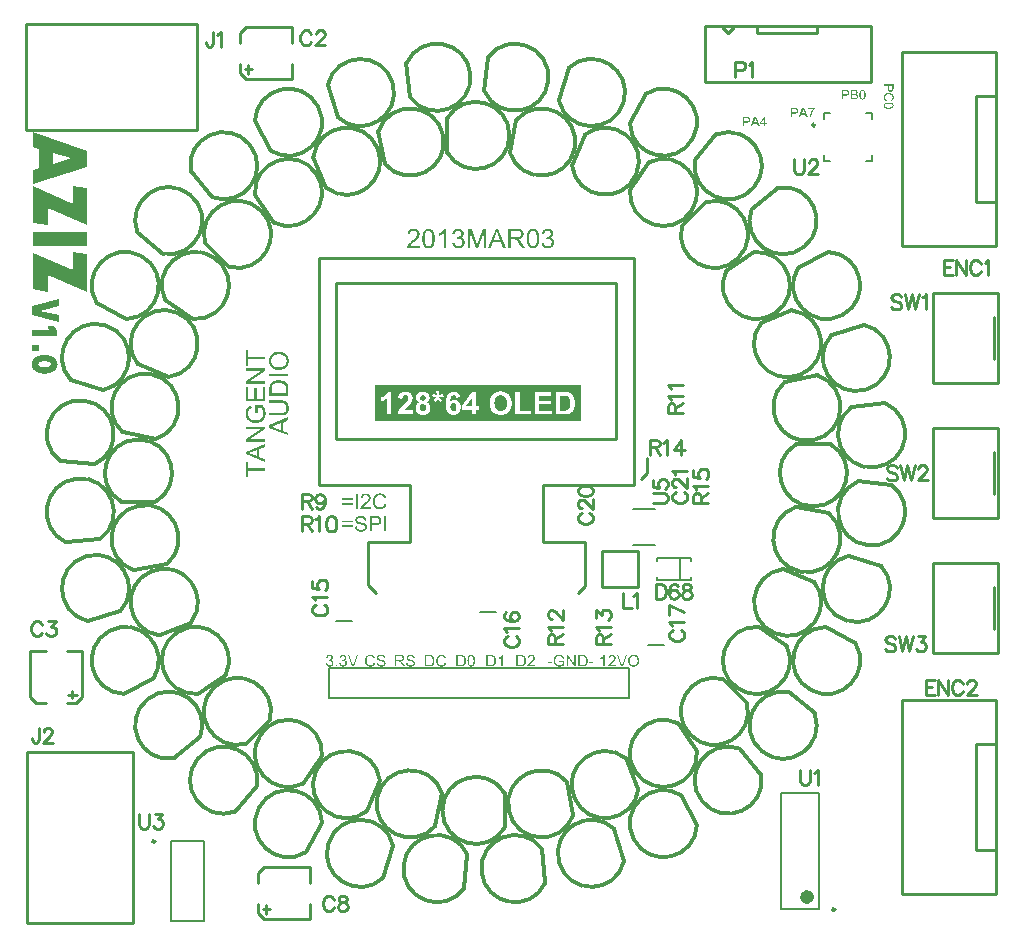
<source format=gto>
%FSLAX24Y24*%
%MOIN*%
G70*
G01*
G75*
G04 Layer_Color=65535*
%ADD10C,0.0150*%
%ADD11C,0.0080*%
%ADD12C,0.0120*%
%ADD13R,0.0118X0.1024*%
%ADD14O,0.0669X0.0138*%
%ADD15R,0.0394X0.0433*%
%ADD16R,0.0394X0.1063*%
%ADD17R,0.0591X0.0512*%
%ADD18R,0.0571X0.0217*%
%ADD19R,0.0571X0.0217*%
%ADD20R,0.0433X0.0394*%
%ADD21R,0.0630X0.0335*%
G04:AMPARAMS|DCode=22|XSize=39.4mil|YSize=39.4mil|CornerRadius=9.8mil|HoleSize=0mil|Usage=FLASHONLY|Rotation=0.000|XOffset=0mil|YOffset=0mil|HoleType=Round|Shape=RoundedRectangle|*
%AMROUNDEDRECTD22*
21,1,0.0394,0.0197,0,0,0.0*
21,1,0.0197,0.0394,0,0,0.0*
1,1,0.0197,0.0098,-0.0098*
1,1,0.0197,-0.0098,-0.0098*
1,1,0.0197,-0.0098,0.0098*
1,1,0.0197,0.0098,0.0098*
%
%ADD22ROUNDEDRECTD22*%
%ADD23R,0.0945X0.1299*%
%ADD24R,0.0945X0.0394*%
%ADD25R,0.1102X0.1102*%
%ADD26O,0.0098X0.0276*%
%ADD27O,0.0276X0.0098*%
%ADD28R,0.0335X0.0866*%
%ADD29R,0.0866X0.0335*%
%ADD30C,0.0100*%
%ADD31C,0.0200*%
%ADD32C,0.0472*%
%ADD33C,0.0591*%
%ADD34C,0.0787*%
%ADD35C,0.0984*%
G04:AMPARAMS|DCode=36|XSize=137.8mil|YSize=137.8mil|CornerRadius=34.4mil|HoleSize=0mil|Usage=FLASHONLY|Rotation=90.000|XOffset=0mil|YOffset=0mil|HoleType=Round|Shape=RoundedRectangle|*
%AMROUNDEDRECTD36*
21,1,0.1378,0.0689,0,0,90.0*
21,1,0.0689,0.1378,0,0,90.0*
1,1,0.0689,0.0344,0.0344*
1,1,0.0689,0.0344,-0.0344*
1,1,0.0689,-0.0344,-0.0344*
1,1,0.0689,-0.0344,0.0344*
%
%ADD36ROUNDEDRECTD36*%
%ADD37C,0.1575*%
%ADD38C,0.1732*%
%ADD39R,0.0591X0.0591*%
%ADD40C,0.0500*%
%ADD41C,0.0400*%
%ADD42C,0.0394*%
G04:AMPARAMS|DCode=43|XSize=39.4mil|YSize=39.4mil|CornerRadius=9.8mil|HoleSize=0mil|Usage=FLASHONLY|Rotation=90.000|XOffset=0mil|YOffset=0mil|HoleType=Round|Shape=RoundedRectangle|*
%AMROUNDEDRECTD43*
21,1,0.0394,0.0197,0,0,90.0*
21,1,0.0197,0.0394,0,0,90.0*
1,1,0.0197,0.0098,0.0098*
1,1,0.0197,0.0098,-0.0098*
1,1,0.0197,-0.0098,-0.0098*
1,1,0.0197,-0.0098,0.0098*
%
%ADD43ROUNDEDRECTD43*%
%ADD44R,0.0512X0.0591*%
%ADD45C,0.0236*%
%ADD46C,0.0098*%
%ADD47C,0.0039*%
%ADD48C,0.0079*%
G36*
X-3825Y-1430D02*
X-3820D01*
X-3805Y-1431D01*
X-3790Y-1433D01*
X-3774Y-1437D01*
X-3756Y-1442D01*
X-3740Y-1448D01*
X-3739D01*
X-3737Y-1448D01*
X-3735Y-1450D01*
X-3732Y-1451D01*
X-3725Y-1455D01*
X-3715Y-1462D01*
X-3704Y-1469D01*
X-3693Y-1479D01*
X-3683Y-1490D01*
X-3673Y-1502D01*
Y-1503D01*
X-3672Y-1504D01*
X-3671Y-1506D01*
X-3669Y-1508D01*
X-3666Y-1516D01*
X-3661Y-1525D01*
X-3656Y-1537D01*
X-3652Y-1551D01*
X-3649Y-1566D01*
X-3647Y-1582D01*
X-3712Y-1587D01*
Y-1587D01*
Y-1585D01*
X-3713Y-1583D01*
X-3714Y-1579D01*
X-3716Y-1571D01*
X-3719Y-1560D01*
X-3723Y-1548D01*
X-3730Y-1536D01*
X-3738Y-1525D01*
X-3748Y-1515D01*
X-3750Y-1514D01*
X-3754Y-1511D01*
X-3761Y-1507D01*
X-3771Y-1502D01*
X-3783Y-1498D01*
X-3798Y-1493D01*
X-3817Y-1490D01*
X-3837Y-1490D01*
X-3848D01*
X-3852Y-1490D01*
X-3858Y-1491D01*
X-3871Y-1493D01*
X-3886Y-1496D01*
X-3901Y-1499D01*
X-3915Y-1505D01*
X-3921Y-1509D01*
X-3927Y-1513D01*
X-3928Y-1513D01*
X-3931Y-1516D01*
X-3936Y-1522D01*
X-3940Y-1527D01*
X-3945Y-1536D01*
X-3950Y-1544D01*
X-3953Y-1555D01*
X-3954Y-1567D01*
Y-1568D01*
Y-1571D01*
X-3953Y-1576D01*
X-3952Y-1582D01*
X-3950Y-1590D01*
X-3946Y-1597D01*
X-3942Y-1604D01*
X-3935Y-1612D01*
X-3934Y-1613D01*
X-3931Y-1615D01*
X-3928Y-1617D01*
X-3925Y-1618D01*
X-3920Y-1621D01*
X-3915Y-1624D01*
X-3908Y-1626D01*
X-3901Y-1629D01*
X-3893Y-1632D01*
X-3883Y-1636D01*
X-3873Y-1638D01*
X-3861Y-1642D01*
X-3848Y-1645D01*
X-3833Y-1649D01*
X-3832D01*
X-3829Y-1650D01*
X-3825Y-1650D01*
X-3820Y-1652D01*
X-3813Y-1653D01*
X-3805Y-1655D01*
X-3797Y-1658D01*
X-3788Y-1660D01*
X-3768Y-1665D01*
X-3750Y-1670D01*
X-3741Y-1673D01*
X-3733Y-1676D01*
X-3726Y-1678D01*
X-3720Y-1681D01*
X-3719D01*
X-3717Y-1682D01*
X-3715Y-1684D01*
X-3712Y-1685D01*
X-3704Y-1690D01*
X-3694Y-1695D01*
X-3683Y-1704D01*
X-3672Y-1712D01*
X-3662Y-1723D01*
X-3653Y-1734D01*
X-3652Y-1735D01*
X-3649Y-1739D01*
X-3646Y-1746D01*
X-3642Y-1755D01*
X-3638Y-1765D01*
X-3635Y-1778D01*
X-3632Y-1792D01*
X-3632Y-1806D01*
Y-1807D01*
Y-1808D01*
Y-1810D01*
Y-1813D01*
X-3633Y-1821D01*
X-3635Y-1832D01*
X-3637Y-1843D01*
X-3641Y-1856D01*
X-3647Y-1869D01*
X-3655Y-1883D01*
Y-1884D01*
X-3656Y-1885D01*
X-3660Y-1889D01*
X-3665Y-1896D01*
X-3672Y-1903D01*
X-3682Y-1912D01*
X-3694Y-1922D01*
X-3707Y-1931D01*
X-3723Y-1939D01*
X-3723D01*
X-3725Y-1940D01*
X-3727Y-1940D01*
X-3730Y-1942D01*
X-3734Y-1943D01*
X-3740Y-1946D01*
X-3751Y-1949D01*
X-3765Y-1952D01*
X-3783Y-1956D01*
X-3801Y-1958D01*
X-3821Y-1959D01*
X-3833D01*
X-3839Y-1958D01*
X-3845D01*
X-3853Y-1957D01*
X-3862Y-1957D01*
X-3880Y-1954D01*
X-3899Y-1951D01*
X-3919Y-1946D01*
X-3937Y-1939D01*
X-3938D01*
X-3939Y-1938D01*
X-3942Y-1937D01*
X-3945Y-1935D01*
X-3953Y-1931D01*
X-3964Y-1924D01*
X-3976Y-1915D01*
X-3988Y-1905D01*
X-4000Y-1892D01*
X-4011Y-1878D01*
Y-1877D01*
X-4013Y-1876D01*
X-4013Y-1874D01*
X-4016Y-1871D01*
X-4017Y-1867D01*
X-4019Y-1863D01*
X-4024Y-1852D01*
X-4030Y-1838D01*
X-4034Y-1822D01*
X-4037Y-1804D01*
X-4039Y-1786D01*
X-3975Y-1780D01*
Y-1781D01*
Y-1781D01*
X-3974Y-1784D01*
Y-1786D01*
X-3973Y-1793D01*
X-3970Y-1803D01*
X-3968Y-1812D01*
X-3965Y-1823D01*
X-3959Y-1834D01*
X-3954Y-1843D01*
X-3953Y-1844D01*
X-3951Y-1847D01*
X-3948Y-1852D01*
X-3942Y-1857D01*
X-3934Y-1864D01*
X-3926Y-1871D01*
X-3915Y-1877D01*
X-3903Y-1883D01*
X-3902D01*
X-3902Y-1884D01*
X-3899Y-1885D01*
X-3897Y-1886D01*
X-3890Y-1888D01*
X-3880Y-1891D01*
X-3868Y-1894D01*
X-3855Y-1896D01*
X-3840Y-1897D01*
X-3824Y-1898D01*
X-3817D01*
X-3810Y-1897D01*
X-3801Y-1897D01*
X-3791Y-1895D01*
X-3779Y-1894D01*
X-3767Y-1891D01*
X-3756Y-1887D01*
X-3754Y-1886D01*
X-3751Y-1885D01*
X-3746Y-1882D01*
X-3739Y-1879D01*
X-3732Y-1874D01*
X-3725Y-1869D01*
X-3717Y-1863D01*
X-3711Y-1855D01*
X-3711Y-1855D01*
X-3709Y-1852D01*
X-3707Y-1848D01*
X-3704Y-1842D01*
X-3701Y-1836D01*
X-3699Y-1829D01*
X-3697Y-1821D01*
X-3697Y-1812D01*
Y-1811D01*
Y-1807D01*
X-3697Y-1803D01*
X-3698Y-1797D01*
X-3700Y-1791D01*
X-3703Y-1784D01*
X-3706Y-1776D01*
X-3711Y-1769D01*
X-3712Y-1769D01*
X-3714Y-1766D01*
X-3717Y-1764D01*
X-3723Y-1759D01*
X-3729Y-1755D01*
X-3737Y-1749D01*
X-3746Y-1744D01*
X-3757Y-1740D01*
X-3758Y-1739D01*
X-3762Y-1738D01*
X-3768Y-1736D01*
X-3771Y-1735D01*
X-3777Y-1734D01*
X-3782Y-1732D01*
X-3788Y-1730D01*
X-3796Y-1728D01*
X-3805Y-1726D01*
X-3814Y-1724D01*
X-3824Y-1721D01*
X-3836Y-1718D01*
X-3848Y-1715D01*
X-3849D01*
X-3851Y-1714D01*
X-3855Y-1713D01*
X-3859Y-1712D01*
X-3865Y-1710D01*
X-3872Y-1709D01*
X-3887Y-1704D01*
X-3903Y-1699D01*
X-3920Y-1694D01*
X-3935Y-1689D01*
X-3942Y-1686D01*
X-3948Y-1683D01*
X-3948D01*
X-3949Y-1682D01*
X-3953Y-1679D01*
X-3960Y-1675D01*
X-3968Y-1670D01*
X-3976Y-1663D01*
X-3985Y-1655D01*
X-3994Y-1645D01*
X-4002Y-1635D01*
X-4002Y-1633D01*
X-4005Y-1630D01*
X-4007Y-1624D01*
X-4010Y-1616D01*
X-4013Y-1607D01*
X-4016Y-1596D01*
X-4019Y-1584D01*
X-4019Y-1571D01*
Y-1570D01*
Y-1570D01*
Y-1567D01*
Y-1564D01*
X-4018Y-1557D01*
X-4016Y-1547D01*
X-4014Y-1536D01*
X-4010Y-1524D01*
X-4005Y-1511D01*
X-3998Y-1499D01*
Y-1498D01*
X-3997Y-1497D01*
X-3993Y-1493D01*
X-3988Y-1487D01*
X-3982Y-1479D01*
X-3973Y-1471D01*
X-3962Y-1462D01*
X-3948Y-1454D01*
X-3933Y-1447D01*
X-3933D01*
X-3931Y-1446D01*
X-3929Y-1445D01*
X-3926Y-1444D01*
X-3922Y-1442D01*
X-3917Y-1441D01*
X-3906Y-1438D01*
X-3892Y-1435D01*
X-3876Y-1432D01*
X-3859Y-1430D01*
X-3839Y-1429D01*
X-3830D01*
X-3825Y-1430D01*
D02*
G37*
G36*
X-4111Y-1649D02*
X-4450D01*
Y-1590D01*
X-4111D01*
Y-1649D01*
D02*
G37*
G36*
Y-1804D02*
X-4450D01*
Y-1746D01*
X-4111D01*
Y-1804D01*
D02*
G37*
G36*
Y-1054D02*
X-4450D01*
Y-996D01*
X-4111D01*
Y-1054D01*
D02*
G37*
G36*
X-3660Y-686D02*
X-3654Y-687D01*
X-3647Y-688D01*
X-3639Y-689D01*
X-3631Y-691D01*
X-3612Y-696D01*
X-3592Y-703D01*
X-3583Y-708D01*
X-3573Y-713D01*
X-3564Y-720D01*
X-3556Y-727D01*
X-3555Y-728D01*
X-3554Y-729D01*
X-3552Y-732D01*
X-3549Y-735D01*
X-3546Y-738D01*
X-3542Y-743D01*
X-3538Y-749D01*
X-3534Y-755D01*
X-3526Y-769D01*
X-3519Y-787D01*
X-3516Y-796D01*
X-3515Y-806D01*
X-3513Y-817D01*
X-3512Y-828D01*
Y-829D01*
Y-833D01*
X-3513Y-839D01*
X-3514Y-847D01*
X-3515Y-856D01*
X-3518Y-866D01*
X-3521Y-877D01*
X-3526Y-888D01*
X-3526Y-890D01*
X-3528Y-894D01*
X-3531Y-900D01*
X-3535Y-908D01*
X-3541Y-917D01*
X-3549Y-928D01*
X-3558Y-939D01*
X-3568Y-951D01*
X-3569Y-953D01*
X-3573Y-957D01*
X-3577Y-961D01*
X-3580Y-965D01*
X-3585Y-969D01*
X-3591Y-975D01*
X-3597Y-981D01*
X-3604Y-988D01*
X-3612Y-995D01*
X-3620Y-1003D01*
X-3630Y-1011D01*
X-3640Y-1021D01*
X-3652Y-1031D01*
X-3664Y-1041D01*
X-3665Y-1042D01*
X-3666Y-1043D01*
X-3669Y-1045D01*
X-3673Y-1048D01*
X-3677Y-1053D01*
X-3683Y-1057D01*
X-3694Y-1067D01*
X-3707Y-1078D01*
X-3719Y-1089D01*
X-3729Y-1099D01*
X-3734Y-1102D01*
X-3737Y-1106D01*
X-3738Y-1107D01*
X-3740Y-1109D01*
X-3743Y-1112D01*
X-3747Y-1116D01*
X-3751Y-1122D01*
X-3755Y-1127D01*
X-3764Y-1139D01*
X-3512D01*
Y-1200D01*
X-3851D01*
Y-1199D01*
Y-1196D01*
Y-1192D01*
X-3851Y-1186D01*
X-3850Y-1179D01*
X-3848Y-1172D01*
X-3847Y-1164D01*
X-3844Y-1156D01*
Y-1156D01*
X-3843Y-1155D01*
X-3842Y-1150D01*
X-3839Y-1144D01*
X-3834Y-1135D01*
X-3828Y-1125D01*
X-3821Y-1113D01*
X-3813Y-1101D01*
X-3803Y-1088D01*
Y-1088D01*
X-3801Y-1087D01*
X-3797Y-1082D01*
X-3791Y-1076D01*
X-3781Y-1066D01*
X-3770Y-1055D01*
X-3756Y-1042D01*
X-3739Y-1027D01*
X-3720Y-1011D01*
X-3720Y-1011D01*
X-3717Y-1008D01*
X-3712Y-1005D01*
X-3707Y-1000D01*
X-3700Y-994D01*
X-3692Y-988D01*
X-3684Y-980D01*
X-3674Y-972D01*
X-3656Y-954D01*
X-3637Y-937D01*
X-3629Y-928D01*
X-3620Y-919D01*
X-3613Y-911D01*
X-3607Y-903D01*
Y-902D01*
X-3606Y-901D01*
X-3604Y-899D01*
X-3603Y-896D01*
X-3598Y-888D01*
X-3592Y-878D01*
X-3586Y-866D01*
X-3581Y-854D01*
X-3578Y-840D01*
X-3577Y-826D01*
Y-826D01*
Y-825D01*
X-3578Y-820D01*
X-3578Y-813D01*
X-3580Y-805D01*
X-3583Y-794D01*
X-3589Y-784D01*
X-3595Y-774D01*
X-3604Y-763D01*
X-3606Y-762D01*
X-3609Y-759D01*
X-3615Y-755D01*
X-3623Y-750D01*
X-3633Y-746D01*
X-3645Y-741D01*
X-3659Y-738D01*
X-3674Y-737D01*
X-3679D01*
X-3682Y-738D01*
X-3691Y-739D01*
X-3701Y-741D01*
X-3712Y-744D01*
X-3725Y-749D01*
X-3737Y-756D01*
X-3748Y-765D01*
X-3749Y-766D01*
X-3752Y-770D01*
X-3757Y-776D01*
X-3761Y-785D01*
X-3766Y-795D01*
X-3771Y-809D01*
X-3774Y-823D01*
X-3775Y-840D01*
X-3839Y-834D01*
Y-833D01*
X-3839Y-831D01*
Y-827D01*
X-3838Y-822D01*
X-3837Y-816D01*
X-3835Y-809D01*
X-3833Y-801D01*
X-3831Y-793D01*
X-3825Y-775D01*
X-3816Y-757D01*
X-3811Y-749D01*
X-3804Y-740D01*
X-3797Y-732D01*
X-3790Y-724D01*
X-3789Y-723D01*
X-3788Y-723D01*
X-3785Y-720D01*
X-3782Y-718D01*
X-3777Y-715D01*
X-3772Y-712D01*
X-3766Y-709D01*
X-3759Y-705D01*
X-3751Y-701D01*
X-3742Y-698D01*
X-3732Y-695D01*
X-3722Y-692D01*
X-3711Y-689D01*
X-3699Y-687D01*
X-3686Y-686D01*
X-3673Y-686D01*
X-3666D01*
X-3660Y-686D01*
D02*
G37*
G36*
X-3936Y-1200D02*
X-4005D01*
Y-688D01*
X-3936D01*
Y-1200D01*
D02*
G37*
G36*
X-2982Y-1950D02*
X-3050D01*
Y-1438D01*
X-2982D01*
Y-1950D01*
D02*
G37*
G36*
X-7021Y2385D02*
X-7661D01*
Y2849D01*
X-7585D01*
Y2471D01*
X-7390D01*
Y2825D01*
X-7314D01*
Y2471D01*
X-7097D01*
Y2864D01*
X-7021D01*
Y2385D01*
D02*
G37*
G36*
X-7109Y2259D02*
X-7108Y2257D01*
X-7105Y2253D01*
X-7102Y2249D01*
X-7098Y2243D01*
X-7093Y2237D01*
X-7088Y2228D01*
X-7082Y2220D01*
X-7070Y2200D01*
X-7057Y2178D01*
X-7045Y2155D01*
X-7035Y2130D01*
Y2129D01*
X-7034Y2127D01*
X-7033Y2124D01*
X-7031Y2119D01*
X-7029Y2113D01*
X-7027Y2105D01*
X-7025Y2097D01*
X-7023Y2089D01*
X-7018Y2068D01*
X-7014Y2045D01*
X-7011Y2020D01*
X-7010Y1994D01*
Y1993D01*
Y1990D01*
Y1985D01*
X-7011Y1978D01*
Y1970D01*
X-7012Y1960D01*
X-7014Y1949D01*
X-7015Y1937D01*
X-7020Y1910D01*
X-7027Y1881D01*
X-7037Y1852D01*
X-7042Y1837D01*
X-7050Y1822D01*
X-7051Y1821D01*
X-7052Y1818D01*
X-7054Y1815D01*
X-7057Y1809D01*
X-7062Y1803D01*
X-7066Y1796D01*
X-7079Y1779D01*
X-7096Y1760D01*
X-7116Y1741D01*
X-7140Y1722D01*
X-7166Y1706D01*
X-7167D01*
X-7170Y1704D01*
X-7174Y1702D01*
X-7180Y1699D01*
X-7187Y1696D01*
X-7196Y1694D01*
X-7205Y1690D01*
X-7216Y1686D01*
X-7228Y1682D01*
X-7242Y1679D01*
X-7256Y1676D01*
X-7271Y1673D01*
X-7303Y1669D01*
X-7338Y1667D01*
X-7347D01*
X-7353Y1668D01*
X-7362D01*
X-7372Y1669D01*
X-7382Y1670D01*
X-7394Y1671D01*
X-7407Y1674D01*
X-7421Y1676D01*
X-7450Y1683D01*
X-7481Y1693D01*
X-7511Y1706D01*
X-7512Y1706D01*
X-7515Y1707D01*
X-7519Y1709D01*
X-7524Y1713D01*
X-7532Y1717D01*
X-7539Y1721D01*
X-7557Y1734D01*
X-7577Y1750D01*
X-7597Y1769D01*
X-7616Y1792D01*
X-7624Y1805D01*
X-7633Y1817D01*
X-7634Y1818D01*
X-7634Y1821D01*
X-7636Y1825D01*
X-7639Y1830D01*
X-7642Y1838D01*
X-7646Y1846D01*
X-7649Y1855D01*
X-7653Y1867D01*
X-7657Y1879D01*
X-7659Y1891D01*
X-7663Y1905D01*
X-7666Y1920D01*
X-7671Y1953D01*
X-7672Y1969D01*
Y1987D01*
Y1988D01*
Y1990D01*
Y1993D01*
Y1999D01*
X-7671Y2004D01*
Y2012D01*
X-7670Y2029D01*
X-7667Y2049D01*
X-7662Y2069D01*
X-7657Y2091D01*
X-7649Y2113D01*
Y2113D01*
X-7648Y2115D01*
X-7647Y2118D01*
X-7646Y2122D01*
X-7640Y2132D01*
X-7634Y2145D01*
X-7624Y2159D01*
X-7613Y2174D01*
X-7601Y2188D01*
X-7586Y2200D01*
X-7584Y2202D01*
X-7579Y2206D01*
X-7571Y2212D01*
X-7559Y2219D01*
X-7544Y2226D01*
X-7525Y2235D01*
X-7505Y2243D01*
X-7482Y2249D01*
X-7461Y2173D01*
X-7462D01*
X-7463Y2172D01*
X-7466Y2171D01*
X-7470Y2170D01*
X-7478Y2167D01*
X-7489Y2163D01*
X-7502Y2158D01*
X-7514Y2151D01*
X-7527Y2145D01*
X-7538Y2137D01*
X-7539Y2136D01*
X-7543Y2133D01*
X-7547Y2127D01*
X-7554Y2121D01*
X-7561Y2113D01*
X-7569Y2101D01*
X-7576Y2089D01*
X-7583Y2076D01*
X-7584Y2074D01*
X-7585Y2069D01*
X-7588Y2061D01*
X-7592Y2050D01*
X-7595Y2037D01*
X-7597Y2022D01*
X-7599Y2005D01*
X-7600Y1988D01*
Y1987D01*
Y1985D01*
Y1982D01*
Y1978D01*
X-7599Y1973D01*
Y1967D01*
X-7598Y1953D01*
X-7596Y1938D01*
X-7593Y1920D01*
X-7588Y1904D01*
X-7582Y1887D01*
X-7581Y1885D01*
X-7579Y1879D01*
X-7574Y1872D01*
X-7570Y1863D01*
X-7562Y1852D01*
X-7555Y1840D01*
X-7546Y1829D01*
X-7535Y1818D01*
X-7535Y1817D01*
X-7531Y1814D01*
X-7524Y1809D01*
X-7517Y1804D01*
X-7508Y1797D01*
X-7497Y1791D01*
X-7485Y1784D01*
X-7472Y1778D01*
X-7471D01*
X-7469Y1777D01*
X-7466Y1776D01*
X-7461Y1774D01*
X-7456Y1772D01*
X-7449Y1770D01*
X-7442Y1768D01*
X-7434Y1766D01*
X-7414Y1761D01*
X-7392Y1757D01*
X-7369Y1755D01*
X-7343Y1754D01*
X-7335D01*
X-7329Y1755D01*
X-7322D01*
X-7313Y1756D01*
X-7303Y1756D01*
X-7293Y1757D01*
X-7270Y1761D01*
X-7246Y1766D01*
X-7222Y1773D01*
X-7199Y1782D01*
X-7198D01*
X-7196Y1784D01*
X-7193Y1785D01*
X-7190Y1788D01*
X-7179Y1794D01*
X-7166Y1805D01*
X-7153Y1817D01*
X-7139Y1831D01*
X-7126Y1849D01*
X-7114Y1868D01*
Y1869D01*
X-7113Y1871D01*
X-7111Y1874D01*
X-7109Y1879D01*
X-7107Y1883D01*
X-7105Y1890D01*
X-7100Y1904D01*
X-7095Y1923D01*
X-7091Y1943D01*
X-7087Y1965D01*
X-7086Y1989D01*
Y1990D01*
Y1991D01*
Y1994D01*
Y1998D01*
X-7087Y2003D01*
Y2009D01*
X-7089Y2023D01*
X-7091Y2040D01*
X-7094Y2057D01*
X-7100Y2076D01*
X-7106Y2096D01*
Y2097D01*
X-7107Y2099D01*
X-7108Y2101D01*
X-7110Y2104D01*
X-7115Y2114D01*
X-7120Y2126D01*
X-7127Y2138D01*
X-7134Y2152D01*
X-7142Y2165D01*
X-7152Y2176D01*
X-7272D01*
Y1988D01*
X-7348D01*
Y2260D01*
X-7110D01*
X-7109Y2259D01*
D02*
G37*
G36*
X-7021Y1459D02*
X-7523Y1124D01*
X-7021D01*
Y1042D01*
X-7661D01*
Y1129D01*
X-7158Y1465D01*
X-7661D01*
Y1546D01*
X-7021D01*
Y1459D01*
D02*
G37*
G36*
X-3317Y-1439D02*
X-3304Y-1439D01*
X-3291Y-1440D01*
X-3279Y-1442D01*
X-3267Y-1443D01*
X-3266D01*
X-3261Y-1445D01*
X-3254Y-1446D01*
X-3245Y-1448D01*
X-3236Y-1452D01*
X-3225Y-1456D01*
X-3214Y-1462D01*
X-3205Y-1468D01*
X-3203Y-1468D01*
X-3200Y-1470D01*
X-3196Y-1475D01*
X-3190Y-1480D01*
X-3183Y-1487D01*
X-3176Y-1496D01*
X-3169Y-1505D01*
X-3163Y-1516D01*
X-3162Y-1518D01*
X-3161Y-1522D01*
X-3158Y-1528D01*
X-3155Y-1537D01*
X-3153Y-1547D01*
X-3150Y-1559D01*
X-3148Y-1573D01*
X-3148Y-1587D01*
Y-1587D01*
Y-1590D01*
Y-1593D01*
X-3148Y-1598D01*
X-3149Y-1603D01*
X-3150Y-1610D01*
X-3151Y-1617D01*
X-3153Y-1625D01*
X-3158Y-1642D01*
X-3161Y-1651D01*
X-3165Y-1661D01*
X-3171Y-1670D01*
X-3176Y-1679D01*
X-3182Y-1688D01*
X-3190Y-1697D01*
X-3191Y-1698D01*
X-3192Y-1699D01*
X-3194Y-1701D01*
X-3198Y-1704D01*
X-3202Y-1707D01*
X-3208Y-1711D01*
X-3216Y-1715D01*
X-3224Y-1719D01*
X-3233Y-1724D01*
X-3245Y-1728D01*
X-3256Y-1732D01*
X-3270Y-1735D01*
X-3285Y-1738D01*
X-3302Y-1740D01*
X-3320Y-1741D01*
X-3339Y-1742D01*
X-3470D01*
Y-1950D01*
X-3538D01*
Y-1438D01*
X-3328D01*
X-3317Y-1439D01*
D02*
G37*
G36*
X-7585Y3875D02*
X-7021D01*
Y3790D01*
X-7585D01*
Y3579D01*
X-7661D01*
Y4086D01*
X-7585D01*
Y3875D01*
D02*
G37*
G36*
X-7021Y3396D02*
X-7523Y3062D01*
X-7021D01*
Y2980D01*
X-7661D01*
Y3067D01*
X-7158Y3403D01*
X-7661D01*
Y3484D01*
X-7021D01*
Y3396D01*
D02*
G37*
G36*
X-4111Y-899D02*
X-4450D01*
Y-840D01*
X-4111D01*
Y-899D01*
D02*
G37*
G36*
X10638Y12169D02*
X10646Y12169D01*
X10654Y12168D01*
X10662Y12167D01*
X10669Y12166D01*
X10670D01*
X10673Y12166D01*
X10677Y12165D01*
X10683Y12163D01*
X10689Y12161D01*
X10695Y12158D01*
X10702Y12155D01*
X10708Y12151D01*
X10709Y12151D01*
X10711Y12149D01*
X10714Y12147D01*
X10718Y12143D01*
X10722Y12139D01*
X10726Y12134D01*
X10731Y12128D01*
X10734Y12121D01*
X10735Y12120D01*
X10736Y12118D01*
X10737Y12113D01*
X10739Y12108D01*
X10741Y12101D01*
X10743Y12094D01*
X10743Y12086D01*
X10744Y12077D01*
Y12076D01*
Y12075D01*
Y12073D01*
X10743Y12070D01*
X10743Y12067D01*
X10743Y12063D01*
X10742Y12058D01*
X10741Y12053D01*
X10737Y12042D01*
X10736Y12037D01*
X10733Y12031D01*
X10730Y12025D01*
X10726Y12019D01*
X10722Y12014D01*
X10718Y12008D01*
X10717Y12008D01*
X10716Y12007D01*
X10715Y12005D01*
X10713Y12004D01*
X10710Y12002D01*
X10706Y11999D01*
X10701Y11996D01*
X10696Y11994D01*
X10690Y11991D01*
X10683Y11989D01*
X10676Y11986D01*
X10667Y11984D01*
X10658Y11983D01*
X10648Y11981D01*
X10636Y11980D01*
X10624Y11980D01*
X10543D01*
Y11850D01*
X10500D01*
Y12170D01*
X10631D01*
X10638Y12169D01*
D02*
G37*
G36*
X-13910Y5556D02*
X-14522Y5409D01*
X-13910Y5278D01*
Y5046D01*
X-14800Y5273D01*
Y5554D01*
X-13910Y5800D01*
Y5556D01*
D02*
G37*
G36*
X-14053Y4905D02*
X-14050Y4899D01*
X-14049Y4891D01*
X-14045Y4880D01*
X-14039Y4866D01*
X-14034Y4852D01*
X-14019Y4823D01*
X-14017Y4821D01*
X-14014Y4816D01*
X-14009Y4809D01*
X-14002Y4801D01*
X-13994Y4791D01*
X-13984Y4781D01*
X-13973Y4770D01*
X-13962Y4762D01*
Y4555D01*
X-14800D01*
Y4762D01*
X-14234D01*
Y4763D01*
X-14236Y4767D01*
X-14239Y4776D01*
X-14243Y4784D01*
X-14248Y4795D01*
X-14252Y4808D01*
X-14260Y4835D01*
Y4837D01*
X-14261Y4841D01*
X-14263Y4849D01*
X-14264Y4858D01*
X-14267Y4869D01*
X-14268Y4881D01*
X-14270Y4908D01*
X-14053D01*
Y4905D01*
D02*
G37*
G36*
X12893Y12771D02*
X12899Y12770D01*
X12906Y12768D01*
X12914Y12766D01*
X12922Y12764D01*
X12929Y12760D01*
X12930D01*
X12930Y12760D01*
X12932Y12759D01*
X12936Y12756D01*
X12941Y12753D01*
X12946Y12748D01*
X12951Y12743D01*
X12956Y12737D01*
X12961Y12730D01*
X12962Y12730D01*
X12964Y12727D01*
X12966Y12723D01*
X12969Y12717D01*
X12972Y12710D01*
X12975Y12702D01*
X12978Y12693D01*
X12981Y12683D01*
Y12682D01*
X12982Y12681D01*
X12982Y12680D01*
X12983Y12678D01*
X12983Y12675D01*
X12984Y12672D01*
X12984Y12668D01*
X12985Y12663D01*
X12986Y12658D01*
X12986Y12652D01*
X12987Y12646D01*
X12988Y12639D01*
X12988Y12632D01*
Y12625D01*
X12989Y12616D01*
Y12608D01*
Y12607D01*
Y12605D01*
Y12602D01*
Y12598D01*
X12988Y12593D01*
Y12588D01*
X12988Y12582D01*
X12987Y12575D01*
X12986Y12560D01*
X12984Y12545D01*
X12981Y12530D01*
X12979Y12523D01*
X12977Y12517D01*
Y12516D01*
X12976Y12515D01*
X12975Y12513D01*
X12974Y12511D01*
X12973Y12508D01*
X12972Y12505D01*
X12968Y12497D01*
X12963Y12488D01*
X12957Y12479D01*
X12950Y12471D01*
X12942Y12463D01*
X12942D01*
X12941Y12462D01*
X12940Y12461D01*
X12938Y12460D01*
X12936Y12459D01*
X12933Y12457D01*
X12926Y12454D01*
X12918Y12450D01*
X12908Y12447D01*
X12897Y12445D01*
X12884Y12444D01*
X12880D01*
X12876Y12445D01*
X12873Y12445D01*
X12868Y12446D01*
X12863Y12447D01*
X12857Y12449D01*
X12852Y12450D01*
X12846Y12452D01*
X12840Y12455D01*
X12834Y12458D01*
X12828Y12462D01*
X12822Y12467D01*
X12816Y12472D01*
X12811Y12477D01*
X12811Y12478D01*
X12810Y12479D01*
X12808Y12481D01*
X12806Y12485D01*
X12804Y12489D01*
X12802Y12495D01*
X12798Y12501D01*
X12796Y12509D01*
X12793Y12517D01*
X12790Y12527D01*
X12787Y12537D01*
X12785Y12549D01*
X12783Y12562D01*
X12781Y12576D01*
X12780Y12591D01*
X12780Y12608D01*
Y12608D01*
Y12610D01*
Y12613D01*
Y12617D01*
X12780Y12622D01*
Y12627D01*
X12781Y12633D01*
X12781Y12640D01*
X12783Y12655D01*
X12785Y12670D01*
X12788Y12685D01*
X12790Y12692D01*
X12791Y12699D01*
Y12699D01*
X12792Y12700D01*
X12793Y12702D01*
X12794Y12705D01*
X12795Y12708D01*
X12796Y12711D01*
X12800Y12719D01*
X12805Y12727D01*
X12811Y12736D01*
X12818Y12745D01*
X12826Y12752D01*
X12826D01*
X12827Y12753D01*
X12828Y12754D01*
X12830Y12755D01*
X12832Y12757D01*
X12835Y12758D01*
X12842Y12762D01*
X12851Y12765D01*
X12860Y12768D01*
X12872Y12770D01*
X12884Y12771D01*
X12888D01*
X12893Y12771D01*
D02*
G37*
G36*
X11290Y12135D02*
X11289Y12134D01*
X11288Y12133D01*
X11286Y12131D01*
X11284Y12129D01*
X11282Y12125D01*
X11278Y12122D01*
X11274Y12117D01*
X11270Y12111D01*
X11266Y12106D01*
X11261Y12099D01*
X11256Y12092D01*
X11251Y12085D01*
X11245Y12076D01*
X11240Y12068D01*
X11234Y12058D01*
X11229Y12048D01*
X11228Y12048D01*
X11227Y12046D01*
X11226Y12043D01*
X11223Y12039D01*
X11221Y12034D01*
X11218Y12028D01*
X11215Y12022D01*
X11212Y12014D01*
X11208Y12006D01*
X11204Y11998D01*
X11200Y11989D01*
X11197Y11979D01*
X11189Y11959D01*
X11182Y11938D01*
Y11937D01*
X11182Y11936D01*
X11181Y11934D01*
X11181Y11931D01*
X11180Y11927D01*
X11179Y11923D01*
X11177Y11917D01*
X11176Y11912D01*
X11175Y11905D01*
X11174Y11899D01*
X11171Y11884D01*
X11169Y11868D01*
X11168Y11850D01*
X11127D01*
Y11850D01*
Y11852D01*
Y11854D01*
X11128Y11856D01*
Y11860D01*
X11128Y11865D01*
X11129Y11870D01*
X11129Y11875D01*
X11130Y11882D01*
X11131Y11888D01*
X11132Y11896D01*
X11134Y11904D01*
X11135Y11912D01*
X11137Y11922D01*
X11142Y11941D01*
Y11941D01*
X11142Y11943D01*
X11143Y11946D01*
X11144Y11950D01*
X11146Y11954D01*
X11148Y11960D01*
X11150Y11966D01*
X11152Y11973D01*
X11155Y11981D01*
X11158Y11989D01*
X11165Y12007D01*
X11173Y12025D01*
X11182Y12044D01*
X11183Y12044D01*
X11184Y12046D01*
X11185Y12048D01*
X11187Y12052D01*
X11189Y12056D01*
X11193Y12061D01*
X11196Y12067D01*
X11199Y12073D01*
X11208Y12086D01*
X11217Y12100D01*
X11228Y12114D01*
X11239Y12128D01*
X11083D01*
Y12166D01*
X11290D01*
Y12135D01*
D02*
G37*
G36*
X11062Y11850D02*
X11014D01*
X10976Y11947D01*
X10842D01*
X10808Y11850D01*
X10763D01*
X10885Y12170D01*
X10931D01*
X11062Y11850D01*
D02*
G37*
G36*
X-14568Y4053D02*
X-14800D01*
Y4263D01*
X-14568D01*
Y4053D01*
D02*
G37*
G36*
X-12970Y7568D02*
X-14750D01*
Y8029D01*
X-12970D01*
Y7568D01*
D02*
G37*
G36*
Y7282D02*
Y6038D01*
X-14261Y6612D01*
Y6046D01*
X-14750Y6115D01*
Y7337D01*
X-13442Y6749D01*
Y7362D01*
X-12970Y7282D01*
D02*
G37*
G36*
X-3185Y-680D02*
X-3178Y-681D01*
X-3170Y-681D01*
X-3162Y-682D01*
X-3152Y-684D01*
X-3132Y-689D01*
X-3110Y-695D01*
X-3099Y-700D01*
X-3088Y-705D01*
X-3078Y-712D01*
X-3068Y-718D01*
X-3067Y-719D01*
X-3065Y-720D01*
X-3063Y-722D01*
X-3059Y-726D01*
X-3055Y-729D01*
X-3050Y-735D01*
X-3045Y-740D01*
X-3039Y-746D01*
X-3033Y-754D01*
X-3027Y-763D01*
X-3020Y-772D01*
X-3014Y-781D01*
X-3009Y-792D01*
X-3003Y-803D01*
X-2999Y-815D01*
X-2994Y-829D01*
X-3061Y-844D01*
Y-843D01*
X-3062Y-842D01*
X-3063Y-839D01*
X-3065Y-835D01*
X-3066Y-831D01*
X-3068Y-825D01*
X-3074Y-813D01*
X-3082Y-800D01*
X-3091Y-786D01*
X-3102Y-774D01*
X-3114Y-763D01*
X-3115Y-761D01*
X-3119Y-758D01*
X-3127Y-755D01*
X-3137Y-749D01*
X-3149Y-745D01*
X-3163Y-740D01*
X-3180Y-737D01*
X-3199Y-737D01*
X-3205D01*
X-3208Y-737D01*
X-3213D01*
X-3219Y-738D01*
X-3233Y-740D01*
X-3249Y-743D01*
X-3265Y-749D01*
X-3282Y-756D01*
X-3298Y-766D01*
X-3299D01*
X-3299Y-767D01*
X-3304Y-771D01*
X-3311Y-777D01*
X-3319Y-786D01*
X-3329Y-797D01*
X-3338Y-809D01*
X-3346Y-825D01*
X-3353Y-842D01*
Y-843D01*
X-3354Y-844D01*
X-3355Y-846D01*
X-3356Y-850D01*
X-3357Y-854D01*
X-3359Y-860D01*
X-3361Y-872D01*
X-3364Y-887D01*
X-3367Y-903D01*
X-3368Y-921D01*
X-3369Y-940D01*
Y-941D01*
Y-943D01*
Y-947D01*
Y-951D01*
X-3368Y-957D01*
Y-963D01*
X-3367Y-971D01*
X-3367Y-979D01*
X-3364Y-997D01*
X-3361Y-1016D01*
X-3356Y-1035D01*
X-3350Y-1054D01*
Y-1055D01*
X-3350Y-1056D01*
X-3348Y-1059D01*
X-3347Y-1062D01*
X-3342Y-1071D01*
X-3336Y-1082D01*
X-3327Y-1093D01*
X-3317Y-1106D01*
X-3305Y-1117D01*
X-3291Y-1127D01*
X-3290D01*
X-3289Y-1128D01*
X-3287Y-1130D01*
X-3284Y-1131D01*
X-3280Y-1133D01*
X-3276Y-1135D01*
X-3265Y-1139D01*
X-3252Y-1144D01*
X-3237Y-1147D01*
X-3221Y-1150D01*
X-3204Y-1151D01*
X-3199D01*
X-3194Y-1150D01*
X-3189D01*
X-3184Y-1150D01*
X-3171Y-1147D01*
X-3155Y-1143D01*
X-3139Y-1137D01*
X-3123Y-1129D01*
X-3115Y-1125D01*
X-3108Y-1119D01*
X-3107Y-1118D01*
X-3106Y-1117D01*
X-3104Y-1115D01*
X-3101Y-1113D01*
X-3098Y-1109D01*
X-3094Y-1105D01*
X-3090Y-1100D01*
X-3086Y-1094D01*
X-3082Y-1088D01*
X-3077Y-1080D01*
X-3072Y-1073D01*
X-3068Y-1064D01*
X-3064Y-1054D01*
X-3060Y-1044D01*
X-3057Y-1033D01*
X-3054Y-1021D01*
X-2986Y-1038D01*
Y-1039D01*
X-2986Y-1042D01*
X-2988Y-1046D01*
X-2990Y-1052D01*
X-2992Y-1059D01*
X-2995Y-1067D01*
X-2999Y-1076D01*
X-3003Y-1085D01*
X-3014Y-1106D01*
X-3027Y-1127D01*
X-3035Y-1137D01*
X-3043Y-1147D01*
X-3052Y-1156D01*
X-3063Y-1165D01*
X-3063Y-1166D01*
X-3065Y-1167D01*
X-3068Y-1169D01*
X-3072Y-1172D01*
X-3078Y-1176D01*
X-3084Y-1179D01*
X-3092Y-1183D01*
X-3100Y-1187D01*
X-3110Y-1191D01*
X-3120Y-1195D01*
X-3131Y-1199D01*
X-3143Y-1202D01*
X-3156Y-1205D01*
X-3169Y-1207D01*
X-3183Y-1208D01*
X-3198Y-1209D01*
X-3206D01*
X-3212Y-1208D01*
X-3219D01*
X-3227Y-1207D01*
X-3236Y-1206D01*
X-3246Y-1204D01*
X-3267Y-1201D01*
X-3290Y-1195D01*
X-3312Y-1187D01*
X-3322Y-1182D01*
X-3333Y-1176D01*
X-3333Y-1175D01*
X-3335Y-1174D01*
X-3338Y-1172D01*
X-3341Y-1169D01*
X-3345Y-1166D01*
X-3350Y-1162D01*
X-3356Y-1156D01*
X-3362Y-1150D01*
X-3368Y-1144D01*
X-3375Y-1137D01*
X-3388Y-1120D01*
X-3401Y-1100D01*
X-3412Y-1078D01*
Y-1077D01*
X-3413Y-1075D01*
X-3414Y-1071D01*
X-3416Y-1067D01*
X-3418Y-1061D01*
X-3420Y-1053D01*
X-3423Y-1045D01*
X-3425Y-1036D01*
X-3427Y-1027D01*
X-3430Y-1016D01*
X-3434Y-993D01*
X-3437Y-967D01*
X-3438Y-940D01*
Y-940D01*
Y-937D01*
Y-932D01*
X-3438Y-927D01*
Y-920D01*
X-3437Y-912D01*
X-3436Y-903D01*
X-3435Y-893D01*
X-3431Y-871D01*
X-3426Y-848D01*
X-3418Y-824D01*
X-3408Y-801D01*
X-3407Y-800D01*
X-3407Y-798D01*
X-3405Y-795D01*
X-3402Y-792D01*
X-3399Y-786D01*
X-3395Y-780D01*
X-3386Y-767D01*
X-3373Y-752D01*
X-3359Y-737D01*
X-3341Y-723D01*
X-3322Y-710D01*
X-3321Y-709D01*
X-3319Y-709D01*
X-3316Y-707D01*
X-3312Y-705D01*
X-3306Y-703D01*
X-3300Y-701D01*
X-3293Y-698D01*
X-3284Y-695D01*
X-3276Y-692D01*
X-3266Y-689D01*
X-3245Y-684D01*
X-3222Y-681D01*
X-3197Y-679D01*
X-3190D01*
X-3185Y-680D01*
D02*
G37*
G36*
X-14349Y3937D02*
X-14332Y3936D01*
X-14313Y3935D01*
X-14292Y3932D01*
X-14270Y3928D01*
X-14245Y3923D01*
X-14220Y3918D01*
X-14193Y3910D01*
X-14167Y3901D01*
X-14141Y3891D01*
X-14116Y3880D01*
X-14091Y3867D01*
X-14067Y3851D01*
X-14066Y3850D01*
X-14062Y3847D01*
X-14056Y3843D01*
X-14048Y3836D01*
X-14039Y3826D01*
X-14028Y3817D01*
X-14019Y3804D01*
X-14006Y3790D01*
X-13995Y3775D01*
X-13984Y3758D01*
X-13974Y3739D01*
X-13966Y3719D01*
X-13957Y3699D01*
X-13952Y3675D01*
X-13948Y3651D01*
X-13946Y3626D01*
Y3625D01*
Y3621D01*
X-13948Y3613D01*
Y3603D01*
X-13951Y3592D01*
X-13953Y3578D01*
X-13956Y3563D01*
X-13962Y3546D01*
X-13969Y3529D01*
X-13976Y3511D01*
X-13987Y3492D01*
X-13998Y3472D01*
X-14012Y3454D01*
X-14028Y3435D01*
X-14046Y3417D01*
X-14069Y3400D01*
X-14070Y3399D01*
X-14074Y3396D01*
X-14081Y3392D01*
X-14091Y3386D01*
X-14102Y3379D01*
X-14117Y3372D01*
X-14134Y3364D01*
X-14153Y3356D01*
X-14174Y3347D01*
X-14198Y3339D01*
X-14224Y3332D01*
X-14252Y3325D01*
X-14281Y3320D01*
X-14313Y3315D01*
X-14346Y3313D01*
X-14381Y3311D01*
X-14399D01*
X-14413Y3313D01*
X-14429Y3314D01*
X-14449Y3315D01*
X-14470Y3318D01*
X-14493Y3322D01*
X-14517Y3327D01*
X-14543Y3334D01*
X-14568Y3340D01*
X-14595Y3349D01*
X-14621Y3359D01*
X-14647Y3371D01*
X-14671Y3385D01*
X-14695Y3400D01*
X-14696Y3402D01*
X-14700Y3404D01*
X-14706Y3408D01*
X-14713Y3415D01*
X-14722Y3425D01*
X-14732Y3435D01*
X-14743Y3447D01*
X-14754Y3461D01*
X-14765Y3476D01*
X-14776Y3493D01*
X-14786Y3513D01*
X-14796Y3532D01*
X-14803Y3554D01*
X-14808Y3576D01*
X-14812Y3601D01*
X-14814Y3626D01*
Y3628D01*
Y3632D01*
X-14812Y3640D01*
Y3650D01*
X-14810Y3661D01*
X-14807Y3675D01*
X-14804Y3690D01*
X-14799Y3707D01*
X-14793Y3725D01*
X-14785Y3743D01*
X-14775Y3762D01*
X-14764Y3780D01*
X-14750Y3800D01*
X-14735Y3818D01*
X-14717Y3836D01*
X-14696Y3853D01*
X-14695Y3854D01*
X-14690Y3857D01*
X-14683Y3861D01*
X-14674Y3867D01*
X-14663Y3872D01*
X-14647Y3880D01*
X-14631Y3887D01*
X-14611Y3896D01*
X-14590Y3904D01*
X-14567Y3911D01*
X-14540Y3919D01*
X-14513Y3925D01*
X-14482Y3930D01*
X-14450Y3935D01*
X-14417Y3937D01*
X-14381Y3939D01*
X-14363D01*
X-14349Y3937D01*
D02*
G37*
G36*
X-12970Y10728D02*
Y10209D01*
X-14750Y9617D01*
Y10109D01*
X-14550Y10173D01*
Y10803D01*
X-14750Y10870D01*
Y11350D01*
X-12970Y10728D01*
D02*
G37*
G36*
Y9495D02*
Y8251D01*
X-14261Y8826D01*
Y8259D01*
X-14750Y8329D01*
Y9550D01*
X-13442Y8962D01*
Y9575D01*
X-12970Y9495D01*
D02*
G37*
G36*
X-2170Y-6060D02*
X-2166D01*
X-2156Y-6061D01*
X-2144Y-6063D01*
X-2132Y-6065D01*
X-2118Y-6069D01*
X-2106Y-6073D01*
X-2106D01*
X-2104Y-6074D01*
X-2103Y-6075D01*
X-2101Y-6076D01*
X-2095Y-6079D01*
X-2088Y-6084D01*
X-2080Y-6089D01*
X-2071Y-6096D01*
X-2063Y-6105D01*
X-2056Y-6114D01*
Y-6115D01*
X-2056Y-6115D01*
X-2055Y-6117D01*
X-2053Y-6119D01*
X-2051Y-6124D01*
X-2047Y-6131D01*
X-2043Y-6140D01*
X-2041Y-6151D01*
X-2038Y-6162D01*
X-2037Y-6174D01*
X-2086Y-6178D01*
Y-6177D01*
Y-6176D01*
X-2086Y-6175D01*
X-2087Y-6172D01*
X-2088Y-6166D01*
X-2091Y-6158D01*
X-2094Y-6149D01*
X-2099Y-6140D01*
X-2105Y-6131D01*
X-2113Y-6124D01*
X-2114Y-6123D01*
X-2117Y-6121D01*
X-2122Y-6118D01*
X-2129Y-6114D01*
X-2139Y-6111D01*
X-2150Y-6108D01*
X-2164Y-6105D01*
X-2179Y-6105D01*
X-2187D01*
X-2191Y-6105D01*
X-2195Y-6106D01*
X-2205Y-6107D01*
X-2216Y-6109D01*
X-2227Y-6112D01*
X-2238Y-6116D01*
X-2242Y-6119D01*
X-2247Y-6122D01*
X-2248Y-6123D01*
X-2250Y-6125D01*
X-2253Y-6129D01*
X-2257Y-6133D01*
X-2260Y-6139D01*
X-2264Y-6146D01*
X-2266Y-6154D01*
X-2267Y-6163D01*
Y-6164D01*
Y-6166D01*
X-2267Y-6170D01*
X-2265Y-6174D01*
X-2264Y-6180D01*
X-2261Y-6185D01*
X-2258Y-6191D01*
X-2253Y-6196D01*
X-2252Y-6197D01*
X-2249Y-6199D01*
X-2247Y-6200D01*
X-2245Y-6201D01*
X-2242Y-6203D01*
X-2238Y-6205D01*
X-2233Y-6207D01*
X-2227Y-6209D01*
X-2221Y-6211D01*
X-2214Y-6214D01*
X-2206Y-6216D01*
X-2197Y-6219D01*
X-2187Y-6221D01*
X-2176Y-6224D01*
X-2176D01*
X-2173Y-6225D01*
X-2170Y-6225D01*
X-2166Y-6226D01*
X-2161Y-6227D01*
X-2155Y-6229D01*
X-2149Y-6231D01*
X-2142Y-6232D01*
X-2128Y-6236D01*
X-2114Y-6240D01*
X-2107Y-6242D01*
X-2101Y-6245D01*
X-2096Y-6246D01*
X-2091Y-6249D01*
X-2091D01*
X-2089Y-6249D01*
X-2088Y-6250D01*
X-2086Y-6251D01*
X-2080Y-6255D01*
X-2072Y-6259D01*
X-2064Y-6265D01*
X-2056Y-6272D01*
X-2048Y-6280D01*
X-2041Y-6288D01*
X-2041Y-6289D01*
X-2038Y-6292D01*
X-2036Y-6297D01*
X-2033Y-6303D01*
X-2030Y-6311D01*
X-2027Y-6321D01*
X-2026Y-6331D01*
X-2025Y-6342D01*
Y-6343D01*
Y-6343D01*
Y-6345D01*
Y-6347D01*
X-2026Y-6353D01*
X-2027Y-6361D01*
X-2030Y-6370D01*
X-2032Y-6380D01*
X-2037Y-6390D01*
X-2043Y-6400D01*
Y-6401D01*
X-2043Y-6401D01*
X-2046Y-6404D01*
X-2050Y-6409D01*
X-2056Y-6415D01*
X-2063Y-6422D01*
X-2072Y-6429D01*
X-2082Y-6436D01*
X-2093Y-6442D01*
X-2094D01*
X-2095Y-6442D01*
X-2097Y-6443D01*
X-2099Y-6444D01*
X-2102Y-6445D01*
X-2106Y-6447D01*
X-2115Y-6449D01*
X-2126Y-6452D01*
X-2138Y-6454D01*
X-2152Y-6456D01*
X-2167Y-6457D01*
X-2176D01*
X-2181Y-6456D01*
X-2186D01*
X-2191Y-6456D01*
X-2198Y-6455D01*
X-2212Y-6453D01*
X-2226Y-6451D01*
X-2240Y-6447D01*
X-2254Y-6442D01*
X-2255D01*
X-2256Y-6441D01*
X-2258Y-6440D01*
X-2260Y-6439D01*
X-2267Y-6436D01*
X-2274Y-6431D01*
X-2283Y-6424D01*
X-2293Y-6416D01*
X-2302Y-6407D01*
X-2310Y-6396D01*
Y-6396D01*
X-2311Y-6395D01*
X-2312Y-6393D01*
X-2313Y-6391D01*
X-2314Y-6388D01*
X-2316Y-6385D01*
X-2320Y-6376D01*
X-2324Y-6366D01*
X-2327Y-6354D01*
X-2329Y-6341D01*
X-2330Y-6327D01*
X-2283Y-6322D01*
Y-6323D01*
Y-6323D01*
X-2282Y-6325D01*
Y-6327D01*
X-2281Y-6332D01*
X-2279Y-6340D01*
X-2277Y-6347D01*
X-2275Y-6355D01*
X-2271Y-6363D01*
X-2267Y-6370D01*
X-2267Y-6371D01*
X-2265Y-6373D01*
X-2262Y-6377D01*
X-2258Y-6381D01*
X-2252Y-6386D01*
X-2246Y-6391D01*
X-2238Y-6396D01*
X-2229Y-6400D01*
X-2228D01*
X-2228Y-6401D01*
X-2226Y-6401D01*
X-2224Y-6402D01*
X-2219Y-6403D01*
X-2212Y-6406D01*
X-2203Y-6408D01*
X-2193Y-6409D01*
X-2182Y-6411D01*
X-2169Y-6411D01*
X-2164D01*
X-2159Y-6411D01*
X-2152Y-6410D01*
X-2144Y-6409D01*
X-2136Y-6408D01*
X-2127Y-6406D01*
X-2118Y-6403D01*
X-2117Y-6402D01*
X-2114Y-6401D01*
X-2111Y-6399D01*
X-2106Y-6397D01*
X-2101Y-6393D01*
X-2095Y-6389D01*
X-2089Y-6385D01*
X-2085Y-6379D01*
X-2085Y-6378D01*
X-2083Y-6376D01*
X-2082Y-6373D01*
X-2080Y-6369D01*
X-2077Y-6365D01*
X-2076Y-6359D01*
X-2075Y-6353D01*
X-2074Y-6346D01*
Y-6346D01*
Y-6343D01*
X-2075Y-6340D01*
X-2075Y-6335D01*
X-2077Y-6331D01*
X-2078Y-6325D01*
X-2081Y-6320D01*
X-2085Y-6315D01*
X-2086Y-6314D01*
X-2087Y-6312D01*
X-2089Y-6310D01*
X-2093Y-6307D01*
X-2098Y-6303D01*
X-2104Y-6300D01*
X-2111Y-6296D01*
X-2119Y-6292D01*
X-2120Y-6292D01*
X-2123Y-6291D01*
X-2127Y-6290D01*
X-2130Y-6289D01*
X-2134Y-6288D01*
X-2138Y-6286D01*
X-2143Y-6285D01*
X-2148Y-6284D01*
X-2155Y-6282D01*
X-2162Y-6280D01*
X-2169Y-6278D01*
X-2178Y-6276D01*
X-2188Y-6274D01*
X-2188D01*
X-2190Y-6273D01*
X-2193Y-6272D01*
X-2196Y-6271D01*
X-2201Y-6270D01*
X-2205Y-6269D01*
X-2217Y-6266D01*
X-2229Y-6262D01*
X-2242Y-6258D01*
X-2253Y-6254D01*
X-2258Y-6252D01*
X-2262Y-6250D01*
X-2263D01*
X-2263Y-6249D01*
X-2267Y-6247D01*
X-2272Y-6244D01*
X-2277Y-6240D01*
X-2284Y-6235D01*
X-2290Y-6229D01*
X-2297Y-6221D01*
X-2303Y-6214D01*
X-2303Y-6212D01*
X-2305Y-6210D01*
X-2307Y-6205D01*
X-2309Y-6200D01*
X-2312Y-6192D01*
X-2314Y-6184D01*
X-2315Y-6175D01*
X-2316Y-6166D01*
Y-6165D01*
Y-6165D01*
Y-6163D01*
Y-6161D01*
X-2315Y-6155D01*
X-2314Y-6148D01*
X-2312Y-6140D01*
X-2309Y-6130D01*
X-2305Y-6121D01*
X-2300Y-6111D01*
Y-6111D01*
X-2299Y-6110D01*
X-2297Y-6107D01*
X-2293Y-6103D01*
X-2288Y-6097D01*
X-2281Y-6091D01*
X-2273Y-6084D01*
X-2263Y-6078D01*
X-2252Y-6073D01*
X-2251D01*
X-2250Y-6072D01*
X-2248Y-6071D01*
X-2246Y-6070D01*
X-2243Y-6069D01*
X-2239Y-6068D01*
X-2231Y-6066D01*
X-2220Y-6064D01*
X-2208Y-6061D01*
X-2195Y-6060D01*
X-2181Y-6059D01*
X-2174D01*
X-2170Y-6060D01*
D02*
G37*
G36*
X-2517Y-6066D02*
X-2512D01*
X-2501Y-6067D01*
X-2489Y-6069D01*
X-2475Y-6070D01*
X-2463Y-6073D01*
X-2457Y-6075D01*
X-2452Y-6076D01*
X-2451D01*
X-2451Y-6077D01*
X-2447Y-6079D01*
X-2442Y-6081D01*
X-2436Y-6085D01*
X-2430Y-6090D01*
X-2422Y-6096D01*
X-2416Y-6104D01*
X-2409Y-6113D01*
Y-6114D01*
X-2409Y-6114D01*
X-2406Y-6118D01*
X-2404Y-6123D01*
X-2401Y-6130D01*
X-2398Y-6139D01*
X-2395Y-6149D01*
X-2394Y-6159D01*
X-2393Y-6171D01*
Y-6171D01*
Y-6173D01*
Y-6175D01*
X-2394Y-6177D01*
Y-6181D01*
X-2394Y-6185D01*
X-2396Y-6195D01*
X-2400Y-6206D01*
X-2404Y-6217D01*
X-2411Y-6229D01*
X-2415Y-6235D01*
X-2420Y-6240D01*
X-2420Y-6241D01*
X-2421Y-6241D01*
X-2422Y-6243D01*
X-2425Y-6245D01*
X-2428Y-6247D01*
X-2431Y-6249D01*
X-2435Y-6252D01*
X-2440Y-6255D01*
X-2445Y-6258D01*
X-2451Y-6261D01*
X-2458Y-6264D01*
X-2465Y-6267D01*
X-2474Y-6269D01*
X-2482Y-6272D01*
X-2491Y-6274D01*
X-2501Y-6275D01*
X-2500Y-6276D01*
X-2498Y-6277D01*
X-2495Y-6279D01*
X-2490Y-6281D01*
X-2480Y-6287D01*
X-2475Y-6291D01*
X-2471Y-6295D01*
X-2470Y-6296D01*
X-2467Y-6298D01*
X-2462Y-6303D01*
X-2457Y-6308D01*
X-2451Y-6316D01*
X-2444Y-6325D01*
X-2436Y-6335D01*
X-2429Y-6346D01*
X-2363Y-6450D01*
X-2426D01*
X-2476Y-6370D01*
Y-6370D01*
X-2477Y-6368D01*
X-2479Y-6367D01*
X-2480Y-6365D01*
X-2484Y-6358D01*
X-2489Y-6351D01*
X-2495Y-6342D01*
X-2501Y-6333D01*
X-2507Y-6325D01*
X-2513Y-6317D01*
X-2514Y-6317D01*
X-2515Y-6315D01*
X-2518Y-6311D01*
X-2522Y-6307D01*
X-2530Y-6299D01*
X-2535Y-6295D01*
X-2539Y-6292D01*
X-2540Y-6291D01*
X-2541Y-6291D01*
X-2543Y-6290D01*
X-2546Y-6288D01*
X-2550Y-6286D01*
X-2553Y-6285D01*
X-2562Y-6282D01*
X-2563D01*
X-2564Y-6281D01*
X-2566D01*
X-2569Y-6281D01*
X-2573Y-6280D01*
X-2577D01*
X-2583Y-6280D01*
X-2649D01*
Y-6450D01*
X-2700D01*
Y-6066D01*
X-2522D01*
X-2517Y-6066D01*
D02*
G37*
G36*
X-1137Y-6060D02*
X-1132Y-6060D01*
X-1126Y-6061D01*
X-1120Y-6061D01*
X-1113Y-6063D01*
X-1098Y-6066D01*
X-1081Y-6071D01*
X-1073Y-6075D01*
X-1065Y-6079D01*
X-1057Y-6084D01*
X-1050Y-6089D01*
X-1049Y-6089D01*
X-1048Y-6090D01*
X-1046Y-6091D01*
X-1043Y-6094D01*
X-1040Y-6097D01*
X-1036Y-6101D01*
X-1032Y-6105D01*
X-1028Y-6110D01*
X-1023Y-6115D01*
X-1019Y-6122D01*
X-1014Y-6129D01*
X-1010Y-6136D01*
X-1006Y-6144D01*
X-1001Y-6153D01*
X-998Y-6161D01*
X-995Y-6171D01*
X-1045Y-6183D01*
Y-6182D01*
X-1045Y-6181D01*
X-1046Y-6179D01*
X-1047Y-6176D01*
X-1048Y-6173D01*
X-1050Y-6169D01*
X-1055Y-6160D01*
X-1060Y-6150D01*
X-1067Y-6140D01*
X-1075Y-6130D01*
X-1084Y-6122D01*
X-1085Y-6121D01*
X-1088Y-6119D01*
X-1094Y-6116D01*
X-1101Y-6112D01*
X-1111Y-6109D01*
X-1121Y-6105D01*
X-1134Y-6103D01*
X-1148Y-6103D01*
X-1152D01*
X-1155Y-6103D01*
X-1159D01*
X-1163Y-6104D01*
X-1174Y-6105D01*
X-1186Y-6108D01*
X-1198Y-6111D01*
X-1210Y-6117D01*
X-1222Y-6124D01*
X-1223D01*
X-1223Y-6125D01*
X-1227Y-6128D01*
X-1232Y-6133D01*
X-1238Y-6139D01*
X-1245Y-6148D01*
X-1252Y-6157D01*
X-1258Y-6169D01*
X-1264Y-6181D01*
Y-6182D01*
X-1264Y-6183D01*
X-1265Y-6185D01*
X-1265Y-6187D01*
X-1267Y-6191D01*
X-1268Y-6195D01*
X-1269Y-6204D01*
X-1272Y-6215D01*
X-1274Y-6227D01*
X-1275Y-6241D01*
X-1275Y-6255D01*
Y-6256D01*
Y-6257D01*
Y-6260D01*
Y-6264D01*
X-1275Y-6267D01*
Y-6272D01*
X-1274Y-6278D01*
X-1274Y-6284D01*
X-1272Y-6297D01*
X-1269Y-6312D01*
X-1266Y-6326D01*
X-1262Y-6341D01*
Y-6341D01*
X-1261Y-6342D01*
X-1260Y-6344D01*
X-1259Y-6347D01*
X-1255Y-6353D01*
X-1250Y-6361D01*
X-1244Y-6370D01*
X-1237Y-6380D01*
X-1228Y-6388D01*
X-1217Y-6396D01*
X-1217D01*
X-1215Y-6396D01*
X-1214Y-6397D01*
X-1212Y-6398D01*
X-1209Y-6399D01*
X-1205Y-6401D01*
X-1198Y-6404D01*
X-1188Y-6408D01*
X-1177Y-6411D01*
X-1164Y-6413D01*
X-1152Y-6413D01*
X-1148D01*
X-1144Y-6413D01*
X-1141D01*
X-1137Y-6412D01*
X-1127Y-6410D01*
X-1115Y-6407D01*
X-1103Y-6403D01*
X-1091Y-6397D01*
X-1085Y-6393D01*
X-1080Y-6389D01*
X-1079Y-6388D01*
X-1078Y-6388D01*
X-1077Y-6386D01*
X-1075Y-6385D01*
X-1072Y-6382D01*
X-1070Y-6378D01*
X-1066Y-6375D01*
X-1063Y-6371D01*
X-1060Y-6366D01*
X-1056Y-6360D01*
X-1053Y-6355D01*
X-1050Y-6348D01*
X-1047Y-6341D01*
X-1044Y-6333D01*
X-1041Y-6325D01*
X-1039Y-6316D01*
X-988Y-6328D01*
Y-6329D01*
X-988Y-6331D01*
X-990Y-6335D01*
X-991Y-6339D01*
X-993Y-6344D01*
X-995Y-6350D01*
X-998Y-6357D01*
X-1001Y-6364D01*
X-1009Y-6380D01*
X-1019Y-6395D01*
X-1025Y-6403D01*
X-1031Y-6411D01*
X-1038Y-6417D01*
X-1046Y-6424D01*
X-1046Y-6424D01*
X-1047Y-6426D01*
X-1050Y-6427D01*
X-1053Y-6429D01*
X-1057Y-6432D01*
X-1062Y-6434D01*
X-1068Y-6437D01*
X-1074Y-6440D01*
X-1081Y-6443D01*
X-1089Y-6446D01*
X-1097Y-6449D01*
X-1106Y-6452D01*
X-1116Y-6454D01*
X-1126Y-6455D01*
X-1136Y-6456D01*
X-1147Y-6457D01*
X-1153D01*
X-1158Y-6456D01*
X-1163D01*
X-1169Y-6456D01*
X-1176Y-6454D01*
X-1183Y-6453D01*
X-1199Y-6451D01*
X-1216Y-6446D01*
X-1233Y-6440D01*
X-1240Y-6436D01*
X-1248Y-6432D01*
X-1249Y-6431D01*
X-1250Y-6431D01*
X-1252Y-6429D01*
X-1254Y-6427D01*
X-1258Y-6424D01*
X-1262Y-6421D01*
X-1266Y-6417D01*
X-1270Y-6413D01*
X-1275Y-6408D01*
X-1280Y-6403D01*
X-1290Y-6390D01*
X-1299Y-6375D01*
X-1308Y-6358D01*
Y-6358D01*
X-1309Y-6356D01*
X-1309Y-6353D01*
X-1311Y-6350D01*
X-1312Y-6346D01*
X-1314Y-6340D01*
X-1316Y-6334D01*
X-1318Y-6327D01*
X-1319Y-6320D01*
X-1321Y-6312D01*
X-1324Y-6295D01*
X-1326Y-6275D01*
X-1328Y-6255D01*
Y-6255D01*
Y-6252D01*
Y-6249D01*
X-1327Y-6245D01*
Y-6240D01*
X-1326Y-6234D01*
X-1326Y-6227D01*
X-1325Y-6220D01*
X-1322Y-6204D01*
X-1318Y-6186D01*
X-1313Y-6168D01*
X-1305Y-6151D01*
X-1304Y-6150D01*
X-1304Y-6149D01*
X-1303Y-6146D01*
X-1300Y-6144D01*
X-1298Y-6140D01*
X-1295Y-6135D01*
X-1288Y-6125D01*
X-1279Y-6114D01*
X-1268Y-6103D01*
X-1255Y-6092D01*
X-1240Y-6083D01*
X-1239Y-6082D01*
X-1238Y-6081D01*
X-1235Y-6080D01*
X-1233Y-6079D01*
X-1228Y-6077D01*
X-1224Y-6075D01*
X-1218Y-6073D01*
X-1212Y-6071D01*
X-1205Y-6069D01*
X-1198Y-6066D01*
X-1183Y-6063D01*
X-1165Y-6060D01*
X-1147Y-6059D01*
X-1141D01*
X-1137Y-6060D01*
D02*
G37*
G36*
X3566Y-6066D02*
X3577Y-6067D01*
X3588Y-6068D01*
X3599Y-6070D01*
X3609Y-6071D01*
X3609D01*
X3610Y-6072D01*
X3612D01*
X3614Y-6073D01*
X3620Y-6075D01*
X3628Y-6078D01*
X3637Y-6081D01*
X3647Y-6086D01*
X3656Y-6092D01*
X3665Y-6099D01*
X3665Y-6100D01*
X3666Y-6100D01*
X3668Y-6102D01*
X3670Y-6104D01*
X3675Y-6109D01*
X3682Y-6117D01*
X3689Y-6126D01*
X3697Y-6138D01*
X3704Y-6150D01*
X3710Y-6165D01*
Y-6165D01*
X3711Y-6166D01*
X3712Y-6169D01*
X3713Y-6172D01*
X3714Y-6176D01*
X3715Y-6180D01*
X3716Y-6185D01*
X3718Y-6191D01*
X3720Y-6197D01*
X3721Y-6205D01*
X3724Y-6220D01*
X3725Y-6237D01*
X3726Y-6256D01*
Y-6257D01*
Y-6258D01*
Y-6261D01*
Y-6264D01*
X3725Y-6267D01*
Y-6272D01*
X3725Y-6282D01*
X3723Y-6295D01*
X3721Y-6307D01*
X3719Y-6321D01*
X3715Y-6334D01*
Y-6335D01*
X3715Y-6336D01*
X3714Y-6337D01*
X3714Y-6340D01*
X3711Y-6346D01*
X3708Y-6353D01*
X3705Y-6362D01*
X3700Y-6371D01*
X3695Y-6381D01*
X3689Y-6390D01*
X3689Y-6391D01*
X3686Y-6393D01*
X3683Y-6397D01*
X3679Y-6402D01*
X3674Y-6408D01*
X3668Y-6413D01*
X3662Y-6419D01*
X3654Y-6424D01*
X3653Y-6425D01*
X3651Y-6427D01*
X3647Y-6429D01*
X3642Y-6432D01*
X3635Y-6435D01*
X3627Y-6438D01*
X3618Y-6441D01*
X3608Y-6444D01*
X3607D01*
X3605Y-6444D01*
X3604Y-6445D01*
X3598Y-6446D01*
X3590Y-6447D01*
X3582Y-6448D01*
X3571Y-6449D01*
X3559Y-6449D01*
X3547Y-6450D01*
X3408D01*
Y-6066D01*
X3556D01*
X3566Y-6066D01*
D02*
G37*
G36*
X-3154Y-6060D02*
X-3151D01*
X-3140Y-6061D01*
X-3128Y-6063D01*
X-3116Y-6065D01*
X-3103Y-6069D01*
X-3091Y-6073D01*
X-3090D01*
X-3089Y-6074D01*
X-3087Y-6075D01*
X-3085Y-6076D01*
X-3080Y-6079D01*
X-3072Y-6084D01*
X-3064Y-6089D01*
X-3056Y-6096D01*
X-3048Y-6105D01*
X-3041Y-6114D01*
Y-6115D01*
X-3040Y-6115D01*
X-3039Y-6117D01*
X-3038Y-6119D01*
X-3035Y-6124D01*
X-3032Y-6131D01*
X-3028Y-6140D01*
X-3025Y-6151D01*
X-3022Y-6162D01*
X-3021Y-6174D01*
X-3070Y-6178D01*
Y-6177D01*
Y-6176D01*
X-3071Y-6175D01*
X-3071Y-6172D01*
X-3073Y-6166D01*
X-3075Y-6158D01*
X-3078Y-6149D01*
X-3083Y-6140D01*
X-3090Y-6131D01*
X-3097Y-6124D01*
X-3098Y-6123D01*
X-3101Y-6121D01*
X-3107Y-6118D01*
X-3114Y-6114D01*
X-3123Y-6111D01*
X-3134Y-6108D01*
X-3148Y-6105D01*
X-3164Y-6105D01*
X-3172D01*
X-3175Y-6105D01*
X-3179Y-6106D01*
X-3189Y-6107D01*
X-3201Y-6109D01*
X-3212Y-6112D01*
X-3222Y-6116D01*
X-3227Y-6119D01*
X-3231Y-6122D01*
X-3232Y-6123D01*
X-3234Y-6125D01*
X-3238Y-6129D01*
X-3241Y-6133D01*
X-3245Y-6139D01*
X-3248Y-6146D01*
X-3250Y-6154D01*
X-3252Y-6163D01*
Y-6164D01*
Y-6166D01*
X-3251Y-6170D01*
X-3250Y-6174D01*
X-3248Y-6180D01*
X-3245Y-6185D01*
X-3242Y-6191D01*
X-3237Y-6196D01*
X-3237Y-6197D01*
X-3234Y-6199D01*
X-3232Y-6200D01*
X-3229Y-6201D01*
X-3226Y-6203D01*
X-3222Y-6205D01*
X-3217Y-6207D01*
X-3212Y-6209D01*
X-3205Y-6211D01*
X-3198Y-6214D01*
X-3191Y-6216D01*
X-3182Y-6219D01*
X-3172Y-6221D01*
X-3161Y-6224D01*
X-3160D01*
X-3158Y-6225D01*
X-3154Y-6225D01*
X-3151Y-6226D01*
X-3146Y-6227D01*
X-3139Y-6229D01*
X-3133Y-6231D01*
X-3127Y-6232D01*
X-3112Y-6236D01*
X-3098Y-6240D01*
X-3092Y-6242D01*
X-3086Y-6245D01*
X-3080Y-6246D01*
X-3076Y-6249D01*
X-3075D01*
X-3074Y-6249D01*
X-3072Y-6250D01*
X-3070Y-6251D01*
X-3064Y-6255D01*
X-3057Y-6259D01*
X-3048Y-6265D01*
X-3040Y-6272D01*
X-3032Y-6280D01*
X-3026Y-6288D01*
X-3025Y-6289D01*
X-3023Y-6292D01*
X-3021Y-6297D01*
X-3017Y-6303D01*
X-3015Y-6311D01*
X-3012Y-6321D01*
X-3010Y-6331D01*
X-3010Y-6342D01*
Y-6343D01*
Y-6343D01*
Y-6345D01*
Y-6347D01*
X-3011Y-6353D01*
X-3012Y-6361D01*
X-3014Y-6370D01*
X-3017Y-6380D01*
X-3021Y-6390D01*
X-3027Y-6400D01*
Y-6401D01*
X-3028Y-6401D01*
X-3031Y-6404D01*
X-3035Y-6409D01*
X-3040Y-6415D01*
X-3047Y-6422D01*
X-3056Y-6429D01*
X-3066Y-6436D01*
X-3078Y-6442D01*
X-3078D01*
X-3080Y-6442D01*
X-3081Y-6443D01*
X-3083Y-6444D01*
X-3087Y-6445D01*
X-3091Y-6447D01*
X-3099Y-6449D01*
X-3110Y-6452D01*
X-3123Y-6454D01*
X-3137Y-6456D01*
X-3152Y-6457D01*
X-3161D01*
X-3165Y-6456D01*
X-3170D01*
X-3176Y-6456D01*
X-3182Y-6455D01*
X-3196Y-6453D01*
X-3210Y-6451D01*
X-3225Y-6447D01*
X-3239Y-6442D01*
X-3239D01*
X-3240Y-6441D01*
X-3242Y-6440D01*
X-3244Y-6439D01*
X-3251Y-6436D01*
X-3259Y-6431D01*
X-3268Y-6424D01*
X-3277Y-6416D01*
X-3286Y-6407D01*
X-3294Y-6396D01*
Y-6396D01*
X-3295Y-6395D01*
X-3296Y-6393D01*
X-3298Y-6391D01*
X-3299Y-6388D01*
X-3300Y-6385D01*
X-3304Y-6376D01*
X-3308Y-6366D01*
X-3311Y-6354D01*
X-3314Y-6341D01*
X-3315Y-6327D01*
X-3267Y-6322D01*
Y-6323D01*
Y-6323D01*
X-3267Y-6325D01*
Y-6327D01*
X-3265Y-6332D01*
X-3264Y-6340D01*
X-3262Y-6347D01*
X-3259Y-6355D01*
X-3255Y-6363D01*
X-3252Y-6370D01*
X-3251Y-6371D01*
X-3249Y-6373D01*
X-3247Y-6377D01*
X-3242Y-6381D01*
X-3237Y-6386D01*
X-3230Y-6391D01*
X-3222Y-6396D01*
X-3213Y-6400D01*
X-3213D01*
X-3212Y-6401D01*
X-3210Y-6401D01*
X-3209Y-6402D01*
X-3203Y-6403D01*
X-3196Y-6406D01*
X-3187Y-6408D01*
X-3177Y-6409D01*
X-3166Y-6411D01*
X-3154Y-6411D01*
X-3149D01*
X-3143Y-6411D01*
X-3137Y-6410D01*
X-3129Y-6409D01*
X-3120Y-6408D01*
X-3111Y-6406D01*
X-3103Y-6403D01*
X-3102Y-6402D01*
X-3099Y-6401D01*
X-3095Y-6399D01*
X-3090Y-6397D01*
X-3085Y-6393D01*
X-3080Y-6389D01*
X-3074Y-6385D01*
X-3070Y-6379D01*
X-3069Y-6378D01*
X-3068Y-6376D01*
X-3066Y-6373D01*
X-3064Y-6369D01*
X-3062Y-6365D01*
X-3060Y-6359D01*
X-3059Y-6353D01*
X-3058Y-6346D01*
Y-6346D01*
Y-6343D01*
X-3059Y-6340D01*
X-3060Y-6335D01*
X-3061Y-6331D01*
X-3063Y-6325D01*
X-3066Y-6320D01*
X-3070Y-6315D01*
X-3070Y-6314D01*
X-3072Y-6312D01*
X-3074Y-6310D01*
X-3078Y-6307D01*
X-3082Y-6303D01*
X-3088Y-6300D01*
X-3096Y-6296D01*
X-3104Y-6292D01*
X-3104Y-6292D01*
X-3107Y-6291D01*
X-3112Y-6290D01*
X-3114Y-6289D01*
X-3118Y-6288D01*
X-3122Y-6286D01*
X-3127Y-6285D01*
X-3133Y-6284D01*
X-3139Y-6282D01*
X-3146Y-6280D01*
X-3154Y-6278D01*
X-3163Y-6276D01*
X-3172Y-6274D01*
X-3173D01*
X-3174Y-6273D01*
X-3177Y-6272D01*
X-3181Y-6271D01*
X-3185Y-6270D01*
X-3190Y-6269D01*
X-3201Y-6266D01*
X-3213Y-6262D01*
X-3226Y-6258D01*
X-3237Y-6254D01*
X-3242Y-6252D01*
X-3247Y-6250D01*
X-3247D01*
X-3248Y-6249D01*
X-3251Y-6247D01*
X-3256Y-6244D01*
X-3262Y-6240D01*
X-3268Y-6235D01*
X-3275Y-6229D01*
X-3282Y-6221D01*
X-3287Y-6214D01*
X-3288Y-6212D01*
X-3289Y-6210D01*
X-3292Y-6205D01*
X-3294Y-6200D01*
X-3296Y-6192D01*
X-3298Y-6184D01*
X-3300Y-6175D01*
X-3300Y-6166D01*
Y-6165D01*
Y-6165D01*
Y-6163D01*
Y-6161D01*
X-3299Y-6155D01*
X-3298Y-6148D01*
X-3297Y-6140D01*
X-3294Y-6130D01*
X-3290Y-6121D01*
X-3284Y-6111D01*
Y-6111D01*
X-3284Y-6110D01*
X-3281Y-6107D01*
X-3277Y-6103D01*
X-3272Y-6097D01*
X-3265Y-6091D01*
X-3257Y-6084D01*
X-3247Y-6078D01*
X-3236Y-6073D01*
X-3235D01*
X-3234Y-6072D01*
X-3233Y-6071D01*
X-3230Y-6070D01*
X-3228Y-6069D01*
X-3224Y-6068D01*
X-3215Y-6066D01*
X-3205Y-6064D01*
X-3193Y-6061D01*
X-3180Y-6060D01*
X-3166Y-6059D01*
X-3158D01*
X-3154Y-6060D01*
D02*
G37*
G36*
X-3510D02*
X-3505Y-6060D01*
X-3499Y-6061D01*
X-3492Y-6061D01*
X-3485Y-6063D01*
X-3470Y-6066D01*
X-3454Y-6071D01*
X-3445Y-6075D01*
X-3437Y-6079D01*
X-3430Y-6084D01*
X-3422Y-6089D01*
X-3421Y-6089D01*
X-3420Y-6090D01*
X-3418Y-6091D01*
X-3415Y-6094D01*
X-3413Y-6097D01*
X-3409Y-6101D01*
X-3405Y-6105D01*
X-3400Y-6110D01*
X-3396Y-6115D01*
X-3391Y-6122D01*
X-3386Y-6129D01*
X-3382Y-6136D01*
X-3378Y-6144D01*
X-3374Y-6153D01*
X-3370Y-6161D01*
X-3367Y-6171D01*
X-3417Y-6183D01*
Y-6182D01*
X-3417Y-6181D01*
X-3419Y-6179D01*
X-3420Y-6176D01*
X-3421Y-6173D01*
X-3422Y-6169D01*
X-3427Y-6160D01*
X-3432Y-6150D01*
X-3439Y-6140D01*
X-3447Y-6130D01*
X-3456Y-6122D01*
X-3457Y-6121D01*
X-3461Y-6119D01*
X-3466Y-6116D01*
X-3474Y-6112D01*
X-3483Y-6109D01*
X-3494Y-6105D01*
X-3506Y-6103D01*
X-3520Y-6103D01*
X-3525D01*
X-3527Y-6103D01*
X-3531D01*
X-3536Y-6104D01*
X-3546Y-6105D01*
X-3558Y-6108D01*
X-3570Y-6111D01*
X-3583Y-6117D01*
X-3595Y-6124D01*
X-3595D01*
X-3596Y-6125D01*
X-3600Y-6128D01*
X-3605Y-6133D01*
X-3611Y-6139D01*
X-3618Y-6148D01*
X-3625Y-6157D01*
X-3631Y-6169D01*
X-3636Y-6181D01*
Y-6182D01*
X-3637Y-6183D01*
X-3637Y-6185D01*
X-3638Y-6187D01*
X-3639Y-6191D01*
X-3640Y-6195D01*
X-3642Y-6204D01*
X-3644Y-6215D01*
X-3646Y-6227D01*
X-3647Y-6241D01*
X-3648Y-6255D01*
Y-6256D01*
Y-6257D01*
Y-6260D01*
Y-6264D01*
X-3647Y-6267D01*
Y-6272D01*
X-3647Y-6278D01*
X-3646Y-6284D01*
X-3645Y-6297D01*
X-3642Y-6312D01*
X-3638Y-6326D01*
X-3634Y-6341D01*
Y-6341D01*
X-3633Y-6342D01*
X-3632Y-6344D01*
X-3631Y-6347D01*
X-3628Y-6353D01*
X-3623Y-6361D01*
X-3617Y-6370D01*
X-3609Y-6380D01*
X-3600Y-6388D01*
X-3590Y-6396D01*
X-3589D01*
X-3588Y-6396D01*
X-3586Y-6397D01*
X-3584Y-6398D01*
X-3581Y-6399D01*
X-3578Y-6401D01*
X-3570Y-6404D01*
X-3560Y-6408D01*
X-3549Y-6411D01*
X-3537Y-6413D01*
X-3524Y-6413D01*
X-3520D01*
X-3517Y-6413D01*
X-3513D01*
X-3509Y-6412D01*
X-3499Y-6410D01*
X-3487Y-6407D01*
X-3476Y-6403D01*
X-3464Y-6397D01*
X-3457Y-6393D01*
X-3452Y-6389D01*
X-3451Y-6388D01*
X-3451Y-6388D01*
X-3449Y-6386D01*
X-3447Y-6385D01*
X-3445Y-6382D01*
X-3442Y-6378D01*
X-3439Y-6375D01*
X-3436Y-6371D01*
X-3432Y-6366D01*
X-3429Y-6360D01*
X-3425Y-6355D01*
X-3422Y-6348D01*
X-3419Y-6341D01*
X-3416Y-6333D01*
X-3414Y-6325D01*
X-3411Y-6316D01*
X-3360Y-6328D01*
Y-6329D01*
X-3361Y-6331D01*
X-3362Y-6335D01*
X-3364Y-6339D01*
X-3365Y-6344D01*
X-3368Y-6350D01*
X-3370Y-6357D01*
X-3374Y-6364D01*
X-3381Y-6380D01*
X-3391Y-6395D01*
X-3398Y-6403D01*
X-3404Y-6411D01*
X-3410Y-6417D01*
X-3418Y-6424D01*
X-3419Y-6424D01*
X-3420Y-6426D01*
X-3422Y-6427D01*
X-3425Y-6429D01*
X-3430Y-6432D01*
X-3434Y-6434D01*
X-3440Y-6437D01*
X-3446Y-6440D01*
X-3454Y-6443D01*
X-3461Y-6446D01*
X-3470Y-6449D01*
X-3479Y-6452D01*
X-3488Y-6454D01*
X-3498Y-6455D01*
X-3509Y-6456D01*
X-3520Y-6457D01*
X-3526D01*
X-3530Y-6456D01*
X-3535D01*
X-3541Y-6456D01*
X-3548Y-6454D01*
X-3556Y-6453D01*
X-3572Y-6451D01*
X-3588Y-6446D01*
X-3605Y-6440D01*
X-3613Y-6436D01*
X-3621Y-6432D01*
X-3621Y-6431D01*
X-3622Y-6431D01*
X-3625Y-6429D01*
X-3627Y-6427D01*
X-3630Y-6424D01*
X-3634Y-6421D01*
X-3638Y-6417D01*
X-3643Y-6413D01*
X-3647Y-6408D01*
X-3652Y-6403D01*
X-3662Y-6390D01*
X-3672Y-6375D01*
X-3680Y-6358D01*
Y-6358D01*
X-3681Y-6356D01*
X-3682Y-6353D01*
X-3683Y-6350D01*
X-3684Y-6346D01*
X-3686Y-6340D01*
X-3688Y-6334D01*
X-3690Y-6327D01*
X-3692Y-6320D01*
X-3694Y-6312D01*
X-3697Y-6295D01*
X-3699Y-6275D01*
X-3700Y-6255D01*
Y-6255D01*
Y-6252D01*
Y-6249D01*
X-3699Y-6245D01*
Y-6240D01*
X-3699Y-6234D01*
X-3698Y-6227D01*
X-3697Y-6220D01*
X-3694Y-6204D01*
X-3691Y-6186D01*
X-3685Y-6168D01*
X-3677Y-6151D01*
X-3677Y-6150D01*
X-3676Y-6149D01*
X-3675Y-6146D01*
X-3673Y-6144D01*
X-3671Y-6140D01*
X-3668Y-6135D01*
X-3661Y-6125D01*
X-3651Y-6114D01*
X-3640Y-6103D01*
X-3627Y-6092D01*
X-3612Y-6083D01*
X-3612Y-6082D01*
X-3610Y-6081D01*
X-3608Y-6080D01*
X-3605Y-6079D01*
X-3601Y-6077D01*
X-3596Y-6075D01*
X-3591Y-6073D01*
X-3585Y-6071D01*
X-3578Y-6069D01*
X-3571Y-6066D01*
X-3555Y-6063D01*
X-3537Y-6060D01*
X-3519Y-6059D01*
X-3514D01*
X-3510Y-6060D01*
D02*
G37*
G36*
X-1542Y-6066D02*
X-1531Y-6067D01*
X-1520Y-6068D01*
X-1509Y-6070D01*
X-1500Y-6071D01*
X-1499D01*
X-1498Y-6072D01*
X-1496D01*
X-1494Y-6073D01*
X-1488Y-6075D01*
X-1480Y-6078D01*
X-1471Y-6081D01*
X-1462Y-6086D01*
X-1452Y-6092D01*
X-1444Y-6099D01*
X-1443Y-6100D01*
X-1442Y-6100D01*
X-1441Y-6102D01*
X-1439Y-6104D01*
X-1433Y-6109D01*
X-1426Y-6117D01*
X-1419Y-6126D01*
X-1411Y-6138D01*
X-1404Y-6150D01*
X-1398Y-6165D01*
Y-6165D01*
X-1398Y-6166D01*
X-1396Y-6169D01*
X-1396Y-6172D01*
X-1394Y-6176D01*
X-1393Y-6180D01*
X-1392Y-6185D01*
X-1390Y-6191D01*
X-1389Y-6197D01*
X-1388Y-6205D01*
X-1385Y-6220D01*
X-1383Y-6237D01*
X-1383Y-6256D01*
Y-6257D01*
Y-6258D01*
Y-6261D01*
Y-6264D01*
X-1383Y-6267D01*
Y-6272D01*
X-1384Y-6282D01*
X-1385Y-6295D01*
X-1387Y-6307D01*
X-1390Y-6321D01*
X-1393Y-6334D01*
Y-6335D01*
X-1394Y-6336D01*
X-1394Y-6337D01*
X-1395Y-6340D01*
X-1397Y-6346D01*
X-1400Y-6353D01*
X-1404Y-6362D01*
X-1408Y-6371D01*
X-1414Y-6381D01*
X-1419Y-6390D01*
X-1420Y-6391D01*
X-1422Y-6393D01*
X-1425Y-6397D01*
X-1430Y-6402D01*
X-1435Y-6408D01*
X-1441Y-6413D01*
X-1447Y-6419D01*
X-1454Y-6424D01*
X-1455Y-6425D01*
X-1457Y-6427D01*
X-1461Y-6429D01*
X-1467Y-6432D01*
X-1474Y-6435D01*
X-1481Y-6438D01*
X-1490Y-6441D01*
X-1500Y-6444D01*
X-1501D01*
X-1503Y-6444D01*
X-1505Y-6445D01*
X-1510Y-6446D01*
X-1518Y-6447D01*
X-1527Y-6448D01*
X-1537Y-6449D01*
X-1549Y-6449D01*
X-1562Y-6450D01*
X-1700D01*
Y-6066D01*
X-1552D01*
X-1542Y-6066D01*
D02*
G37*
G36*
X508D02*
X519Y-6067D01*
X530Y-6068D01*
X541Y-6070D01*
X550Y-6071D01*
X551D01*
X552Y-6072D01*
X554D01*
X556Y-6073D01*
X562Y-6075D01*
X570Y-6078D01*
X579Y-6081D01*
X588Y-6086D01*
X598Y-6092D01*
X606Y-6099D01*
X607Y-6100D01*
X608Y-6100D01*
X609Y-6102D01*
X611Y-6104D01*
X617Y-6109D01*
X624Y-6117D01*
X631Y-6126D01*
X639Y-6138D01*
X646Y-6150D01*
X652Y-6165D01*
Y-6165D01*
X652Y-6166D01*
X654Y-6169D01*
X654Y-6172D01*
X656Y-6176D01*
X657Y-6180D01*
X658Y-6185D01*
X660Y-6191D01*
X661Y-6197D01*
X662Y-6205D01*
X665Y-6220D01*
X667Y-6237D01*
X667Y-6256D01*
Y-6257D01*
Y-6258D01*
Y-6261D01*
Y-6264D01*
X667Y-6267D01*
Y-6272D01*
X666Y-6282D01*
X665Y-6295D01*
X663Y-6307D01*
X660Y-6321D01*
X657Y-6334D01*
Y-6335D01*
X656Y-6336D01*
X656Y-6337D01*
X655Y-6340D01*
X653Y-6346D01*
X650Y-6353D01*
X646Y-6362D01*
X642Y-6371D01*
X636Y-6381D01*
X631Y-6390D01*
X630Y-6391D01*
X628Y-6393D01*
X625Y-6397D01*
X620Y-6402D01*
X615Y-6408D01*
X609Y-6413D01*
X603Y-6419D01*
X596Y-6424D01*
X595Y-6425D01*
X593Y-6427D01*
X589Y-6429D01*
X583Y-6432D01*
X576Y-6435D01*
X569Y-6438D01*
X560Y-6441D01*
X550Y-6444D01*
X549D01*
X547Y-6444D01*
X545Y-6445D01*
X540Y-6446D01*
X532Y-6447D01*
X523Y-6448D01*
X513Y-6449D01*
X501Y-6449D01*
X488Y-6450D01*
X350D01*
Y-6066D01*
X498D01*
X508Y-6066D01*
D02*
G37*
G36*
X1855Y-6065D02*
X1859Y-6065D01*
X1864Y-6066D01*
X1871Y-6067D01*
X1877Y-6068D01*
X1891Y-6072D01*
X1906Y-6078D01*
X1913Y-6081D01*
X1920Y-6085D01*
X1927Y-6090D01*
X1933Y-6095D01*
X1933Y-6096D01*
X1934Y-6096D01*
X1936Y-6099D01*
X1938Y-6101D01*
X1941Y-6104D01*
X1943Y-6108D01*
X1946Y-6111D01*
X1949Y-6116D01*
X1955Y-6127D01*
X1961Y-6140D01*
X1963Y-6147D01*
X1964Y-6155D01*
X1965Y-6163D01*
X1965Y-6171D01*
Y-6172D01*
Y-6175D01*
X1965Y-6179D01*
X1964Y-6185D01*
X1963Y-6192D01*
X1961Y-6200D01*
X1959Y-6208D01*
X1955Y-6216D01*
X1955Y-6217D01*
X1954Y-6220D01*
X1952Y-6225D01*
X1948Y-6231D01*
X1944Y-6237D01*
X1938Y-6246D01*
X1932Y-6254D01*
X1924Y-6264D01*
X1923Y-6265D01*
X1920Y-6268D01*
X1917Y-6271D01*
X1914Y-6274D01*
X1911Y-6277D01*
X1907Y-6281D01*
X1902Y-6286D01*
X1897Y-6291D01*
X1891Y-6296D01*
X1884Y-6302D01*
X1877Y-6308D01*
X1869Y-6316D01*
X1861Y-6323D01*
X1852Y-6331D01*
X1851Y-6331D01*
X1850Y-6332D01*
X1848Y-6334D01*
X1845Y-6336D01*
X1842Y-6340D01*
X1838Y-6343D01*
X1829Y-6350D01*
X1820Y-6358D01*
X1811Y-6367D01*
X1803Y-6374D01*
X1800Y-6377D01*
X1797Y-6380D01*
X1796Y-6380D01*
X1795Y-6382D01*
X1792Y-6384D01*
X1790Y-6387D01*
X1787Y-6391D01*
X1783Y-6395D01*
X1777Y-6404D01*
X1966D01*
Y-6450D01*
X1711D01*
Y-6449D01*
Y-6447D01*
Y-6444D01*
X1712Y-6439D01*
X1712Y-6434D01*
X1714Y-6429D01*
X1715Y-6423D01*
X1717Y-6417D01*
Y-6417D01*
X1717Y-6416D01*
X1719Y-6413D01*
X1721Y-6408D01*
X1724Y-6401D01*
X1729Y-6393D01*
X1734Y-6385D01*
X1740Y-6376D01*
X1748Y-6366D01*
Y-6366D01*
X1749Y-6365D01*
X1752Y-6362D01*
X1757Y-6357D01*
X1764Y-6350D01*
X1772Y-6341D01*
X1783Y-6331D01*
X1796Y-6320D01*
X1810Y-6308D01*
X1810Y-6308D01*
X1812Y-6306D01*
X1816Y-6303D01*
X1820Y-6300D01*
X1825Y-6296D01*
X1831Y-6291D01*
X1837Y-6285D01*
X1844Y-6279D01*
X1858Y-6266D01*
X1872Y-6252D01*
X1878Y-6246D01*
X1884Y-6239D01*
X1890Y-6233D01*
X1894Y-6227D01*
Y-6226D01*
X1896Y-6226D01*
X1897Y-6224D01*
X1898Y-6222D01*
X1902Y-6216D01*
X1906Y-6209D01*
X1910Y-6200D01*
X1914Y-6190D01*
X1916Y-6180D01*
X1917Y-6170D01*
Y-6169D01*
Y-6169D01*
X1917Y-6165D01*
X1916Y-6160D01*
X1914Y-6154D01*
X1912Y-6146D01*
X1908Y-6138D01*
X1903Y-6130D01*
X1897Y-6123D01*
X1896Y-6121D01*
X1893Y-6119D01*
X1889Y-6116D01*
X1883Y-6113D01*
X1875Y-6109D01*
X1866Y-6106D01*
X1856Y-6104D01*
X1844Y-6103D01*
X1841D01*
X1838Y-6104D01*
X1832Y-6104D01*
X1824Y-6106D01*
X1816Y-6108D01*
X1806Y-6112D01*
X1797Y-6117D01*
X1789Y-6124D01*
X1788Y-6125D01*
X1786Y-6128D01*
X1782Y-6132D01*
X1779Y-6139D01*
X1775Y-6146D01*
X1772Y-6156D01*
X1770Y-6168D01*
X1768Y-6180D01*
X1720Y-6175D01*
Y-6175D01*
X1721Y-6173D01*
Y-6170D01*
X1721Y-6166D01*
X1722Y-6162D01*
X1724Y-6157D01*
X1725Y-6151D01*
X1727Y-6145D01*
X1731Y-6131D01*
X1738Y-6118D01*
X1742Y-6111D01*
X1747Y-6105D01*
X1752Y-6099D01*
X1757Y-6093D01*
X1758Y-6093D01*
X1759Y-6092D01*
X1761Y-6090D01*
X1763Y-6089D01*
X1767Y-6086D01*
X1771Y-6084D01*
X1775Y-6081D01*
X1781Y-6079D01*
X1787Y-6076D01*
X1793Y-6073D01*
X1801Y-6071D01*
X1808Y-6069D01*
X1817Y-6067D01*
X1826Y-6065D01*
X1835Y-6065D01*
X1845Y-6064D01*
X1851D01*
X1855Y-6065D01*
D02*
G37*
G36*
X1508Y-6066D02*
X1519Y-6067D01*
X1530Y-6068D01*
X1541Y-6070D01*
X1550Y-6071D01*
X1551D01*
X1552Y-6072D01*
X1554D01*
X1556Y-6073D01*
X1562Y-6075D01*
X1570Y-6078D01*
X1579Y-6081D01*
X1588Y-6086D01*
X1598Y-6092D01*
X1606Y-6099D01*
X1607Y-6100D01*
X1608Y-6100D01*
X1609Y-6102D01*
X1611Y-6104D01*
X1617Y-6109D01*
X1624Y-6117D01*
X1631Y-6126D01*
X1639Y-6138D01*
X1646Y-6150D01*
X1652Y-6165D01*
Y-6165D01*
X1652Y-6166D01*
X1654Y-6169D01*
X1654Y-6172D01*
X1656Y-6176D01*
X1657Y-6180D01*
X1658Y-6185D01*
X1660Y-6191D01*
X1661Y-6197D01*
X1662Y-6205D01*
X1665Y-6220D01*
X1667Y-6237D01*
X1667Y-6256D01*
Y-6257D01*
Y-6258D01*
Y-6261D01*
Y-6264D01*
X1667Y-6267D01*
Y-6272D01*
X1666Y-6282D01*
X1665Y-6295D01*
X1663Y-6307D01*
X1660Y-6321D01*
X1657Y-6334D01*
Y-6335D01*
X1656Y-6336D01*
X1656Y-6337D01*
X1655Y-6340D01*
X1653Y-6346D01*
X1650Y-6353D01*
X1646Y-6362D01*
X1642Y-6371D01*
X1636Y-6381D01*
X1631Y-6390D01*
X1630Y-6391D01*
X1628Y-6393D01*
X1625Y-6397D01*
X1620Y-6402D01*
X1615Y-6408D01*
X1609Y-6413D01*
X1603Y-6419D01*
X1596Y-6424D01*
X1595Y-6425D01*
X1593Y-6427D01*
X1589Y-6429D01*
X1583Y-6432D01*
X1576Y-6435D01*
X1569Y-6438D01*
X1560Y-6441D01*
X1550Y-6444D01*
X1549D01*
X1547Y-6444D01*
X1545Y-6445D01*
X1540Y-6446D01*
X1532Y-6447D01*
X1523Y-6448D01*
X1513Y-6449D01*
X1501Y-6449D01*
X1488Y-6450D01*
X1350D01*
Y-6066D01*
X1498D01*
X1508Y-6066D01*
D02*
G37*
G36*
X-492D02*
X-481Y-6067D01*
X-470Y-6068D01*
X-459Y-6070D01*
X-450Y-6071D01*
X-449D01*
X-448Y-6072D01*
X-446D01*
X-444Y-6073D01*
X-438Y-6075D01*
X-430Y-6078D01*
X-421Y-6081D01*
X-412Y-6086D01*
X-402Y-6092D01*
X-394Y-6099D01*
X-393Y-6100D01*
X-392Y-6100D01*
X-391Y-6102D01*
X-389Y-6104D01*
X-383Y-6109D01*
X-376Y-6117D01*
X-369Y-6126D01*
X-361Y-6138D01*
X-354Y-6150D01*
X-348Y-6165D01*
Y-6165D01*
X-348Y-6166D01*
X-346Y-6169D01*
X-346Y-6172D01*
X-344Y-6176D01*
X-343Y-6180D01*
X-342Y-6185D01*
X-340Y-6191D01*
X-339Y-6197D01*
X-338Y-6205D01*
X-335Y-6220D01*
X-333Y-6237D01*
X-333Y-6256D01*
Y-6257D01*
Y-6258D01*
Y-6261D01*
Y-6264D01*
X-333Y-6267D01*
Y-6272D01*
X-334Y-6282D01*
X-335Y-6295D01*
X-337Y-6307D01*
X-340Y-6321D01*
X-343Y-6334D01*
Y-6335D01*
X-344Y-6336D01*
X-344Y-6337D01*
X-345Y-6340D01*
X-347Y-6346D01*
X-350Y-6353D01*
X-354Y-6362D01*
X-358Y-6371D01*
X-364Y-6381D01*
X-369Y-6390D01*
X-370Y-6391D01*
X-372Y-6393D01*
X-375Y-6397D01*
X-380Y-6402D01*
X-385Y-6408D01*
X-391Y-6413D01*
X-397Y-6419D01*
X-404Y-6424D01*
X-405Y-6425D01*
X-407Y-6427D01*
X-411Y-6429D01*
X-417Y-6432D01*
X-424Y-6435D01*
X-431Y-6438D01*
X-440Y-6441D01*
X-450Y-6444D01*
X-451D01*
X-453Y-6444D01*
X-455Y-6445D01*
X-460Y-6446D01*
X-468Y-6447D01*
X-477Y-6448D01*
X-487Y-6449D01*
X-499Y-6449D01*
X-512Y-6450D01*
X-650D01*
Y-6066D01*
X-502D01*
X-492Y-6066D01*
D02*
G37*
G36*
X-146Y-6065D02*
X-138Y-6066D01*
X-130Y-6068D01*
X-121Y-6070D01*
X-112Y-6073D01*
X-103Y-6077D01*
X-102D01*
X-102Y-6078D01*
X-99Y-6079D01*
X-94Y-6082D01*
X-89Y-6086D01*
X-83Y-6091D01*
X-76Y-6098D01*
X-70Y-6105D01*
X-64Y-6113D01*
X-63Y-6114D01*
X-61Y-6117D01*
X-59Y-6122D01*
X-55Y-6129D01*
X-52Y-6138D01*
X-47Y-6147D01*
X-43Y-6158D01*
X-40Y-6170D01*
Y-6171D01*
X-39Y-6172D01*
X-39Y-6174D01*
X-38Y-6176D01*
X-38Y-6180D01*
X-37Y-6184D01*
X-36Y-6189D01*
X-36Y-6194D01*
X-34Y-6200D01*
X-34Y-6207D01*
X-33Y-6215D01*
X-32Y-6222D01*
X-32Y-6231D01*
Y-6240D01*
X-31Y-6250D01*
Y-6261D01*
Y-6261D01*
Y-6264D01*
Y-6267D01*
Y-6272D01*
X-32Y-6278D01*
Y-6285D01*
X-32Y-6292D01*
X-33Y-6300D01*
X-34Y-6317D01*
X-37Y-6336D01*
X-41Y-6353D01*
X-43Y-6362D01*
X-46Y-6370D01*
Y-6371D01*
X-46Y-6372D01*
X-47Y-6374D01*
X-48Y-6377D01*
X-49Y-6381D01*
X-52Y-6385D01*
X-56Y-6394D01*
X-62Y-6404D01*
X-69Y-6415D01*
X-77Y-6425D01*
X-87Y-6434D01*
X-88D01*
X-88Y-6436D01*
X-90Y-6437D01*
X-92Y-6438D01*
X-95Y-6439D01*
X-98Y-6442D01*
X-106Y-6446D01*
X-116Y-6449D01*
X-128Y-6453D01*
X-142Y-6456D01*
X-157Y-6457D01*
X-162D01*
X-166Y-6456D01*
X-170Y-6456D01*
X-176Y-6454D01*
X-182Y-6453D01*
X-189Y-6452D01*
X-195Y-6449D01*
X-203Y-6447D01*
X-210Y-6444D01*
X-217Y-6440D01*
X-224Y-6436D01*
X-232Y-6430D01*
X-238Y-6424D01*
X-244Y-6417D01*
X-245Y-6417D01*
X-246Y-6415D01*
X-248Y-6412D01*
X-250Y-6408D01*
X-253Y-6403D01*
X-256Y-6396D01*
X-260Y-6388D01*
X-263Y-6380D01*
X-266Y-6370D01*
X-270Y-6358D01*
X-273Y-6345D01*
X-276Y-6331D01*
X-279Y-6315D01*
X-280Y-6298D01*
X-281Y-6280D01*
X-282Y-6261D01*
Y-6260D01*
Y-6258D01*
Y-6254D01*
Y-6250D01*
X-281Y-6244D01*
Y-6237D01*
X-281Y-6230D01*
X-280Y-6221D01*
X-279Y-6204D01*
X-276Y-6186D01*
X-273Y-6168D01*
X-270Y-6159D01*
X-268Y-6151D01*
Y-6150D01*
X-268Y-6149D01*
X-266Y-6147D01*
X-265Y-6144D01*
X-264Y-6140D01*
X-262Y-6136D01*
X-258Y-6127D01*
X-252Y-6117D01*
X-245Y-6106D01*
X-237Y-6096D01*
X-227Y-6087D01*
X-226D01*
X-225Y-6086D01*
X-224Y-6085D01*
X-222Y-6084D01*
X-219Y-6081D01*
X-215Y-6080D01*
X-207Y-6075D01*
X-197Y-6071D01*
X-185Y-6068D01*
X-172Y-6065D01*
X-157Y-6064D01*
X-152D01*
X-146Y-6065D01*
D02*
G37*
G36*
X896Y-6450D02*
X848D01*
Y-6150D01*
X848Y-6150D01*
X845Y-6153D01*
X842Y-6156D01*
X836Y-6160D01*
X830Y-6165D01*
X822Y-6170D01*
X813Y-6176D01*
X803Y-6182D01*
X803D01*
X802Y-6183D01*
X799Y-6185D01*
X793Y-6188D01*
X787Y-6191D01*
X779Y-6195D01*
X771Y-6199D01*
X762Y-6203D01*
X754Y-6206D01*
Y-6161D01*
X755D01*
X756Y-6160D01*
X758Y-6159D01*
X761Y-6158D01*
X764Y-6156D01*
X768Y-6154D01*
X777Y-6148D01*
X788Y-6142D01*
X800Y-6134D01*
X811Y-6125D01*
X823Y-6116D01*
X823Y-6115D01*
X824Y-6115D01*
X826Y-6113D01*
X828Y-6111D01*
X833Y-6106D01*
X840Y-6099D01*
X846Y-6091D01*
X853Y-6083D01*
X859Y-6074D01*
X865Y-6064D01*
X896D01*
Y-6450D01*
D02*
G37*
G36*
X3323D02*
X3270D01*
X3069Y-6149D01*
Y-6450D01*
X3020D01*
Y-6066D01*
X3073D01*
X3274Y-6368D01*
Y-6066D01*
X3323D01*
Y-6450D01*
D02*
G37*
G36*
X-4868Y-6065D02*
X-4861Y-6066D01*
X-4852Y-6068D01*
X-4842Y-6070D01*
X-4832Y-6074D01*
X-4822Y-6078D01*
X-4822D01*
X-4821Y-6079D01*
X-4818Y-6080D01*
X-4813Y-6084D01*
X-4807Y-6088D01*
X-4801Y-6093D01*
X-4794Y-6099D01*
X-4787Y-6106D01*
X-4782Y-6115D01*
X-4781Y-6116D01*
X-4780Y-6119D01*
X-4777Y-6124D01*
X-4775Y-6130D01*
X-4772Y-6137D01*
X-4770Y-6145D01*
X-4768Y-6155D01*
X-4767Y-6164D01*
Y-6165D01*
Y-6169D01*
X-4768Y-6173D01*
X-4769Y-6179D01*
X-4771Y-6186D01*
X-4774Y-6194D01*
X-4777Y-6202D01*
X-4781Y-6210D01*
X-4782Y-6211D01*
X-4784Y-6213D01*
X-4787Y-6217D01*
X-4791Y-6221D01*
X-4797Y-6226D01*
X-4804Y-6232D01*
X-4811Y-6237D01*
X-4821Y-6242D01*
X-4820D01*
X-4819Y-6242D01*
X-4817Y-6243D01*
X-4815Y-6244D01*
X-4809Y-6246D01*
X-4801Y-6249D01*
X-4792Y-6254D01*
X-4784Y-6259D01*
X-4775Y-6266D01*
X-4767Y-6275D01*
X-4767Y-6276D01*
X-4765Y-6279D01*
X-4761Y-6285D01*
X-4758Y-6292D01*
X-4755Y-6301D01*
X-4751Y-6311D01*
X-4749Y-6323D01*
X-4749Y-6337D01*
Y-6337D01*
Y-6339D01*
Y-6342D01*
X-4749Y-6345D01*
X-4750Y-6350D01*
X-4751Y-6355D01*
X-4752Y-6360D01*
X-4753Y-6366D01*
X-4757Y-6380D01*
X-4761Y-6387D01*
X-4764Y-6393D01*
X-4769Y-6401D01*
X-4774Y-6408D01*
X-4779Y-6415D01*
X-4786Y-6422D01*
X-4786Y-6422D01*
X-4787Y-6423D01*
X-4790Y-6425D01*
X-4792Y-6427D01*
X-4796Y-6430D01*
X-4800Y-6433D01*
X-4805Y-6436D01*
X-4811Y-6439D01*
X-4817Y-6442D01*
X-4825Y-6446D01*
X-4832Y-6448D01*
X-4840Y-6451D01*
X-4849Y-6453D01*
X-4858Y-6455D01*
X-4868Y-6456D01*
X-4878Y-6457D01*
X-4883D01*
X-4887Y-6456D01*
X-4891Y-6456D01*
X-4896Y-6455D01*
X-4902Y-6454D01*
X-4908Y-6453D01*
X-4921Y-6449D01*
X-4935Y-6444D01*
X-4942Y-6441D01*
X-4949Y-6437D01*
X-4956Y-6432D01*
X-4962Y-6427D01*
X-4963Y-6426D01*
X-4964Y-6425D01*
X-4966Y-6423D01*
X-4967Y-6421D01*
X-4970Y-6418D01*
X-4973Y-6414D01*
X-4976Y-6411D01*
X-4979Y-6406D01*
X-4983Y-6400D01*
X-4986Y-6395D01*
X-4992Y-6381D01*
X-4997Y-6366D01*
X-4999Y-6357D01*
X-5000Y-6348D01*
X-4953Y-6342D01*
Y-6343D01*
X-4952Y-6344D01*
X-4952Y-6346D01*
X-4951Y-6349D01*
X-4951Y-6352D01*
X-4949Y-6356D01*
X-4947Y-6365D01*
X-4943Y-6375D01*
X-4938Y-6384D01*
X-4932Y-6393D01*
X-4926Y-6401D01*
X-4925Y-6401D01*
X-4922Y-6403D01*
X-4918Y-6406D01*
X-4912Y-6409D01*
X-4906Y-6412D01*
X-4897Y-6415D01*
X-4888Y-6417D01*
X-4878Y-6418D01*
X-4875D01*
X-4872Y-6417D01*
X-4866Y-6417D01*
X-4858Y-6415D01*
X-4850Y-6412D01*
X-4840Y-6408D01*
X-4831Y-6403D01*
X-4822Y-6395D01*
X-4821Y-6394D01*
X-4818Y-6391D01*
X-4815Y-6386D01*
X-4810Y-6379D01*
X-4806Y-6371D01*
X-4802Y-6361D01*
X-4800Y-6350D01*
X-4799Y-6338D01*
Y-6337D01*
Y-6336D01*
Y-6335D01*
X-4799Y-6332D01*
X-4800Y-6326D01*
X-4801Y-6319D01*
X-4804Y-6310D01*
X-4807Y-6301D01*
X-4813Y-6292D01*
X-4820Y-6284D01*
X-4821Y-6283D01*
X-4824Y-6281D01*
X-4829Y-6277D01*
X-4835Y-6274D01*
X-4842Y-6270D01*
X-4852Y-6266D01*
X-4862Y-6264D01*
X-4874Y-6263D01*
X-4879D01*
X-4883Y-6264D01*
X-4888Y-6264D01*
X-4893Y-6265D01*
X-4900Y-6266D01*
X-4907Y-6268D01*
X-4902Y-6226D01*
X-4899D01*
X-4897Y-6227D01*
X-4890D01*
X-4883Y-6226D01*
X-4876Y-6225D01*
X-4868Y-6223D01*
X-4858Y-6220D01*
X-4850Y-6216D01*
X-4840Y-6211D01*
X-4840D01*
X-4839Y-6211D01*
X-4836Y-6209D01*
X-4832Y-6205D01*
X-4828Y-6200D01*
X-4824Y-6192D01*
X-4820Y-6184D01*
X-4817Y-6175D01*
X-4816Y-6169D01*
Y-6163D01*
Y-6163D01*
Y-6162D01*
Y-6159D01*
X-4817Y-6154D01*
X-4818Y-6148D01*
X-4820Y-6141D01*
X-4823Y-6134D01*
X-4827Y-6127D01*
X-4834Y-6120D01*
X-4834Y-6120D01*
X-4837Y-6118D01*
X-4841Y-6115D01*
X-4846Y-6111D01*
X-4852Y-6109D01*
X-4860Y-6106D01*
X-4869Y-6104D01*
X-4879Y-6103D01*
X-4883D01*
X-4888Y-6104D01*
X-4895Y-6105D01*
X-4902Y-6108D01*
X-4910Y-6110D01*
X-4917Y-6115D01*
X-4925Y-6120D01*
X-4925Y-6121D01*
X-4927Y-6124D01*
X-4931Y-6128D01*
X-4935Y-6133D01*
X-4938Y-6140D01*
X-4942Y-6149D01*
X-4946Y-6160D01*
X-4948Y-6172D01*
X-4995Y-6164D01*
Y-6163D01*
X-4994Y-6161D01*
X-4994Y-6159D01*
X-4993Y-6156D01*
X-4992Y-6152D01*
X-4991Y-6148D01*
X-4987Y-6137D01*
X-4982Y-6125D01*
X-4975Y-6113D01*
X-4967Y-6101D01*
X-4956Y-6090D01*
X-4956Y-6090D01*
X-4954Y-6089D01*
X-4953Y-6088D01*
X-4951Y-6086D01*
X-4948Y-6084D01*
X-4944Y-6082D01*
X-4940Y-6080D01*
X-4935Y-6077D01*
X-4924Y-6073D01*
X-4911Y-6068D01*
X-4896Y-6065D01*
X-4888Y-6064D01*
X-4875D01*
X-4868Y-6065D01*
D02*
G37*
G36*
X-4073Y-6450D02*
X-4126D01*
X-4275Y-6066D01*
X-4219D01*
X-4119Y-6345D01*
Y-6346D01*
X-4119Y-6347D01*
X-4118Y-6348D01*
X-4117Y-6351D01*
X-4116Y-6354D01*
X-4115Y-6357D01*
X-4113Y-6366D01*
X-4109Y-6375D01*
X-4106Y-6386D01*
X-4099Y-6408D01*
Y-6407D01*
X-4099Y-6406D01*
X-4098Y-6404D01*
X-4098Y-6402D01*
X-4096Y-6396D01*
X-4093Y-6388D01*
X-4090Y-6378D01*
X-4087Y-6368D01*
X-4083Y-6357D01*
X-4079Y-6345D01*
X-3974Y-6066D01*
X-3923D01*
X-4073Y-6450D01*
D02*
G37*
G36*
X-4621D02*
X-4675D01*
Y-6396D01*
X-4621D01*
Y-6450D01*
D02*
G37*
G36*
X-7021Y879D02*
X-7215Y804D01*
Y535D01*
X-7021Y466D01*
Y376D01*
X-7661Y621D01*
Y713D01*
X-7021Y975D01*
Y879D01*
D02*
G37*
G36*
X-7585Y148D02*
X-7021D01*
Y63D01*
X-7585D01*
Y-148D01*
X-7661D01*
Y359D01*
X-7585D01*
Y148D01*
D02*
G37*
G36*
X-4421Y-6065D02*
X-4413Y-6066D01*
X-4404Y-6068D01*
X-4394Y-6070D01*
X-4385Y-6074D01*
X-4375Y-6078D01*
X-4374D01*
X-4373Y-6079D01*
X-4370Y-6080D01*
X-4365Y-6084D01*
X-4360Y-6088D01*
X-4353Y-6093D01*
X-4346Y-6099D01*
X-4340Y-6106D01*
X-4334Y-6115D01*
X-4333Y-6116D01*
X-4332Y-6119D01*
X-4330Y-6124D01*
X-4327Y-6130D01*
X-4324Y-6137D01*
X-4322Y-6145D01*
X-4320Y-6155D01*
X-4320Y-6164D01*
Y-6165D01*
Y-6169D01*
X-4320Y-6173D01*
X-4321Y-6179D01*
X-4323Y-6186D01*
X-4326Y-6194D01*
X-4329Y-6202D01*
X-4333Y-6210D01*
X-4334Y-6211D01*
X-4336Y-6213D01*
X-4339Y-6217D01*
X-4343Y-6221D01*
X-4349Y-6226D01*
X-4356Y-6232D01*
X-4363Y-6237D01*
X-4373Y-6242D01*
X-4372D01*
X-4371Y-6242D01*
X-4370Y-6243D01*
X-4367Y-6244D01*
X-4361Y-6246D01*
X-4353Y-6249D01*
X-4345Y-6254D01*
X-4336Y-6259D01*
X-4327Y-6266D01*
X-4320Y-6275D01*
X-4319Y-6276D01*
X-4317Y-6279D01*
X-4313Y-6285D01*
X-4310Y-6292D01*
X-4307Y-6301D01*
X-4303Y-6311D01*
X-4301Y-6323D01*
X-4301Y-6337D01*
Y-6337D01*
Y-6339D01*
Y-6342D01*
X-4301Y-6345D01*
X-4302Y-6350D01*
X-4303Y-6355D01*
X-4304Y-6360D01*
X-4305Y-6366D01*
X-4310Y-6380D01*
X-4313Y-6387D01*
X-4316Y-6393D01*
X-4321Y-6401D01*
X-4326Y-6408D01*
X-4331Y-6415D01*
X-4338Y-6422D01*
X-4338Y-6422D01*
X-4340Y-6423D01*
X-4342Y-6425D01*
X-4345Y-6427D01*
X-4348Y-6430D01*
X-4352Y-6433D01*
X-4357Y-6436D01*
X-4363Y-6439D01*
X-4370Y-6442D01*
X-4377Y-6446D01*
X-4384Y-6448D01*
X-4392Y-6451D01*
X-4401Y-6453D01*
X-4411Y-6455D01*
X-4420Y-6456D01*
X-4431Y-6457D01*
X-4436D01*
X-4439Y-6456D01*
X-4443Y-6456D01*
X-4448Y-6455D01*
X-4454Y-6454D01*
X-4460Y-6453D01*
X-4473Y-6449D01*
X-4487Y-6444D01*
X-4494Y-6441D01*
X-4501Y-6437D01*
X-4508Y-6432D01*
X-4514Y-6427D01*
X-4515Y-6426D01*
X-4516Y-6425D01*
X-4518Y-6423D01*
X-4519Y-6421D01*
X-4522Y-6418D01*
X-4525Y-6414D01*
X-4528Y-6411D01*
X-4532Y-6406D01*
X-4535Y-6400D01*
X-4538Y-6395D01*
X-4544Y-6381D01*
X-4549Y-6366D01*
X-4551Y-6357D01*
X-4552Y-6348D01*
X-4505Y-6342D01*
Y-6343D01*
X-4504Y-6344D01*
X-4504Y-6346D01*
X-4503Y-6349D01*
X-4503Y-6352D01*
X-4502Y-6356D01*
X-4499Y-6365D01*
X-4495Y-6375D01*
X-4490Y-6384D01*
X-4484Y-6393D01*
X-4478Y-6401D01*
X-4477Y-6401D01*
X-4474Y-6403D01*
X-4470Y-6406D01*
X-4464Y-6409D01*
X-4458Y-6412D01*
X-4449Y-6415D01*
X-4440Y-6417D01*
X-4430Y-6418D01*
X-4427D01*
X-4424Y-6417D01*
X-4418Y-6417D01*
X-4411Y-6415D01*
X-4402Y-6412D01*
X-4392Y-6408D01*
X-4383Y-6403D01*
X-4374Y-6395D01*
X-4373Y-6394D01*
X-4370Y-6391D01*
X-4367Y-6386D01*
X-4362Y-6379D01*
X-4358Y-6371D01*
X-4355Y-6361D01*
X-4352Y-6350D01*
X-4351Y-6338D01*
Y-6337D01*
Y-6336D01*
Y-6335D01*
X-4351Y-6332D01*
X-4352Y-6326D01*
X-4353Y-6319D01*
X-4356Y-6310D01*
X-4360Y-6301D01*
X-4365Y-6292D01*
X-4372Y-6284D01*
X-4373Y-6283D01*
X-4376Y-6281D01*
X-4381Y-6277D01*
X-4387Y-6274D01*
X-4394Y-6270D01*
X-4404Y-6266D01*
X-4414Y-6264D01*
X-4426Y-6263D01*
X-4431D01*
X-4435Y-6264D01*
X-4440Y-6264D01*
X-4446Y-6265D01*
X-4452Y-6266D01*
X-4459Y-6268D01*
X-4454Y-6226D01*
X-4451D01*
X-4449Y-6227D01*
X-4442D01*
X-4436Y-6226D01*
X-4428Y-6225D01*
X-4420Y-6223D01*
X-4411Y-6220D01*
X-4402Y-6216D01*
X-4392Y-6211D01*
X-4392D01*
X-4391Y-6211D01*
X-4388Y-6209D01*
X-4385Y-6205D01*
X-4380Y-6200D01*
X-4376Y-6192D01*
X-4372Y-6184D01*
X-4369Y-6175D01*
X-4368Y-6169D01*
Y-6163D01*
Y-6163D01*
Y-6162D01*
Y-6159D01*
X-4369Y-6154D01*
X-4370Y-6148D01*
X-4372Y-6141D01*
X-4375Y-6134D01*
X-4380Y-6127D01*
X-4386Y-6120D01*
X-4386Y-6120D01*
X-4389Y-6118D01*
X-4393Y-6115D01*
X-4398Y-6111D01*
X-4404Y-6109D01*
X-4412Y-6106D01*
X-4421Y-6104D01*
X-4431Y-6103D01*
X-4436D01*
X-4441Y-6104D01*
X-4447Y-6105D01*
X-4454Y-6108D01*
X-4462Y-6110D01*
X-4469Y-6115D01*
X-4477Y-6120D01*
X-4477Y-6121D01*
X-4479Y-6124D01*
X-4483Y-6128D01*
X-4487Y-6133D01*
X-4491Y-6140D01*
X-4494Y-6149D01*
X-4498Y-6160D01*
X-4500Y-6172D01*
X-4547Y-6164D01*
Y-6163D01*
X-4547Y-6161D01*
X-4546Y-6159D01*
X-4545Y-6156D01*
X-4544Y-6152D01*
X-4543Y-6148D01*
X-4539Y-6137D01*
X-4534Y-6125D01*
X-4527Y-6113D01*
X-4519Y-6101D01*
X-4508Y-6090D01*
X-4508Y-6090D01*
X-4507Y-6089D01*
X-4505Y-6088D01*
X-4503Y-6086D01*
X-4500Y-6084D01*
X-4496Y-6082D01*
X-4492Y-6080D01*
X-4487Y-6077D01*
X-4476Y-6073D01*
X-4463Y-6068D01*
X-4448Y-6065D01*
X-4441Y-6064D01*
X-4427D01*
X-4421Y-6065D01*
D02*
G37*
G36*
X4893Y-6450D02*
X4839D01*
X4691Y-6066D01*
X4746D01*
X4846Y-6345D01*
Y-6346D01*
X4847Y-6347D01*
X4847Y-6348D01*
X4848Y-6351D01*
X4849Y-6354D01*
X4850Y-6357D01*
X4853Y-6366D01*
X4856Y-6375D01*
X4859Y-6386D01*
X4866Y-6408D01*
Y-6407D01*
X4867Y-6406D01*
X4867Y-6404D01*
X4868Y-6402D01*
X4869Y-6396D01*
X4872Y-6388D01*
X4875Y-6378D01*
X4878Y-6368D01*
X4882Y-6357D01*
X4886Y-6345D01*
X4991Y-6066D01*
X5042D01*
X4893Y-6450D01*
D02*
G37*
G36*
X2793Y-6060D02*
X2797D01*
X2808Y-6061D01*
X2820Y-6063D01*
X2832Y-6065D01*
X2845Y-6069D01*
X2858Y-6073D01*
X2858D01*
X2860Y-6074D01*
X2861Y-6074D01*
X2863Y-6075D01*
X2870Y-6079D01*
X2877Y-6083D01*
X2886Y-6088D01*
X2894Y-6095D01*
X2903Y-6102D01*
X2911Y-6111D01*
X2912Y-6112D01*
X2914Y-6115D01*
X2917Y-6120D01*
X2922Y-6128D01*
X2926Y-6136D01*
X2931Y-6148D01*
X2936Y-6160D01*
X2940Y-6174D01*
X2894Y-6186D01*
Y-6185D01*
X2893Y-6185D01*
X2893Y-6183D01*
X2892Y-6181D01*
X2891Y-6176D01*
X2888Y-6169D01*
X2885Y-6161D01*
X2881Y-6154D01*
X2877Y-6146D01*
X2872Y-6140D01*
X2872Y-6139D01*
X2870Y-6137D01*
X2867Y-6134D01*
X2863Y-6130D01*
X2858Y-6126D01*
X2851Y-6121D01*
X2844Y-6117D01*
X2836Y-6113D01*
X2835Y-6113D01*
X2832Y-6111D01*
X2827Y-6110D01*
X2820Y-6108D01*
X2812Y-6106D01*
X2803Y-6104D01*
X2793Y-6103D01*
X2783Y-6103D01*
X2777D01*
X2774Y-6103D01*
X2771D01*
X2762Y-6104D01*
X2753Y-6105D01*
X2742Y-6107D01*
X2732Y-6110D01*
X2722Y-6114D01*
X2721Y-6114D01*
X2718Y-6115D01*
X2714Y-6118D01*
X2708Y-6121D01*
X2701Y-6125D01*
X2694Y-6130D01*
X2687Y-6135D01*
X2681Y-6141D01*
X2681Y-6142D01*
X2679Y-6144D01*
X2676Y-6148D01*
X2673Y-6153D01*
X2669Y-6158D01*
X2665Y-6165D01*
X2661Y-6172D01*
X2657Y-6180D01*
Y-6180D01*
X2656Y-6181D01*
X2656Y-6183D01*
X2655Y-6186D01*
X2654Y-6189D01*
X2653Y-6193D01*
X2651Y-6197D01*
X2650Y-6202D01*
X2647Y-6214D01*
X2645Y-6227D01*
X2643Y-6241D01*
X2643Y-6257D01*
Y-6257D01*
Y-6259D01*
Y-6262D01*
X2643Y-6265D01*
Y-6270D01*
X2644Y-6275D01*
X2644Y-6281D01*
X2645Y-6287D01*
X2647Y-6301D01*
X2650Y-6315D01*
X2654Y-6330D01*
X2660Y-6343D01*
Y-6344D01*
X2661Y-6345D01*
X2661Y-6347D01*
X2663Y-6349D01*
X2667Y-6355D01*
X2673Y-6363D01*
X2680Y-6371D01*
X2689Y-6380D01*
X2700Y-6387D01*
X2711Y-6395D01*
X2712D01*
X2713Y-6395D01*
X2715Y-6396D01*
X2717Y-6397D01*
X2720Y-6398D01*
X2724Y-6399D01*
X2733Y-6403D01*
X2744Y-6406D01*
X2756Y-6408D01*
X2770Y-6411D01*
X2784Y-6411D01*
X2789D01*
X2792Y-6411D01*
X2796D01*
X2804Y-6409D01*
X2814Y-6408D01*
X2825Y-6406D01*
X2836Y-6403D01*
X2848Y-6399D01*
X2848D01*
X2850Y-6398D01*
X2851Y-6398D01*
X2853Y-6397D01*
X2859Y-6394D01*
X2866Y-6391D01*
X2873Y-6387D01*
X2882Y-6382D01*
X2890Y-6377D01*
X2896Y-6372D01*
Y-6300D01*
X2783D01*
Y-6254D01*
X2946D01*
Y-6397D01*
X2946Y-6397D01*
X2944Y-6398D01*
X2942Y-6399D01*
X2939Y-6402D01*
X2936Y-6404D01*
X2932Y-6407D01*
X2927Y-6410D01*
X2922Y-6413D01*
X2911Y-6421D01*
X2897Y-6428D01*
X2883Y-6436D01*
X2868Y-6442D01*
X2868D01*
X2867Y-6442D01*
X2865Y-6443D01*
X2862Y-6444D01*
X2858Y-6445D01*
X2853Y-6447D01*
X2848Y-6448D01*
X2843Y-6449D01*
X2831Y-6452D01*
X2817Y-6454D01*
X2802Y-6456D01*
X2787Y-6457D01*
X2781D01*
X2777Y-6456D01*
X2772D01*
X2766Y-6456D01*
X2760Y-6454D01*
X2752Y-6454D01*
X2736Y-6451D01*
X2719Y-6447D01*
X2701Y-6441D01*
X2692Y-6437D01*
X2684Y-6433D01*
X2683Y-6432D01*
X2681Y-6432D01*
X2679Y-6430D01*
X2676Y-6428D01*
X2672Y-6426D01*
X2668Y-6423D01*
X2658Y-6415D01*
X2646Y-6405D01*
X2635Y-6393D01*
X2624Y-6379D01*
X2614Y-6363D01*
Y-6362D01*
X2613Y-6361D01*
X2611Y-6358D01*
X2610Y-6355D01*
X2608Y-6351D01*
X2606Y-6345D01*
X2604Y-6340D01*
X2602Y-6333D01*
X2600Y-6326D01*
X2598Y-6317D01*
X2596Y-6309D01*
X2594Y-6300D01*
X2591Y-6281D01*
X2590Y-6260D01*
Y-6260D01*
Y-6257D01*
Y-6255D01*
X2591Y-6251D01*
Y-6246D01*
X2591Y-6240D01*
X2593Y-6234D01*
X2593Y-6226D01*
X2595Y-6219D01*
X2596Y-6210D01*
X2600Y-6192D01*
X2606Y-6174D01*
X2614Y-6156D01*
X2614Y-6155D01*
X2615Y-6154D01*
X2616Y-6151D01*
X2618Y-6148D01*
X2620Y-6144D01*
X2623Y-6139D01*
X2631Y-6129D01*
X2640Y-6116D01*
X2652Y-6105D01*
X2665Y-6093D01*
X2673Y-6088D01*
X2681Y-6083D01*
X2681Y-6083D01*
X2683Y-6082D01*
X2685Y-6081D01*
X2689Y-6079D01*
X2693Y-6078D01*
X2698Y-6075D01*
X2704Y-6073D01*
X2710Y-6071D01*
X2717Y-6069D01*
X2725Y-6067D01*
X2734Y-6065D01*
X2742Y-6063D01*
X2762Y-6060D01*
X2772Y-6059D01*
X2790D01*
X2793Y-6060D01*
D02*
G37*
G36*
X3917Y-6335D02*
X3771D01*
Y-6287D01*
X3917D01*
Y-6335D01*
D02*
G37*
G36*
X2546D02*
X2400D01*
Y-6287D01*
X2546D01*
Y-6335D01*
D02*
G37*
G36*
X4549Y-6065D02*
X4553Y-6065D01*
X4559Y-6066D01*
X4565Y-6067D01*
X4571Y-6068D01*
X4586Y-6072D01*
X4600Y-6078D01*
X4607Y-6081D01*
X4615Y-6085D01*
X4621Y-6090D01*
X4627Y-6095D01*
X4628Y-6096D01*
X4629Y-6096D01*
X4630Y-6099D01*
X4632Y-6101D01*
X4635Y-6104D01*
X4638Y-6108D01*
X4641Y-6111D01*
X4644Y-6116D01*
X4649Y-6127D01*
X4655Y-6140D01*
X4657Y-6147D01*
X4658Y-6155D01*
X4659Y-6163D01*
X4660Y-6171D01*
Y-6172D01*
Y-6175D01*
X4659Y-6179D01*
X4659Y-6185D01*
X4658Y-6192D01*
X4656Y-6200D01*
X4653Y-6208D01*
X4650Y-6216D01*
X4649Y-6217D01*
X4648Y-6220D01*
X4646Y-6225D01*
X4643Y-6231D01*
X4638Y-6237D01*
X4633Y-6246D01*
X4626Y-6254D01*
X4618Y-6264D01*
X4617Y-6265D01*
X4615Y-6268D01*
X4612Y-6271D01*
X4609Y-6274D01*
X4606Y-6277D01*
X4601Y-6281D01*
X4597Y-6286D01*
X4591Y-6291D01*
X4586Y-6296D01*
X4579Y-6302D01*
X4572Y-6308D01*
X4564Y-6316D01*
X4555Y-6323D01*
X4546Y-6331D01*
X4546Y-6331D01*
X4545Y-6332D01*
X4542Y-6334D01*
X4540Y-6336D01*
X4536Y-6340D01*
X4532Y-6343D01*
X4524Y-6350D01*
X4514Y-6358D01*
X4505Y-6367D01*
X4497Y-6374D01*
X4494Y-6377D01*
X4491Y-6380D01*
X4491Y-6380D01*
X4489Y-6382D01*
X4487Y-6384D01*
X4484Y-6387D01*
X4481Y-6391D01*
X4478Y-6395D01*
X4471Y-6404D01*
X4661D01*
Y-6450D01*
X4406D01*
Y-6449D01*
Y-6447D01*
Y-6444D01*
X4406Y-6439D01*
X4407Y-6434D01*
X4408Y-6429D01*
X4409Y-6423D01*
X4411Y-6417D01*
Y-6417D01*
X4412Y-6416D01*
X4413Y-6413D01*
X4415Y-6408D01*
X4419Y-6401D01*
X4423Y-6393D01*
X4429Y-6385D01*
X4435Y-6376D01*
X4442Y-6366D01*
Y-6366D01*
X4444Y-6365D01*
X4446Y-6362D01*
X4451Y-6357D01*
X4459Y-6350D01*
X4467Y-6341D01*
X4477Y-6331D01*
X4490Y-6320D01*
X4504Y-6308D01*
X4505Y-6308D01*
X4507Y-6306D01*
X4510Y-6303D01*
X4514Y-6300D01*
X4519Y-6296D01*
X4525Y-6291D01*
X4531Y-6285D01*
X4539Y-6279D01*
X4552Y-6266D01*
X4566Y-6252D01*
X4573Y-6246D01*
X4579Y-6239D01*
X4585Y-6233D01*
X4589Y-6227D01*
Y-6226D01*
X4590Y-6226D01*
X4591Y-6224D01*
X4592Y-6222D01*
X4596Y-6216D01*
X4601Y-6209D01*
X4605Y-6200D01*
X4608Y-6190D01*
X4611Y-6180D01*
X4612Y-6170D01*
Y-6169D01*
Y-6169D01*
X4611Y-6165D01*
X4611Y-6160D01*
X4609Y-6154D01*
X4607Y-6146D01*
X4603Y-6138D01*
X4598Y-6130D01*
X4591Y-6123D01*
X4590Y-6121D01*
X4587Y-6119D01*
X4583Y-6116D01*
X4577Y-6113D01*
X4570Y-6109D01*
X4561Y-6106D01*
X4550Y-6104D01*
X4539Y-6103D01*
X4535D01*
X4533Y-6104D01*
X4526Y-6104D01*
X4519Y-6106D01*
X4510Y-6108D01*
X4501Y-6112D01*
X4492Y-6117D01*
X4484Y-6124D01*
X4482Y-6125D01*
X4480Y-6128D01*
X4477Y-6132D01*
X4474Y-6139D01*
X4470Y-6146D01*
X4466Y-6156D01*
X4464Y-6168D01*
X4463Y-6180D01*
X4415Y-6175D01*
Y-6175D01*
X4415Y-6173D01*
Y-6170D01*
X4416Y-6166D01*
X4417Y-6162D01*
X4418Y-6157D01*
X4420Y-6151D01*
X4421Y-6145D01*
X4426Y-6131D01*
X4433Y-6118D01*
X4436Y-6111D01*
X4441Y-6105D01*
X4446Y-6099D01*
X4452Y-6093D01*
X4452Y-6093D01*
X4454Y-6092D01*
X4455Y-6090D01*
X4458Y-6089D01*
X4461Y-6086D01*
X4465Y-6084D01*
X4470Y-6081D01*
X4475Y-6079D01*
X4481Y-6076D01*
X4488Y-6073D01*
X4495Y-6071D01*
X4503Y-6069D01*
X4511Y-6067D01*
X4520Y-6065D01*
X4530Y-6065D01*
X4540Y-6064D01*
X4545D01*
X4549Y-6065D01*
D02*
G37*
G36*
X4292Y-6450D02*
X4244D01*
Y-6150D01*
X4244Y-6150D01*
X4241Y-6153D01*
X4238Y-6156D01*
X4232Y-6160D01*
X4226Y-6165D01*
X4218Y-6170D01*
X4209Y-6176D01*
X4199Y-6182D01*
X4199D01*
X4198Y-6183D01*
X4195Y-6185D01*
X4189Y-6188D01*
X4183Y-6191D01*
X4175Y-6195D01*
X4167Y-6199D01*
X4158Y-6203D01*
X4150Y-6206D01*
Y-6161D01*
X4151D01*
X4152Y-6160D01*
X4154Y-6159D01*
X4157Y-6158D01*
X4160Y-6156D01*
X4164Y-6154D01*
X4173Y-6148D01*
X4184Y-6142D01*
X4196Y-6134D01*
X4207Y-6125D01*
X4219Y-6116D01*
X4219Y-6115D01*
X4220Y-6115D01*
X4222Y-6113D01*
X4224Y-6111D01*
X4229Y-6106D01*
X4235Y-6099D01*
X4242Y-6091D01*
X4249Y-6083D01*
X4255Y-6074D01*
X4261Y-6064D01*
X4292D01*
Y-6450D01*
D02*
G37*
G36*
X5266Y-6060D02*
X5271D01*
X5276Y-6060D01*
X5282Y-6061D01*
X5289Y-6063D01*
X5303Y-6065D01*
X5320Y-6070D01*
X5336Y-6076D01*
X5344Y-6080D01*
X5353Y-6085D01*
X5353Y-6085D01*
X5354Y-6086D01*
X5357Y-6088D01*
X5360Y-6089D01*
X5363Y-6092D01*
X5368Y-6095D01*
X5377Y-6103D01*
X5387Y-6113D01*
X5398Y-6125D01*
X5409Y-6140D01*
X5418Y-6156D01*
Y-6156D01*
X5419Y-6158D01*
X5420Y-6160D01*
X5421Y-6164D01*
X5423Y-6168D01*
X5425Y-6173D01*
X5427Y-6179D01*
X5429Y-6186D01*
X5431Y-6193D01*
X5433Y-6201D01*
X5435Y-6210D01*
X5437Y-6219D01*
X5439Y-6238D01*
X5440Y-6259D01*
Y-6260D01*
Y-6262D01*
Y-6265D01*
X5440Y-6269D01*
Y-6274D01*
X5439Y-6280D01*
X5438Y-6287D01*
X5438Y-6294D01*
X5435Y-6310D01*
X5430Y-6328D01*
X5424Y-6346D01*
X5421Y-6355D01*
X5417Y-6363D01*
Y-6364D01*
X5415Y-6366D01*
X5414Y-6368D01*
X5412Y-6371D01*
X5410Y-6375D01*
X5407Y-6379D01*
X5399Y-6390D01*
X5390Y-6401D01*
X5379Y-6412D01*
X5365Y-6423D01*
X5350Y-6433D01*
X5349D01*
X5348Y-6434D01*
X5345Y-6436D01*
X5342Y-6437D01*
X5338Y-6439D01*
X5334Y-6441D01*
X5328Y-6443D01*
X5322Y-6445D01*
X5315Y-6447D01*
X5308Y-6449D01*
X5292Y-6453D01*
X5275Y-6456D01*
X5257Y-6457D01*
X5251D01*
X5248Y-6456D01*
X5243D01*
X5237Y-6455D01*
X5231Y-6454D01*
X5224Y-6453D01*
X5209Y-6450D01*
X5193Y-6446D01*
X5176Y-6439D01*
X5168Y-6435D01*
X5160Y-6431D01*
X5159Y-6430D01*
X5158Y-6429D01*
X5156Y-6428D01*
X5152Y-6426D01*
X5149Y-6423D01*
X5145Y-6420D01*
X5136Y-6412D01*
X5125Y-6402D01*
X5114Y-6390D01*
X5104Y-6376D01*
X5095Y-6360D01*
Y-6359D01*
X5094Y-6357D01*
X5092Y-6355D01*
X5091Y-6352D01*
X5090Y-6347D01*
X5088Y-6342D01*
X5086Y-6337D01*
X5084Y-6331D01*
X5082Y-6323D01*
X5080Y-6316D01*
X5076Y-6300D01*
X5074Y-6282D01*
X5073Y-6264D01*
Y-6263D01*
Y-6262D01*
Y-6259D01*
X5074Y-6254D01*
Y-6247D01*
X5075Y-6240D01*
X5076Y-6230D01*
X5077Y-6220D01*
X5080Y-6209D01*
X5082Y-6197D01*
X5085Y-6185D01*
X5090Y-6173D01*
X5095Y-6160D01*
X5100Y-6148D01*
X5107Y-6135D01*
X5115Y-6124D01*
X5124Y-6114D01*
X5125Y-6113D01*
X5126Y-6111D01*
X5130Y-6109D01*
X5133Y-6105D01*
X5138Y-6101D01*
X5145Y-6096D01*
X5152Y-6091D01*
X5160Y-6086D01*
X5169Y-6081D01*
X5179Y-6076D01*
X5190Y-6072D01*
X5202Y-6068D01*
X5214Y-6064D01*
X5228Y-6061D01*
X5242Y-6060D01*
X5257Y-6059D01*
X5262D01*
X5266Y-6060D01*
D02*
G37*
G36*
X12338Y12769D02*
X12346Y12769D01*
X12354Y12768D01*
X12362Y12767D01*
X12369Y12766D01*
X12370D01*
X12373Y12766D01*
X12377Y12765D01*
X12383Y12763D01*
X12389Y12761D01*
X12395Y12758D01*
X12402Y12755D01*
X12408Y12751D01*
X12409Y12751D01*
X12411Y12749D01*
X12414Y12747D01*
X12418Y12743D01*
X12422Y12739D01*
X12426Y12734D01*
X12431Y12728D01*
X12434Y12721D01*
X12435Y12720D01*
X12436Y12717D01*
X12437Y12713D01*
X12439Y12708D01*
X12441Y12701D01*
X12443Y12694D01*
X12443Y12686D01*
X12444Y12677D01*
Y12676D01*
Y12675D01*
Y12673D01*
X12443Y12670D01*
X12443Y12667D01*
X12443Y12663D01*
X12442Y12658D01*
X12441Y12653D01*
X12437Y12642D01*
X12436Y12637D01*
X12433Y12631D01*
X12430Y12625D01*
X12426Y12619D01*
X12422Y12614D01*
X12418Y12608D01*
X12417Y12608D01*
X12416Y12607D01*
X12415Y12605D01*
X12413Y12604D01*
X12410Y12602D01*
X12406Y12599D01*
X12401Y12596D01*
X12396Y12594D01*
X12390Y12591D01*
X12383Y12589D01*
X12376Y12586D01*
X12367Y12584D01*
X12358Y12583D01*
X12348Y12581D01*
X12336Y12580D01*
X12324Y12580D01*
X12242D01*
Y12450D01*
X12200D01*
Y12770D01*
X12331D01*
X12338Y12769D01*
D02*
G37*
G36*
X-6250Y3222D02*
X-6890D01*
Y3307D01*
X-6250D01*
Y3222D01*
D02*
G37*
G36*
X-6554Y3091D02*
X-6547D01*
X-6529Y3090D01*
X-6509Y3087D01*
X-6488Y3084D01*
X-6466Y3080D01*
X-6443Y3074D01*
X-6442D01*
X-6441Y3073D01*
X-6438Y3072D01*
X-6434Y3071D01*
X-6424Y3068D01*
X-6411Y3062D01*
X-6396Y3057D01*
X-6381Y3049D01*
X-6366Y3040D01*
X-6351Y3031D01*
X-6349Y3030D01*
X-6344Y3026D01*
X-6338Y3020D01*
X-6330Y3013D01*
X-6320Y3005D01*
X-6311Y2995D01*
X-6301Y2984D01*
X-6293Y2972D01*
X-6292Y2970D01*
X-6289Y2967D01*
X-6285Y2960D01*
X-6281Y2951D01*
X-6275Y2940D01*
X-6270Y2927D01*
X-6265Y2912D01*
X-6260Y2896D01*
Y2895D01*
Y2894D01*
X-6259Y2891D01*
X-6258Y2888D01*
X-6257Y2879D01*
X-6256Y2866D01*
X-6254Y2851D01*
X-6252Y2834D01*
X-6251Y2814D01*
X-6250Y2793D01*
Y2563D01*
X-6890D01*
Y2783D01*
Y2784D01*
Y2786D01*
Y2790D01*
Y2795D01*
Y2801D01*
Y2809D01*
X-6889Y2825D01*
X-6888Y2844D01*
X-6886Y2862D01*
X-6884Y2881D01*
X-6881Y2896D01*
Y2897D01*
X-6880Y2899D01*
Y2902D01*
X-6878Y2906D01*
X-6875Y2916D01*
X-6871Y2929D01*
X-6864Y2944D01*
X-6856Y2959D01*
X-6847Y2975D01*
X-6835Y2990D01*
X-6834Y2991D01*
X-6833Y2992D01*
X-6830Y2995D01*
X-6827Y2998D01*
X-6818Y3007D01*
X-6805Y3019D01*
X-6789Y3031D01*
X-6771Y3044D01*
X-6750Y3056D01*
X-6725Y3066D01*
X-6725D01*
X-6723Y3067D01*
X-6719Y3069D01*
X-6713Y3069D01*
X-6707Y3072D01*
X-6700Y3074D01*
X-6691Y3076D01*
X-6681Y3079D01*
X-6671Y3081D01*
X-6659Y3083D01*
X-6633Y3088D01*
X-6604Y3091D01*
X-6573Y3092D01*
X-6561D01*
X-6554Y3091D01*
D02*
G37*
G36*
X-1563Y8142D02*
X-1551Y8140D01*
X-1537Y8137D01*
X-1522Y8134D01*
X-1506Y8129D01*
X-1492Y8122D01*
X-1491D01*
X-1490Y8121D01*
X-1485Y8118D01*
X-1478Y8113D01*
X-1468Y8107D01*
X-1458Y8098D01*
X-1447Y8087D01*
X-1437Y8075D01*
X-1427Y8061D01*
X-1426Y8060D01*
X-1422Y8055D01*
X-1418Y8047D01*
X-1412Y8035D01*
X-1406Y8021D01*
X-1399Y8005D01*
X-1393Y7987D01*
X-1387Y7966D01*
Y7965D01*
X-1386Y7963D01*
X-1385Y7961D01*
X-1384Y7956D01*
X-1383Y7950D01*
X-1382Y7944D01*
X-1381Y7936D01*
X-1380Y7926D01*
X-1378Y7916D01*
X-1377Y7905D01*
X-1376Y7892D01*
X-1374Y7879D01*
X-1373Y7864D01*
Y7850D01*
X-1372Y7833D01*
Y7815D01*
Y7814D01*
Y7811D01*
Y7804D01*
Y7797D01*
X-1373Y7787D01*
Y7776D01*
X-1374Y7764D01*
X-1375Y7751D01*
X-1378Y7721D01*
X-1382Y7691D01*
X-1388Y7661D01*
X-1392Y7647D01*
X-1396Y7633D01*
Y7632D01*
X-1397Y7630D01*
X-1399Y7627D01*
X-1401Y7622D01*
X-1403Y7616D01*
X-1406Y7609D01*
X-1414Y7593D01*
X-1423Y7577D01*
X-1435Y7558D01*
X-1449Y7542D01*
X-1466Y7526D01*
X-1467D01*
X-1468Y7524D01*
X-1470Y7522D01*
X-1474Y7520D01*
X-1479Y7518D01*
X-1483Y7514D01*
X-1497Y7507D01*
X-1514Y7501D01*
X-1533Y7494D01*
X-1556Y7491D01*
X-1581Y7489D01*
X-1591D01*
X-1597Y7490D01*
X-1604Y7491D01*
X-1614Y7493D01*
X-1624Y7494D01*
X-1635Y7497D01*
X-1646Y7501D01*
X-1658Y7505D01*
X-1670Y7510D01*
X-1682Y7517D01*
X-1694Y7524D01*
X-1706Y7533D01*
X-1717Y7543D01*
X-1727Y7555D01*
X-1728Y7556D01*
X-1730Y7558D01*
X-1733Y7563D01*
X-1738Y7570D01*
X-1742Y7579D01*
X-1747Y7590D01*
X-1753Y7603D01*
X-1759Y7617D01*
X-1764Y7634D01*
X-1770Y7654D01*
X-1776Y7675D01*
X-1780Y7699D01*
X-1785Y7725D01*
X-1788Y7753D01*
X-1789Y7783D01*
X-1790Y7815D01*
Y7816D01*
Y7820D01*
Y7827D01*
Y7834D01*
X-1789Y7844D01*
Y7855D01*
X-1788Y7867D01*
X-1788Y7881D01*
X-1785Y7910D01*
X-1780Y7940D01*
X-1775Y7971D01*
X-1771Y7985D01*
X-1767Y7999D01*
Y8000D01*
X-1766Y8001D01*
X-1764Y8005D01*
X-1763Y8010D01*
X-1761Y8016D01*
X-1757Y8023D01*
X-1750Y8038D01*
X-1740Y8055D01*
X-1728Y8073D01*
X-1714Y8090D01*
X-1698Y8105D01*
X-1697D01*
X-1696Y8107D01*
X-1693Y8109D01*
X-1690Y8110D01*
X-1685Y8114D01*
X-1679Y8117D01*
X-1665Y8124D01*
X-1649Y8131D01*
X-1629Y8137D01*
X-1606Y8141D01*
X-1581Y8143D01*
X-1573D01*
X-1563Y8142D01*
D02*
G37*
G36*
X-6552Y4043D02*
X-6543D01*
X-6533Y4042D01*
X-6522Y4040D01*
X-6510Y4039D01*
X-6483Y4034D01*
X-6453Y4027D01*
X-6424Y4017D01*
X-6409Y4011D01*
X-6394Y4004D01*
X-6393D01*
X-6391Y4002D01*
X-6387Y4000D01*
X-6381Y3996D01*
X-6375Y3993D01*
X-6368Y3988D01*
X-6351Y3975D01*
X-6332Y3959D01*
X-6313Y3941D01*
X-6294Y3919D01*
X-6278Y3893D01*
Y3892D01*
X-6276Y3890D01*
X-6274Y3885D01*
X-6271Y3880D01*
X-6269Y3873D01*
X-6266Y3866D01*
X-6262Y3857D01*
X-6258Y3846D01*
X-6255Y3835D01*
X-6251Y3823D01*
X-6245Y3797D01*
X-6241Y3768D01*
X-6239Y3737D01*
Y3736D01*
Y3734D01*
Y3728D01*
X-6240Y3723D01*
Y3714D01*
X-6242Y3705D01*
X-6243Y3695D01*
X-6244Y3683D01*
X-6250Y3658D01*
X-6257Y3631D01*
X-6269Y3603D01*
X-6275Y3589D01*
X-6282Y3575D01*
X-6283Y3575D01*
X-6284Y3573D01*
X-6287Y3569D01*
X-6291Y3563D01*
X-6294Y3558D01*
X-6300Y3551D01*
X-6314Y3536D01*
X-6330Y3518D01*
X-6351Y3500D01*
X-6374Y3483D01*
X-6401Y3467D01*
X-6402D01*
X-6404Y3465D01*
X-6408Y3464D01*
X-6414Y3462D01*
X-6421Y3459D01*
X-6429Y3456D01*
X-6439Y3452D01*
X-6449Y3450D01*
X-6461Y3446D01*
X-6473Y3442D01*
X-6501Y3437D01*
X-6529Y3433D01*
X-6561Y3431D01*
X-6568D01*
X-6577Y3432D01*
X-6588D01*
X-6601Y3434D01*
X-6616Y3436D01*
X-6634Y3439D01*
X-6652Y3442D01*
X-6672Y3446D01*
X-6692Y3451D01*
X-6712Y3459D01*
X-6734Y3467D01*
X-6754Y3476D01*
X-6774Y3489D01*
X-6793Y3501D01*
X-6811Y3516D01*
X-6811Y3517D01*
X-6814Y3520D01*
X-6819Y3525D01*
X-6824Y3532D01*
X-6832Y3540D01*
X-6839Y3550D01*
X-6848Y3562D01*
X-6856Y3576D01*
X-6864Y3591D01*
X-6873Y3608D01*
X-6880Y3626D01*
X-6887Y3646D01*
X-6893Y3667D01*
X-6898Y3689D01*
X-6900Y3712D01*
X-6901Y3737D01*
Y3738D01*
Y3741D01*
Y3746D01*
X-6900Y3752D01*
Y3760D01*
X-6899Y3769D01*
X-6898Y3780D01*
X-6896Y3791D01*
X-6891Y3815D01*
X-6884Y3843D01*
X-6873Y3870D01*
X-6866Y3883D01*
X-6859Y3897D01*
X-6858Y3898D01*
X-6857Y3900D01*
X-6854Y3904D01*
X-6851Y3909D01*
X-6847Y3915D01*
X-6841Y3922D01*
X-6828Y3938D01*
X-6811Y3955D01*
X-6791Y3973D01*
X-6767Y3991D01*
X-6740Y4006D01*
X-6739D01*
X-6737Y4007D01*
X-6733Y4009D01*
X-6727Y4011D01*
X-6720Y4015D01*
X-6712Y4018D01*
X-6701Y4021D01*
X-6690Y4025D01*
X-6678Y4028D01*
X-6665Y4031D01*
X-6651Y4035D01*
X-6636Y4038D01*
X-6603Y4042D01*
X-6568Y4044D01*
X-6559D01*
X-6552Y4043D01*
D02*
G37*
G36*
X13920Y12830D02*
Y12829D01*
Y12828D01*
Y12827D01*
Y12825D01*
Y12822D01*
Y12819D01*
X13919Y12812D01*
X13919Y12804D01*
X13918Y12796D01*
X13917Y12788D01*
X13916Y12781D01*
Y12780D01*
Y12780D01*
X13916Y12777D01*
X13915Y12773D01*
X13913Y12767D01*
X13911Y12761D01*
X13908Y12755D01*
X13905Y12748D01*
X13901Y12742D01*
X13901Y12741D01*
X13899Y12739D01*
X13897Y12736D01*
X13893Y12732D01*
X13889Y12728D01*
X13884Y12724D01*
X13878Y12719D01*
X13871Y12716D01*
X13870Y12715D01*
X13867Y12714D01*
X13863Y12713D01*
X13858Y12711D01*
X13851Y12709D01*
X13844Y12707D01*
X13836Y12707D01*
X13827Y12706D01*
X13823D01*
X13820Y12707D01*
X13817Y12707D01*
X13813Y12707D01*
X13808Y12708D01*
X13803Y12709D01*
X13792Y12713D01*
X13787Y12714D01*
X13781Y12717D01*
X13775Y12720D01*
X13769Y12724D01*
X13764Y12728D01*
X13758Y12732D01*
X13758Y12733D01*
X13757Y12734D01*
X13755Y12735D01*
X13754Y12737D01*
X13752Y12740D01*
X13749Y12744D01*
X13746Y12749D01*
X13744Y12754D01*
X13741Y12760D01*
X13739Y12767D01*
X13736Y12774D01*
X13734Y12783D01*
X13733Y12792D01*
X13731Y12802D01*
X13730Y12814D01*
X13730Y12826D01*
Y12908D01*
X13600D01*
Y12950D01*
X13920D01*
Y12830D01*
D02*
G37*
G36*
X13770Y12664D02*
X13775D01*
X13780Y12664D01*
X13786Y12663D01*
X13792Y12662D01*
X13805Y12660D01*
X13820Y12657D01*
X13835Y12652D01*
X13849Y12646D01*
X13849Y12645D01*
X13851Y12645D01*
X13853Y12644D01*
X13855Y12642D01*
X13858Y12640D01*
X13862Y12638D01*
X13870Y12632D01*
X13880Y12624D01*
X13889Y12615D01*
X13898Y12604D01*
X13906Y12591D01*
X13906Y12591D01*
X13907Y12590D01*
X13908Y12588D01*
X13909Y12585D01*
X13910Y12582D01*
X13912Y12578D01*
X13914Y12573D01*
X13916Y12568D01*
X13917Y12563D01*
X13919Y12557D01*
X13922Y12544D01*
X13924Y12529D01*
X13925Y12514D01*
Y12513D01*
Y12512D01*
Y12509D01*
X13925Y12506D01*
X13924Y12502D01*
X13924Y12497D01*
X13923Y12492D01*
X13922Y12486D01*
X13919Y12473D01*
X13915Y12459D01*
X13912Y12452D01*
X13909Y12446D01*
X13905Y12439D01*
X13901Y12433D01*
X13900Y12433D01*
X13900Y12432D01*
X13898Y12430D01*
X13896Y12427D01*
X13894Y12425D01*
X13891Y12422D01*
X13887Y12419D01*
X13883Y12415D01*
X13879Y12411D01*
X13873Y12408D01*
X13867Y12403D01*
X13861Y12400D01*
X13855Y12397D01*
X13848Y12393D01*
X13840Y12390D01*
X13832Y12387D01*
X13822Y12429D01*
X13823D01*
X13824Y12429D01*
X13825Y12430D01*
X13828Y12431D01*
X13831Y12432D01*
X13834Y12433D01*
X13842Y12437D01*
X13850Y12442D01*
X13858Y12447D01*
X13866Y12454D01*
X13873Y12462D01*
X13874Y12463D01*
X13876Y12465D01*
X13878Y12470D01*
X13881Y12476D01*
X13884Y12484D01*
X13887Y12493D01*
X13889Y12503D01*
X13889Y12515D01*
Y12515D01*
Y12517D01*
Y12518D01*
X13889Y12521D01*
Y12524D01*
X13888Y12528D01*
X13887Y12537D01*
X13885Y12546D01*
X13882Y12556D01*
X13877Y12567D01*
X13871Y12577D01*
Y12577D01*
X13870Y12578D01*
X13868Y12581D01*
X13864Y12585D01*
X13859Y12590D01*
X13852Y12596D01*
X13844Y12602D01*
X13834Y12607D01*
X13824Y12611D01*
X13823D01*
X13822Y12612D01*
X13821Y12612D01*
X13819Y12613D01*
X13816Y12614D01*
X13813Y12615D01*
X13805Y12616D01*
X13795Y12618D01*
X13785Y12620D01*
X13774Y12621D01*
X13762Y12621D01*
X13755D01*
X13752Y12621D01*
X13748D01*
X13743Y12620D01*
X13738Y12620D01*
X13727Y12618D01*
X13715Y12616D01*
X13703Y12613D01*
X13691Y12610D01*
X13691D01*
X13690Y12609D01*
X13688Y12608D01*
X13686Y12607D01*
X13680Y12604D01*
X13674Y12600D01*
X13667Y12595D01*
X13659Y12589D01*
X13652Y12581D01*
X13645Y12573D01*
Y12572D01*
X13645Y12571D01*
X13644Y12570D01*
X13643Y12568D01*
X13642Y12566D01*
X13641Y12563D01*
X13638Y12556D01*
X13635Y12548D01*
X13633Y12539D01*
X13631Y12529D01*
X13630Y12518D01*
Y12518D01*
Y12517D01*
Y12515D01*
X13631Y12512D01*
Y12509D01*
X13631Y12506D01*
X13633Y12497D01*
X13636Y12488D01*
X13639Y12478D01*
X13644Y12468D01*
X13647Y12463D01*
X13651Y12458D01*
X13651Y12458D01*
X13652Y12457D01*
X13653Y12456D01*
X13655Y12454D01*
X13657Y12452D01*
X13660Y12450D01*
X13662Y12447D01*
X13666Y12445D01*
X13670Y12442D01*
X13675Y12439D01*
X13679Y12436D01*
X13685Y12433D01*
X13691Y12431D01*
X13697Y12428D01*
X13704Y12426D01*
X13712Y12424D01*
X13701Y12382D01*
X13701D01*
X13699Y12382D01*
X13696Y12383D01*
X13692Y12385D01*
X13688Y12386D01*
X13683Y12388D01*
X13678Y12390D01*
X13672Y12393D01*
X13659Y12399D01*
X13646Y12408D01*
X13639Y12413D01*
X13633Y12418D01*
X13627Y12423D01*
X13622Y12430D01*
X13621Y12430D01*
X13620Y12431D01*
X13619Y12433D01*
X13618Y12436D01*
X13615Y12439D01*
X13613Y12443D01*
X13611Y12448D01*
X13608Y12453D01*
X13606Y12459D01*
X13603Y12466D01*
X13601Y12473D01*
X13599Y12480D01*
X13597Y12488D01*
X13596Y12496D01*
X13595Y12505D01*
X13594Y12514D01*
Y12515D01*
Y12517D01*
Y12519D01*
X13595Y12523D01*
Y12527D01*
X13595Y12532D01*
X13596Y12538D01*
X13597Y12544D01*
X13600Y12558D01*
X13603Y12572D01*
X13608Y12585D01*
X13612Y12592D01*
X13615Y12598D01*
X13616Y12599D01*
X13616Y12600D01*
X13618Y12602D01*
X13619Y12603D01*
X13621Y12606D01*
X13624Y12610D01*
X13627Y12613D01*
X13631Y12617D01*
X13635Y12621D01*
X13639Y12625D01*
X13650Y12633D01*
X13662Y12641D01*
X13676Y12648D01*
X13677D01*
X13678Y12649D01*
X13680Y12649D01*
X13683Y12651D01*
X13687Y12652D01*
X13691Y12653D01*
X13697Y12655D01*
X13702Y12656D01*
X13708Y12658D01*
X13715Y12659D01*
X13729Y12662D01*
X13746Y12664D01*
X13762Y12664D01*
X13767D01*
X13770Y12664D01*
D02*
G37*
G36*
X-6496Y2420D02*
X-6487D01*
X-6476Y2419D01*
X-6465Y2418D01*
X-6440Y2415D01*
X-6414Y2412D01*
X-6389Y2406D01*
X-6377Y2403D01*
X-6366Y2399D01*
X-6365D01*
X-6363Y2398D01*
X-6360Y2396D01*
X-6356Y2394D01*
X-6346Y2389D01*
X-6333Y2380D01*
X-6318Y2369D01*
X-6304Y2356D01*
X-6288Y2340D01*
X-6274Y2319D01*
Y2318D01*
X-6272Y2317D01*
X-6271Y2314D01*
X-6269Y2309D01*
X-6266Y2304D01*
X-6263Y2296D01*
X-6260Y2289D01*
X-6256Y2280D01*
X-6253Y2269D01*
X-6250Y2258D01*
X-6247Y2246D01*
X-6244Y2232D01*
X-6243Y2218D01*
X-6241Y2204D01*
X-6239Y2170D01*
Y2169D01*
Y2167D01*
Y2162D01*
X-6240Y2156D01*
Y2148D01*
X-6241Y2139D01*
X-6242Y2129D01*
X-6243Y2119D01*
X-6246Y2095D01*
X-6252Y2070D01*
X-6259Y2046D01*
X-6269Y2023D01*
Y2022D01*
X-6271Y2021D01*
X-6273Y2018D01*
X-6275Y2014D01*
X-6282Y2004D01*
X-6293Y1992D01*
X-6306Y1978D01*
X-6320Y1965D01*
X-6339Y1952D01*
X-6359Y1942D01*
X-6360D01*
X-6362Y1941D01*
X-6366Y1940D01*
X-6370Y1938D01*
X-6376Y1936D01*
X-6383Y1935D01*
X-6392Y1932D01*
X-6402Y1930D01*
X-6413Y1928D01*
X-6425Y1925D01*
X-6438Y1923D01*
X-6452Y1922D01*
X-6467Y1920D01*
X-6484Y1919D01*
X-6502Y1918D01*
X-6890D01*
Y2003D01*
X-6506D01*
X-6500Y2004D01*
X-6491D01*
X-6474Y2005D01*
X-6453Y2007D01*
X-6433Y2009D01*
X-6414Y2013D01*
X-6405Y2015D01*
X-6397Y2018D01*
X-6395Y2019D01*
X-6391Y2021D01*
X-6384Y2025D01*
X-6375Y2031D01*
X-6366Y2037D01*
X-6355Y2046D01*
X-6345Y2058D01*
X-6337Y2070D01*
X-6336Y2072D01*
X-6333Y2077D01*
X-6330Y2085D01*
X-6327Y2096D01*
X-6322Y2109D01*
X-6319Y2126D01*
X-6317Y2144D01*
X-6316Y2163D01*
Y2164D01*
Y2167D01*
Y2172D01*
X-6317Y2178D01*
Y2186D01*
X-6318Y2194D01*
X-6321Y2215D01*
X-6326Y2237D01*
X-6333Y2258D01*
X-6343Y2279D01*
X-6350Y2288D01*
X-6357Y2296D01*
X-6358Y2297D01*
X-6359Y2298D01*
X-6362Y2300D01*
X-6366Y2303D01*
X-6371Y2305D01*
X-6377Y2309D01*
X-6385Y2313D01*
X-6393Y2317D01*
X-6404Y2320D01*
X-6416Y2323D01*
X-6429Y2327D01*
X-6444Y2329D01*
X-6461Y2332D01*
X-6478Y2334D01*
X-6499Y2336D01*
X-6890D01*
Y2421D01*
X-6504D01*
X-6496Y2420D01*
D02*
G37*
G36*
X-6250Y1752D02*
X-6444Y1677D01*
Y1409D01*
X-6250Y1340D01*
Y1250D01*
X-6890Y1494D01*
Y1587D01*
X-6250Y1848D01*
Y1752D01*
D02*
G37*
G36*
X1918Y8142D02*
X1930Y8140D01*
X1944Y8137D01*
X1959Y8134D01*
X1974Y8129D01*
X1989Y8122D01*
X1990D01*
X1991Y8121D01*
X1996Y8118D01*
X2003Y8113D01*
X2012Y8107D01*
X2023Y8098D01*
X2034Y8087D01*
X2044Y8075D01*
X2054Y8061D01*
X2055Y8060D01*
X2059Y8055D01*
X2062Y8047D01*
X2069Y8035D01*
X2074Y8021D01*
X2082Y8005D01*
X2088Y7987D01*
X2094Y7966D01*
Y7965D01*
X2095Y7963D01*
X2096Y7961D01*
X2097Y7956D01*
X2097Y7950D01*
X2098Y7944D01*
X2100Y7936D01*
X2101Y7926D01*
X2103Y7916D01*
X2104Y7905D01*
X2105Y7892D01*
X2107Y7879D01*
X2108Y7864D01*
Y7850D01*
X2109Y7833D01*
Y7815D01*
Y7814D01*
Y7811D01*
Y7804D01*
Y7797D01*
X2108Y7787D01*
Y7776D01*
X2107Y7764D01*
X2106Y7751D01*
X2103Y7721D01*
X2098Y7691D01*
X2093Y7661D01*
X2089Y7647D01*
X2085Y7633D01*
Y7632D01*
X2084Y7630D01*
X2082Y7627D01*
X2080Y7622D01*
X2078Y7616D01*
X2074Y7609D01*
X2067Y7593D01*
X2058Y7577D01*
X2046Y7558D01*
X2032Y7542D01*
X2015Y7526D01*
X2014D01*
X2013Y7524D01*
X2010Y7522D01*
X2007Y7520D01*
X2002Y7518D01*
X1998Y7514D01*
X1984Y7507D01*
X1967Y7501D01*
X1948Y7494D01*
X1924Y7491D01*
X1900Y7489D01*
X1890D01*
X1884Y7490D01*
X1876Y7491D01*
X1867Y7493D01*
X1857Y7494D01*
X1846Y7497D01*
X1835Y7501D01*
X1823Y7505D01*
X1811Y7510D01*
X1799Y7517D01*
X1787Y7524D01*
X1775Y7533D01*
X1764Y7543D01*
X1753Y7555D01*
X1752Y7556D01*
X1751Y7558D01*
X1748Y7563D01*
X1743Y7570D01*
X1739Y7579D01*
X1734Y7590D01*
X1727Y7603D01*
X1722Y7617D01*
X1716Y7634D01*
X1711Y7654D01*
X1705Y7675D01*
X1701Y7699D01*
X1696Y7725D01*
X1693Y7753D01*
X1691Y7783D01*
X1690Y7815D01*
Y7816D01*
Y7820D01*
Y7827D01*
Y7834D01*
X1691Y7844D01*
Y7855D01*
X1692Y7867D01*
X1693Y7881D01*
X1696Y7910D01*
X1701Y7940D01*
X1706Y7971D01*
X1710Y7985D01*
X1714Y7999D01*
Y8000D01*
X1715Y8001D01*
X1716Y8005D01*
X1718Y8010D01*
X1720Y8016D01*
X1724Y8023D01*
X1731Y8038D01*
X1740Y8055D01*
X1752Y8073D01*
X1766Y8090D01*
X1783Y8105D01*
X1784D01*
X1785Y8107D01*
X1788Y8109D01*
X1791Y8110D01*
X1796Y8114D01*
X1801Y8117D01*
X1815Y8124D01*
X1832Y8131D01*
X1851Y8137D01*
X1875Y8141D01*
X1900Y8143D01*
X1908D01*
X1918Y8142D01*
D02*
G37*
G36*
X-575D02*
X-563Y8140D01*
X-548Y8137D01*
X-531Y8133D01*
X-515Y8127D01*
X-498Y8120D01*
X-497D01*
X-496Y8119D01*
X-491Y8116D01*
X-482Y8110D01*
X-473Y8104D01*
X-462Y8095D01*
X-451Y8085D01*
X-440Y8073D01*
X-431Y8059D01*
X-430Y8057D01*
X-427Y8052D01*
X-423Y8044D01*
X-419Y8034D01*
X-414Y8022D01*
X-410Y8008D01*
X-407Y7992D01*
X-407Y7976D01*
Y7975D01*
Y7969D01*
X-407Y7962D01*
X-409Y7951D01*
X-412Y7939D01*
X-417Y7926D01*
X-422Y7913D01*
X-430Y7901D01*
X-431Y7899D01*
X-433Y7895D01*
X-439Y7889D01*
X-446Y7881D01*
X-456Y7873D01*
X-467Y7864D01*
X-480Y7855D01*
X-495Y7847D01*
X-494D01*
X-493Y7846D01*
X-490Y7845D01*
X-486Y7844D01*
X-476Y7840D01*
X-463Y7835D01*
X-448Y7827D01*
X-433Y7818D01*
X-419Y7806D01*
X-407Y7792D01*
X-406Y7790D01*
X-402Y7785D01*
X-396Y7776D01*
X-391Y7764D01*
X-385Y7749D01*
X-380Y7731D01*
X-376Y7711D01*
X-375Y7689D01*
Y7688D01*
Y7685D01*
Y7680D01*
X-376Y7675D01*
X-377Y7667D01*
X-379Y7659D01*
X-381Y7650D01*
X-382Y7640D01*
X-390Y7617D01*
X-395Y7605D01*
X-401Y7594D01*
X-408Y7582D01*
X-417Y7570D01*
X-426Y7558D01*
X-437Y7547D01*
X-438Y7546D01*
X-440Y7544D01*
X-444Y7542D01*
X-448Y7538D01*
X-454Y7533D01*
X-461Y7529D01*
X-469Y7523D01*
X-480Y7519D01*
X-490Y7513D01*
X-502Y7507D01*
X-514Y7503D01*
X-528Y7498D01*
X-542Y7494D01*
X-558Y7492D01*
X-574Y7490D01*
X-592Y7489D01*
X-600D01*
X-605Y7490D01*
X-613Y7491D01*
X-621Y7492D01*
X-630Y7494D01*
X-641Y7495D01*
X-663Y7501D01*
X-686Y7510D01*
X-698Y7516D01*
X-709Y7522D01*
X-720Y7531D01*
X-731Y7539D01*
X-732Y7540D01*
X-734Y7542D01*
X-737Y7544D01*
X-740Y7548D01*
X-744Y7553D01*
X-749Y7559D01*
X-754Y7566D01*
X-760Y7574D01*
X-765Y7583D01*
X-771Y7592D01*
X-781Y7615D01*
X-789Y7641D01*
X-792Y7654D01*
X-794Y7669D01*
X-715Y7679D01*
Y7679D01*
X-715Y7677D01*
X-714Y7673D01*
X-713Y7668D01*
X-712Y7663D01*
X-710Y7656D01*
X-705Y7642D01*
X-699Y7626D01*
X-690Y7610D01*
X-681Y7595D01*
X-670Y7582D01*
X-668Y7581D01*
X-665Y7578D01*
X-657Y7573D01*
X-648Y7568D01*
X-637Y7563D01*
X-623Y7558D01*
X-607Y7555D01*
X-591Y7554D01*
X-585D01*
X-581Y7555D01*
X-571Y7556D01*
X-558Y7558D01*
X-543Y7563D01*
X-528Y7569D01*
X-512Y7579D01*
X-497Y7592D01*
X-495Y7593D01*
X-491Y7599D01*
X-485Y7607D01*
X-478Y7618D01*
X-470Y7632D01*
X-465Y7648D01*
X-460Y7667D01*
X-458Y7687D01*
Y7688D01*
Y7690D01*
Y7692D01*
X-459Y7696D01*
X-460Y7706D01*
X-463Y7718D01*
X-467Y7733D01*
X-473Y7748D01*
X-482Y7763D01*
X-494Y7777D01*
X-496Y7778D01*
X-501Y7782D01*
X-508Y7788D01*
X-518Y7794D01*
X-531Y7801D01*
X-547Y7806D01*
X-565Y7810D01*
X-584Y7812D01*
X-592D01*
X-599Y7811D01*
X-607Y7810D01*
X-617Y7808D01*
X-628Y7806D01*
X-640Y7803D01*
X-630Y7873D01*
X-626D01*
X-622Y7872D01*
X-610D01*
X-600Y7874D01*
X-588Y7876D01*
X-574Y7878D01*
X-558Y7883D01*
X-543Y7889D01*
X-528Y7898D01*
X-527D01*
X-526Y7899D01*
X-521Y7902D01*
X-515Y7909D01*
X-507Y7917D01*
X-500Y7929D01*
X-493Y7943D01*
X-489Y7959D01*
X-487Y7968D01*
Y7978D01*
Y7979D01*
Y7980D01*
Y7986D01*
X-489Y7993D01*
X-491Y8003D01*
X-494Y8014D01*
X-499Y8026D01*
X-506Y8038D01*
X-517Y8049D01*
X-518Y8050D01*
X-522Y8054D01*
X-529Y8059D01*
X-537Y8064D01*
X-548Y8069D01*
X-561Y8073D01*
X-576Y8077D01*
X-592Y8078D01*
X-600D01*
X-608Y8076D01*
X-619Y8074D01*
X-631Y8071D01*
X-643Y8066D01*
X-656Y8059D01*
X-668Y8049D01*
X-669Y8049D01*
X-673Y8044D01*
X-678Y8037D01*
X-685Y8028D01*
X-691Y8016D01*
X-698Y8001D01*
X-703Y7984D01*
X-707Y7963D01*
X-786Y7977D01*
Y7978D01*
X-785Y7981D01*
X-784Y7985D01*
X-783Y7990D01*
X-781Y7997D01*
X-778Y8004D01*
X-773Y8022D01*
X-764Y8042D01*
X-752Y8062D01*
X-739Y8082D01*
X-721Y8099D01*
X-720Y8100D01*
X-718Y8101D01*
X-715Y8103D01*
X-712Y8106D01*
X-707Y8110D01*
X-701Y8113D01*
X-694Y8117D01*
X-686Y8122D01*
X-667Y8129D01*
X-646Y8136D01*
X-621Y8141D01*
X-608Y8143D01*
X-585D01*
X-575Y8142D01*
D02*
G37*
G36*
X343Y7500D02*
X261D01*
Y8036D01*
X74Y7500D01*
X-1D01*
X-186Y8045D01*
Y7500D01*
X-268D01*
Y8140D01*
X-141D01*
X11Y7686D01*
Y7685D01*
X12Y7683D01*
X12Y7680D01*
X14Y7676D01*
X18Y7665D01*
X23Y7651D01*
X27Y7635D01*
X33Y7619D01*
X37Y7605D01*
X41Y7592D01*
X42Y7593D01*
X43Y7598D01*
X46Y7606D01*
X49Y7617D01*
X54Y7632D01*
X61Y7650D01*
X67Y7670D01*
X75Y7694D01*
X229Y8140D01*
X343D01*
Y7500D01*
D02*
G37*
G36*
X3495Y1736D02*
X-3350D01*
Y2921D01*
X3495D01*
Y1736D01*
D02*
G37*
G36*
X2408Y8142D02*
X2420Y8140D01*
X2435Y8137D01*
X2452Y8133D01*
X2468Y8127D01*
X2485Y8120D01*
X2486D01*
X2487Y8119D01*
X2492Y8116D01*
X2501Y8110D01*
X2510Y8104D01*
X2521Y8095D01*
X2532Y8085D01*
X2543Y8073D01*
X2553Y8059D01*
X2553Y8057D01*
X2556Y8052D01*
X2560Y8044D01*
X2565Y8034D01*
X2569Y8022D01*
X2573Y8008D01*
X2576Y7992D01*
X2577Y7976D01*
Y7975D01*
Y7969D01*
X2576Y7962D01*
X2574Y7951D01*
X2571Y7939D01*
X2566Y7926D01*
X2561Y7913D01*
X2553Y7901D01*
X2553Y7899D01*
X2550Y7895D01*
X2544Y7889D01*
X2537Y7881D01*
X2528Y7873D01*
X2516Y7864D01*
X2504Y7855D01*
X2488Y7847D01*
X2489D01*
X2491Y7846D01*
X2493Y7845D01*
X2497Y7844D01*
X2507Y7840D01*
X2520Y7835D01*
X2535Y7827D01*
X2550Y7818D01*
X2564Y7806D01*
X2577Y7792D01*
X2578Y7790D01*
X2581Y7785D01*
X2587Y7776D01*
X2592Y7764D01*
X2598Y7749D01*
X2603Y7731D01*
X2607Y7711D01*
X2608Y7689D01*
Y7688D01*
Y7685D01*
Y7680D01*
X2607Y7675D01*
X2606Y7667D01*
X2604Y7659D01*
X2603Y7650D01*
X2601Y7640D01*
X2593Y7617D01*
X2588Y7605D01*
X2582Y7594D01*
X2575Y7582D01*
X2566Y7570D01*
X2557Y7558D01*
X2546Y7547D01*
X2545Y7546D01*
X2543Y7544D01*
X2540Y7542D01*
X2535Y7538D01*
X2529Y7533D01*
X2522Y7529D01*
X2514Y7523D01*
X2504Y7519D01*
X2493Y7513D01*
X2481Y7507D01*
X2469Y7503D01*
X2455Y7498D01*
X2441Y7494D01*
X2425Y7492D01*
X2409Y7490D01*
X2392Y7489D01*
X2383D01*
X2378Y7490D01*
X2370Y7491D01*
X2362Y7492D01*
X2353Y7494D01*
X2343Y7495D01*
X2320Y7501D01*
X2297Y7510D01*
X2285Y7516D01*
X2274Y7522D01*
X2263Y7531D01*
X2252Y7539D01*
X2251Y7540D01*
X2249Y7542D01*
X2246Y7544D01*
X2244Y7548D01*
X2239Y7553D01*
X2234Y7559D01*
X2229Y7566D01*
X2223Y7574D01*
X2218Y7583D01*
X2212Y7592D01*
X2202Y7615D01*
X2194Y7641D01*
X2191Y7654D01*
X2189Y7669D01*
X2268Y7679D01*
Y7679D01*
X2269Y7677D01*
X2270Y7673D01*
X2270Y7668D01*
X2271Y7663D01*
X2273Y7656D01*
X2278Y7642D01*
X2284Y7626D01*
X2293Y7610D01*
X2302Y7595D01*
X2313Y7582D01*
X2315Y7581D01*
X2319Y7578D01*
X2326Y7573D01*
X2335Y7568D01*
X2346Y7563D01*
X2360Y7558D01*
X2376Y7555D01*
X2393Y7554D01*
X2398D01*
X2402Y7555D01*
X2412Y7556D01*
X2425Y7558D01*
X2440Y7563D01*
X2455Y7569D01*
X2471Y7579D01*
X2486Y7592D01*
X2488Y7593D01*
X2492Y7599D01*
X2498Y7607D01*
X2505Y7618D01*
X2513Y7632D01*
X2518Y7648D01*
X2523Y7667D01*
X2525Y7687D01*
Y7688D01*
Y7690D01*
Y7692D01*
X2524Y7696D01*
X2523Y7706D01*
X2520Y7718D01*
X2516Y7733D01*
X2510Y7748D01*
X2501Y7763D01*
X2489Y7777D01*
X2487Y7778D01*
X2482Y7782D01*
X2475Y7788D01*
X2465Y7794D01*
X2452Y7801D01*
X2436Y7806D01*
X2418Y7810D01*
X2399Y7812D01*
X2391D01*
X2384Y7811D01*
X2376Y7810D01*
X2367Y7808D01*
X2356Y7806D01*
X2343Y7803D01*
X2353Y7873D01*
X2357D01*
X2361Y7872D01*
X2373D01*
X2383Y7874D01*
X2395Y7876D01*
X2409Y7878D01*
X2425Y7883D01*
X2440Y7889D01*
X2455Y7898D01*
X2456D01*
X2457Y7899D01*
X2462Y7902D01*
X2468Y7909D01*
X2476Y7917D01*
X2483Y7929D01*
X2490Y7943D01*
X2494Y7959D01*
X2496Y7968D01*
Y7978D01*
Y7979D01*
Y7980D01*
Y7986D01*
X2494Y7993D01*
X2492Y8003D01*
X2489Y8014D01*
X2484Y8026D01*
X2477Y8038D01*
X2467Y8049D01*
X2466Y8050D01*
X2461Y8054D01*
X2455Y8059D01*
X2446Y8064D01*
X2435Y8069D01*
X2422Y8073D01*
X2407Y8077D01*
X2391Y8078D01*
X2383D01*
X2375Y8076D01*
X2364Y8074D01*
X2352Y8071D01*
X2340Y8066D01*
X2327Y8059D01*
X2315Y8049D01*
X2314Y8049D01*
X2310Y8044D01*
X2305Y8037D01*
X2298Y8028D01*
X2292Y8016D01*
X2285Y8001D01*
X2280Y7984D01*
X2276Y7963D01*
X2197Y7977D01*
Y7978D01*
X2198Y7981D01*
X2199Y7985D01*
X2200Y7990D01*
X2202Y7997D01*
X2205Y8004D01*
X2210Y8022D01*
X2220Y8042D01*
X2231Y8062D01*
X2245Y8082D01*
X2262Y8099D01*
X2263Y8100D01*
X2265Y8101D01*
X2268Y8103D01*
X2271Y8106D01*
X2276Y8110D01*
X2282Y8113D01*
X2289Y8117D01*
X2297Y8122D01*
X2316Y8129D01*
X2337Y8136D01*
X2362Y8141D01*
X2375Y8143D01*
X2398D01*
X2408Y8142D01*
D02*
G37*
G36*
X-997Y7500D02*
X-1075D01*
Y8000D01*
X-1076Y8000D01*
X-1081Y7996D01*
X-1086Y7990D01*
X-1096Y7984D01*
X-1106Y7975D01*
X-1119Y7966D01*
X-1134Y7956D01*
X-1150Y7946D01*
X-1151D01*
X-1152Y7945D01*
X-1158Y7941D01*
X-1167Y7937D01*
X-1178Y7931D01*
X-1191Y7925D01*
X-1205Y7918D01*
X-1219Y7912D01*
X-1233Y7906D01*
Y7982D01*
X-1232D01*
X-1230Y7984D01*
X-1226Y7985D01*
X-1221Y7987D01*
X-1216Y7990D01*
X-1209Y7994D01*
X-1194Y8003D01*
X-1175Y8013D01*
X-1157Y8026D01*
X-1137Y8041D01*
X-1118Y8057D01*
X-1117Y8058D01*
X-1116Y8059D01*
X-1113Y8061D01*
X-1110Y8064D01*
X-1101Y8073D01*
X-1090Y8085D01*
X-1079Y8098D01*
X-1067Y8112D01*
X-1057Y8127D01*
X-1048Y8143D01*
X-997D01*
Y7500D01*
D02*
G37*
G36*
X-2060Y8142D02*
X-2053Y8141D01*
X-2044Y8140D01*
X-2034Y8138D01*
X-2023Y8136D01*
X-1999Y8130D01*
X-1975Y8121D01*
X-1963Y8115D01*
X-1951Y8109D01*
X-1940Y8100D01*
X-1930Y8091D01*
X-1929Y8090D01*
X-1927Y8089D01*
X-1925Y8086D01*
X-1922Y8082D01*
X-1917Y8077D01*
X-1912Y8071D01*
X-1908Y8064D01*
X-1902Y8056D01*
X-1893Y8038D01*
X-1884Y8016D01*
X-1880Y8005D01*
X-1878Y7992D01*
X-1876Y7979D01*
X-1875Y7965D01*
Y7963D01*
Y7959D01*
X-1876Y7951D01*
X-1877Y7941D01*
X-1879Y7930D01*
X-1883Y7917D01*
X-1887Y7903D01*
X-1892Y7889D01*
X-1893Y7888D01*
X-1895Y7883D01*
X-1899Y7876D01*
X-1904Y7865D01*
X-1911Y7854D01*
X-1921Y7840D01*
X-1932Y7827D01*
X-1945Y7811D01*
X-1947Y7809D01*
X-1951Y7803D01*
X-1956Y7799D01*
X-1961Y7794D01*
X-1966Y7789D01*
X-1973Y7781D01*
X-1981Y7774D01*
X-1990Y7765D01*
X-1999Y7756D01*
X-2010Y7746D01*
X-2023Y7736D01*
X-2035Y7724D01*
X-2050Y7712D01*
X-2065Y7699D01*
X-2066Y7698D01*
X-2068Y7696D01*
X-2072Y7693D01*
X-2076Y7690D01*
X-2082Y7684D01*
X-2088Y7679D01*
X-2103Y7667D01*
X-2119Y7653D01*
X-2133Y7639D01*
X-2146Y7627D01*
X-2152Y7622D01*
X-2157Y7617D01*
X-2158Y7617D01*
X-2160Y7614D01*
X-2164Y7610D01*
X-2169Y7605D01*
X-2173Y7598D01*
X-2179Y7592D01*
X-2190Y7576D01*
X-1875D01*
Y7500D01*
X-2299D01*
Y7501D01*
Y7505D01*
Y7510D01*
X-2298Y7518D01*
X-2297Y7526D01*
X-2295Y7535D01*
X-2294Y7544D01*
X-2290Y7555D01*
Y7556D01*
X-2289Y7556D01*
X-2287Y7562D01*
X-2283Y7570D01*
X-2278Y7581D01*
X-2270Y7594D01*
X-2261Y7609D01*
X-2251Y7624D01*
X-2238Y7640D01*
Y7641D01*
X-2236Y7642D01*
X-2232Y7647D01*
X-2223Y7655D01*
X-2211Y7667D01*
X-2197Y7681D01*
X-2180Y7698D01*
X-2158Y7716D01*
X-2135Y7736D01*
X-2134Y7737D01*
X-2131Y7740D01*
X-2125Y7744D01*
X-2119Y7750D01*
X-2110Y7757D01*
X-2100Y7765D01*
X-2090Y7775D01*
X-2078Y7785D01*
X-2055Y7807D01*
X-2032Y7829D01*
X-2021Y7840D01*
X-2010Y7851D01*
X-2001Y7862D01*
X-1994Y7872D01*
Y7873D01*
X-1992Y7874D01*
X-1990Y7876D01*
X-1988Y7880D01*
X-1982Y7890D01*
X-1974Y7902D01*
X-1968Y7917D01*
X-1961Y7933D01*
X-1958Y7950D01*
X-1956Y7967D01*
Y7968D01*
Y7969D01*
X-1957Y7975D01*
X-1958Y7984D01*
X-1961Y7994D01*
X-1964Y8007D01*
X-1971Y8020D01*
X-1979Y8033D01*
X-1990Y8046D01*
X-1992Y8048D01*
X-1997Y8051D01*
X-2003Y8056D01*
X-2013Y8062D01*
X-2026Y8068D01*
X-2041Y8073D01*
X-2059Y8077D01*
X-2078Y8078D01*
X-2084D01*
X-2087Y8077D01*
X-2098Y8076D01*
X-2111Y8073D01*
X-2125Y8070D01*
X-2141Y8063D01*
X-2156Y8055D01*
X-2170Y8044D01*
X-2171Y8042D01*
X-2175Y8037D01*
X-2181Y8030D01*
X-2186Y8019D01*
X-2193Y8006D01*
X-2198Y7989D01*
X-2202Y7971D01*
X-2204Y7950D01*
X-2284Y7958D01*
Y7959D01*
X-2283Y7962D01*
Y7966D01*
X-2282Y7973D01*
X-2281Y7980D01*
X-2279Y7988D01*
X-2276Y7999D01*
X-2273Y8009D01*
X-2266Y8031D01*
X-2255Y8053D01*
X-2248Y8064D01*
X-2240Y8075D01*
X-2232Y8086D01*
X-2222Y8095D01*
X-2221Y8096D01*
X-2220Y8097D01*
X-2217Y8099D01*
X-2212Y8102D01*
X-2207Y8106D01*
X-2200Y8110D01*
X-2193Y8114D01*
X-2183Y8119D01*
X-2173Y8123D01*
X-2162Y8128D01*
X-2150Y8132D01*
X-2137Y8135D01*
X-2123Y8138D01*
X-2109Y8141D01*
X-2093Y8142D01*
X-2076Y8143D01*
X-2067D01*
X-2060Y8142D01*
D02*
G37*
G36*
X1382Y8139D02*
X1391D01*
X1410Y8138D01*
X1431Y8135D01*
X1453Y8133D01*
X1473Y8128D01*
X1483Y8125D01*
X1492Y8123D01*
X1493D01*
X1493Y8122D01*
X1499Y8119D01*
X1507Y8115D01*
X1517Y8109D01*
X1529Y8100D01*
X1541Y8089D01*
X1552Y8076D01*
X1563Y8061D01*
Y8061D01*
X1564Y8060D01*
X1567Y8054D01*
X1571Y8045D01*
X1577Y8033D01*
X1581Y8019D01*
X1586Y8002D01*
X1589Y7985D01*
X1590Y7965D01*
Y7964D01*
Y7962D01*
Y7959D01*
X1589Y7954D01*
Y7948D01*
X1588Y7941D01*
X1584Y7926D01*
X1579Y7907D01*
X1571Y7888D01*
X1560Y7868D01*
X1553Y7859D01*
X1545Y7850D01*
X1544Y7849D01*
X1543Y7848D01*
X1541Y7845D01*
X1537Y7842D01*
X1532Y7839D01*
X1527Y7835D01*
X1519Y7830D01*
X1512Y7825D01*
X1503Y7820D01*
X1493Y7815D01*
X1481Y7810D01*
X1469Y7805D01*
X1455Y7802D01*
X1442Y7797D01*
X1426Y7794D01*
X1409Y7791D01*
X1411Y7790D01*
X1415Y7789D01*
X1420Y7785D01*
X1428Y7781D01*
X1444Y7771D01*
X1453Y7765D01*
X1460Y7759D01*
X1462Y7757D01*
X1467Y7753D01*
X1474Y7745D01*
X1483Y7736D01*
X1493Y7723D01*
X1505Y7709D01*
X1517Y7692D01*
X1530Y7674D01*
X1640Y7500D01*
X1535D01*
X1451Y7633D01*
Y7634D01*
X1449Y7636D01*
X1447Y7639D01*
X1444Y7642D01*
X1438Y7653D01*
X1430Y7666D01*
X1419Y7679D01*
X1409Y7694D01*
X1399Y7708D01*
X1390Y7721D01*
X1389Y7722D01*
X1386Y7726D01*
X1382Y7731D01*
X1375Y7738D01*
X1361Y7752D01*
X1354Y7758D01*
X1346Y7764D01*
X1345Y7765D01*
X1344Y7765D01*
X1340Y7767D01*
X1334Y7770D01*
X1329Y7773D01*
X1322Y7776D01*
X1308Y7780D01*
X1307D01*
X1305Y7781D01*
X1301D01*
X1296Y7782D01*
X1290Y7783D01*
X1283D01*
X1272Y7784D01*
X1163D01*
Y7500D01*
X1078D01*
Y8140D01*
X1375D01*
X1382Y8139D01*
D02*
G37*
G36*
X1009Y7500D02*
X913D01*
X838Y7694D01*
X569D01*
X500Y7500D01*
X410D01*
X654Y8140D01*
X747D01*
X1009Y7500D01*
D02*
G37*
G36*
X12625Y12769D02*
X12629D01*
X12637Y12768D01*
X12646Y12767D01*
X12656Y12766D01*
X12666Y12763D01*
X12674Y12760D01*
X12675D01*
X12675Y12760D01*
X12678Y12758D01*
X12682Y12756D01*
X12687Y12753D01*
X12692Y12748D01*
X12699Y12743D01*
X12704Y12737D01*
X12709Y12730D01*
X12710Y12729D01*
X12711Y12726D01*
X12713Y12723D01*
X12716Y12717D01*
X12718Y12711D01*
X12720Y12704D01*
X12722Y12696D01*
X12722Y12688D01*
Y12687D01*
Y12685D01*
X12722Y12681D01*
X12721Y12675D01*
X12719Y12669D01*
X12717Y12663D01*
X12714Y12657D01*
X12711Y12650D01*
X12710Y12649D01*
X12709Y12647D01*
X12706Y12643D01*
X12702Y12639D01*
X12698Y12635D01*
X12692Y12630D01*
X12685Y12625D01*
X12677Y12620D01*
X12678D01*
X12679Y12620D01*
X12680Y12620D01*
X12682Y12619D01*
X12687Y12617D01*
X12694Y12614D01*
X12701Y12609D01*
X12709Y12604D01*
X12716Y12598D01*
X12722Y12591D01*
X12723Y12590D01*
X12724Y12587D01*
X12727Y12583D01*
X12730Y12578D01*
X12733Y12570D01*
X12735Y12562D01*
X12737Y12553D01*
X12738Y12543D01*
Y12542D01*
Y12542D01*
Y12539D01*
X12737Y12535D01*
X12736Y12529D01*
X12735Y12523D01*
X12734Y12516D01*
X12731Y12508D01*
X12728Y12501D01*
X12728Y12500D01*
X12726Y12498D01*
X12724Y12494D01*
X12722Y12490D01*
X12718Y12485D01*
X12714Y12480D01*
X12710Y12475D01*
X12704Y12471D01*
X12704Y12470D01*
X12702Y12469D01*
X12699Y12467D01*
X12695Y12465D01*
X12690Y12462D01*
X12684Y12460D01*
X12677Y12457D01*
X12669Y12455D01*
X12668D01*
X12666Y12454D01*
X12661Y12454D01*
X12655Y12453D01*
X12648Y12452D01*
X12639Y12451D01*
X12629Y12450D01*
X12618Y12450D01*
X12496D01*
Y12770D01*
X12622D01*
X12625Y12769D01*
D02*
G37*
G36*
X9645Y11663D02*
X9688D01*
Y11627D01*
X9645D01*
Y11550D01*
X9605D01*
Y11627D01*
X9466D01*
Y11663D01*
X9613Y11870D01*
X9645D01*
Y11663D01*
D02*
G37*
G36*
X9038Y11869D02*
X9046Y11869D01*
X9054Y11868D01*
X9062Y11867D01*
X9069Y11866D01*
X9070D01*
X9073Y11866D01*
X9077Y11865D01*
X9083Y11863D01*
X9089Y11861D01*
X9095Y11858D01*
X9102Y11855D01*
X9108Y11851D01*
X9109Y11851D01*
X9111Y11849D01*
X9114Y11847D01*
X9118Y11843D01*
X9122Y11839D01*
X9126Y11834D01*
X9131Y11828D01*
X9134Y11821D01*
X9135Y11820D01*
X9136Y11818D01*
X9137Y11813D01*
X9139Y11808D01*
X9141Y11801D01*
X9143Y11794D01*
X9143Y11786D01*
X9144Y11777D01*
Y11776D01*
Y11775D01*
Y11773D01*
X9143Y11770D01*
X9143Y11767D01*
X9143Y11763D01*
X9142Y11758D01*
X9141Y11753D01*
X9137Y11742D01*
X9136Y11737D01*
X9133Y11731D01*
X9130Y11725D01*
X9126Y11719D01*
X9122Y11714D01*
X9118Y11708D01*
X9117Y11708D01*
X9116Y11707D01*
X9115Y11705D01*
X9113Y11704D01*
X9110Y11702D01*
X9106Y11699D01*
X9101Y11696D01*
X9096Y11694D01*
X9090Y11691D01*
X9083Y11689D01*
X9076Y11686D01*
X9067Y11684D01*
X9058Y11683D01*
X9048Y11681D01*
X9036Y11680D01*
X9024Y11680D01*
X8942D01*
Y11550D01*
X8900D01*
Y11870D01*
X9031D01*
X9038Y11869D01*
D02*
G37*
G36*
X9462Y11550D02*
X9414D01*
X9376Y11647D01*
X9242D01*
X9208Y11550D01*
X9163D01*
X9285Y11870D01*
X9331D01*
X9462Y11550D01*
D02*
G37*
G36*
X13772Y12345D02*
X13777D01*
X13783Y12345D01*
X13790Y12344D01*
X13805Y12343D01*
X13820Y12341D01*
X13835Y12338D01*
X13842Y12336D01*
X13849Y12334D01*
X13849D01*
X13850Y12334D01*
X13852Y12333D01*
X13855Y12332D01*
X13858Y12331D01*
X13861Y12329D01*
X13869Y12325D01*
X13877Y12321D01*
X13886Y12315D01*
X13895Y12308D01*
X13902Y12299D01*
Y12299D01*
X13903Y12299D01*
X13904Y12297D01*
X13905Y12295D01*
X13907Y12293D01*
X13908Y12290D01*
X13912Y12283D01*
X13915Y12275D01*
X13918Y12265D01*
X13920Y12254D01*
X13921Y12241D01*
Y12241D01*
Y12240D01*
Y12239D01*
Y12237D01*
X13921Y12232D01*
X13920Y12226D01*
X13918Y12219D01*
X13916Y12212D01*
X13914Y12204D01*
X13910Y12196D01*
Y12196D01*
X13910Y12196D01*
X13909Y12193D01*
X13906Y12190D01*
X13903Y12185D01*
X13898Y12180D01*
X13893Y12174D01*
X13887Y12169D01*
X13880Y12164D01*
X13880Y12164D01*
X13877Y12162D01*
X13873Y12160D01*
X13867Y12157D01*
X13860Y12154D01*
X13852Y12150D01*
X13843Y12147D01*
X13833Y12144D01*
X13832D01*
X13831Y12144D01*
X13830Y12143D01*
X13828Y12143D01*
X13825Y12142D01*
X13822Y12142D01*
X13818Y12141D01*
X13813Y12141D01*
X13808Y12140D01*
X13802Y12139D01*
X13796Y12139D01*
X13789Y12138D01*
X13782Y12137D01*
X13775D01*
X13766Y12137D01*
X13748D01*
X13743Y12137D01*
X13738D01*
X13732Y12138D01*
X13725Y12138D01*
X13710Y12140D01*
X13695Y12142D01*
X13680Y12145D01*
X13673Y12147D01*
X13667Y12149D01*
X13666D01*
X13665Y12149D01*
X13663Y12150D01*
X13661Y12151D01*
X13658Y12152D01*
X13655Y12154D01*
X13647Y12158D01*
X13638Y12162D01*
X13629Y12168D01*
X13621Y12175D01*
X13613Y12184D01*
Y12184D01*
X13612Y12184D01*
X13611Y12186D01*
X13610Y12188D01*
X13609Y12190D01*
X13607Y12192D01*
X13604Y12199D01*
X13600Y12208D01*
X13597Y12217D01*
X13595Y12229D01*
X13594Y12241D01*
Y12242D01*
Y12243D01*
Y12246D01*
X13595Y12249D01*
X13595Y12253D01*
X13596Y12257D01*
X13597Y12263D01*
X13599Y12268D01*
X13600Y12274D01*
X13602Y12280D01*
X13605Y12286D01*
X13608Y12292D01*
X13612Y12298D01*
X13617Y12304D01*
X13622Y12309D01*
X13627Y12314D01*
X13628Y12315D01*
X13629Y12316D01*
X13631Y12317D01*
X13635Y12319D01*
X13639Y12322D01*
X13645Y12324D01*
X13651Y12327D01*
X13659Y12330D01*
X13667Y12333D01*
X13677Y12336D01*
X13687Y12338D01*
X13699Y12341D01*
X13712Y12343D01*
X13726Y12344D01*
X13741Y12345D01*
X13758Y12346D01*
X13767D01*
X13772Y12345D01*
D02*
G37*
%LPC*%
G36*
X-2340Y2711D02*
X-2351D01*
X-2370Y2710D01*
X-2387Y2709D01*
X-2421Y2703D01*
X-2449Y2694D01*
X-2463Y2690D01*
X-2475Y2684D01*
X-2485Y2680D01*
X-2494Y2675D01*
X-2503Y2670D01*
X-2510Y2667D01*
X-2515Y2663D01*
X-2518Y2660D01*
X-2520Y2659D01*
X-2522Y2658D01*
X-2534Y2647D01*
X-2544Y2636D01*
X-2554Y2623D01*
X-2563Y2609D01*
X-2576Y2581D01*
X-2587Y2553D01*
X-2590Y2539D01*
X-2594Y2527D01*
X-2597Y2516D01*
X-2598Y2506D01*
X-2600Y2498D01*
Y2492D01*
X-2601Y2488D01*
Y2487D01*
X-2457Y2472D01*
X-2455Y2494D01*
X-2450Y2513D01*
X-2446Y2529D01*
X-2441Y2541D01*
X-2436Y2551D01*
X-2432Y2558D01*
X-2429Y2562D01*
X-2428Y2563D01*
X-2417Y2572D01*
X-2405Y2578D01*
X-2393Y2584D01*
X-2381Y2587D01*
X-2371Y2589D01*
X-2362Y2591D01*
X-2354D01*
X-2338Y2589D01*
X-2324Y2586D01*
X-2312Y2582D01*
X-2301Y2577D01*
X-2293Y2573D01*
X-2287Y2569D01*
X-2283Y2565D01*
X-2282Y2564D01*
X-2273Y2553D01*
X-2267Y2541D01*
X-2262Y2529D01*
X-2259Y2517D01*
X-2257Y2506D01*
X-2256Y2497D01*
Y2491D01*
Y2490D01*
Y2489D01*
X-2257Y2472D01*
X-2260Y2457D01*
X-2266Y2442D01*
X-2271Y2429D01*
X-2277Y2417D01*
X-2282Y2408D01*
X-2285Y2403D01*
X-2287Y2400D01*
X-2291Y2394D01*
X-2297Y2386D01*
X-2306Y2376D01*
X-2315Y2368D01*
X-2335Y2347D01*
X-2354Y2326D01*
X-2374Y2306D01*
X-2383Y2298D01*
X-2391Y2291D01*
X-2398Y2284D01*
X-2402Y2280D01*
X-2406Y2277D01*
X-2407Y2276D01*
X-2429Y2255D01*
X-2448Y2235D01*
X-2467Y2217D01*
X-2483Y2200D01*
X-2499Y2184D01*
X-2512Y2169D01*
X-2524Y2155D01*
X-2534Y2142D01*
X-2542Y2131D01*
X-2550Y2122D01*
X-2557Y2114D01*
X-2561Y2106D01*
X-2565Y2102D01*
X-2567Y2098D01*
X-2570Y2095D01*
Y2094D01*
X-2584Y2069D01*
X-2595Y2043D01*
X-2603Y2019D01*
X-2610Y1997D01*
X-2614Y1977D01*
X-2616Y1970D01*
X-2617Y1963D01*
X-2618Y1958D01*
X-2619Y1953D01*
Y1951D01*
Y1950D01*
X-2111D01*
Y2084D01*
X-2399D01*
X-2390Y2099D01*
X-2381Y2111D01*
X-2376Y2116D01*
X-2373Y2121D01*
X-2371Y2123D01*
X-2370Y2124D01*
X-2365Y2128D01*
X-2361Y2134D01*
X-2348Y2146D01*
X-2334Y2160D01*
X-2319Y2174D01*
X-2305Y2187D01*
X-2293Y2198D01*
X-2289Y2202D01*
X-2285Y2206D01*
X-2283Y2207D01*
X-2282Y2208D01*
X-2258Y2231D01*
X-2238Y2249D01*
X-2222Y2267D01*
X-2209Y2280D01*
X-2199Y2291D01*
X-2193Y2299D01*
X-2188Y2304D01*
X-2187Y2305D01*
X-2173Y2324D01*
X-2161Y2341D01*
X-2151Y2358D01*
X-2143Y2372D01*
X-2137Y2384D01*
X-2132Y2394D01*
X-2130Y2399D01*
X-2129Y2401D01*
X-2123Y2419D01*
X-2118Y2436D01*
X-2115Y2453D01*
X-2113Y2468D01*
X-2112Y2480D01*
X-2111Y2490D01*
Y2497D01*
Y2499D01*
X-2112Y2515D01*
X-2114Y2531D01*
X-2116Y2547D01*
X-2120Y2561D01*
X-2131Y2586D01*
X-2142Y2608D01*
X-2149Y2618D01*
X-2154Y2625D01*
X-2160Y2633D01*
X-2165Y2639D01*
X-2170Y2643D01*
X-2172Y2647D01*
X-2174Y2648D01*
X-2175Y2650D01*
X-2187Y2660D01*
X-2201Y2670D01*
X-2214Y2678D01*
X-2230Y2684D01*
X-2258Y2695D01*
X-2287Y2703D01*
X-2300Y2705D01*
X-2312Y2707D01*
X-2323Y2709D01*
X-2332Y2710D01*
X-2340Y2711D01*
D02*
G37*
G36*
X0Y2710D02*
X-122D01*
X-450Y2228D01*
Y2102D01*
X-140D01*
Y1950D01*
X0D01*
Y2102D01*
X94D01*
Y2229D01*
X0D01*
Y2710D01*
D02*
G37*
G36*
X3548Y-6111D02*
X3460D01*
Y-6404D01*
X3551D01*
X3554Y-6404D01*
X3563Y-6403D01*
X3572Y-6403D01*
X3582Y-6402D01*
X3592Y-6400D01*
X3600Y-6398D01*
X3602Y-6397D01*
X3604Y-6397D01*
X3608Y-6395D01*
X3613Y-6393D01*
X3619Y-6390D01*
X3624Y-6386D01*
X3630Y-6382D01*
X3635Y-6378D01*
X3636Y-6377D01*
X3638Y-6375D01*
X3642Y-6371D01*
X3645Y-6365D01*
X3650Y-6358D01*
X3655Y-6350D01*
X3659Y-6340D01*
X3663Y-6330D01*
Y-6329D01*
X3664Y-6328D01*
X3664Y-6326D01*
X3665Y-6324D01*
X3665Y-6321D01*
X3667Y-6317D01*
X3668Y-6313D01*
X3669Y-6309D01*
X3670Y-6298D01*
X3672Y-6285D01*
X3673Y-6271D01*
X3674Y-6255D01*
Y-6255D01*
Y-6252D01*
Y-6250D01*
X3673Y-6245D01*
Y-6240D01*
X3673Y-6235D01*
X3672Y-6228D01*
X3672Y-6221D01*
X3669Y-6206D01*
X3665Y-6191D01*
X3660Y-6176D01*
X3657Y-6169D01*
X3654Y-6163D01*
Y-6163D01*
X3653Y-6161D01*
X3652Y-6160D01*
X3650Y-6158D01*
X3646Y-6152D01*
X3640Y-6145D01*
X3633Y-6138D01*
X3625Y-6131D01*
X3615Y-6125D01*
X3605Y-6120D01*
X3604Y-6119D01*
X3602Y-6119D01*
X3597Y-6117D01*
X3589Y-6115D01*
X3580Y-6114D01*
X3569Y-6113D01*
X3563Y-6112D01*
X3556D01*
X3548Y-6111D01*
D02*
G37*
G36*
X10634Y12132D02*
X10543D01*
Y12018D01*
X10628D01*
X10632Y12018D01*
X10635D01*
X10639Y12019D01*
X10647Y12020D01*
X10657Y12021D01*
X10667Y12024D01*
X10676Y12028D01*
X10680Y12030D01*
X10683Y12033D01*
X10684Y12034D01*
X10686Y12036D01*
X10689Y12039D01*
X10692Y12044D01*
X10695Y12050D01*
X10698Y12057D01*
X10700Y12066D01*
X10701Y12075D01*
Y12076D01*
Y12076D01*
Y12079D01*
X10700Y12083D01*
X10699Y12087D01*
X10698Y12093D01*
X10696Y12099D01*
X10694Y12104D01*
X10690Y12110D01*
X10690Y12110D01*
X10689Y12112D01*
X10686Y12114D01*
X10683Y12118D01*
X10679Y12121D01*
X10675Y12124D01*
X10670Y12126D01*
X10664Y12129D01*
X10663D01*
X10661Y12129D01*
X10658Y12130D01*
X10655Y12130D01*
X10649Y12131D01*
X10642Y12131D01*
X10634Y12132D01*
D02*
G37*
G36*
X10907Y12136D02*
Y12136D01*
X10907Y12135D01*
Y12133D01*
X10906Y12131D01*
X10905Y12128D01*
X10904Y12125D01*
X10902Y12117D01*
X10900Y12108D01*
X10897Y12098D01*
X10894Y12087D01*
X10889Y12075D01*
X10855Y11982D01*
X10963D01*
X10930Y12069D01*
Y12070D01*
X10929Y12071D01*
X10928Y12074D01*
X10927Y12076D01*
X10926Y12080D01*
X10925Y12084D01*
X10923Y12088D01*
X10921Y12093D01*
X10918Y12104D01*
X10914Y12115D01*
X10910Y12126D01*
X10907Y12136D01*
D02*
G37*
G36*
X-1758Y2711D02*
X-1768D01*
X-1788Y2710D01*
X-1807Y2709D01*
X-1824Y2705D01*
X-1841Y2702D01*
X-1856Y2698D01*
X-1870Y2693D01*
X-1882Y2688D01*
X-1893Y2683D01*
X-1904Y2678D01*
X-1913Y2672D01*
X-1919Y2668D01*
X-1926Y2664D01*
X-1930Y2660D01*
X-1933Y2657D01*
X-1936Y2656D01*
X-1937Y2655D01*
X-1947Y2644D01*
X-1956Y2633D01*
X-1964Y2621D01*
X-1971Y2610D01*
X-1982Y2586D01*
X-1988Y2564D01*
X-1993Y2545D01*
X-1994Y2536D01*
X-1995Y2529D01*
X-1996Y2523D01*
Y2518D01*
Y2516D01*
Y2515D01*
X-1995Y2497D01*
X-1991Y2480D01*
X-1988Y2464D01*
X-1983Y2451D01*
X-1978Y2439D01*
X-1975Y2431D01*
X-1972Y2425D01*
X-1971Y2423D01*
X-1960Y2409D01*
X-1947Y2396D01*
X-1933Y2385D01*
X-1919Y2375D01*
X-1907Y2369D01*
X-1897Y2363D01*
X-1891Y2360D01*
X-1890Y2359D01*
X-1889D01*
X-1912Y2347D01*
X-1931Y2335D01*
X-1948Y2322D01*
X-1961Y2308D01*
X-1972Y2296D01*
X-1979Y2288D01*
X-1984Y2281D01*
X-1985Y2280D01*
Y2279D01*
X-1995Y2259D01*
X-2002Y2240D01*
X-2007Y2220D01*
X-2011Y2202D01*
X-2013Y2188D01*
X-2014Y2176D01*
Y2172D01*
Y2169D01*
Y2166D01*
Y2165D01*
X-2013Y2145D01*
X-2011Y2126D01*
X-2007Y2107D01*
X-2001Y2091D01*
X-1996Y2075D01*
X-1989Y2060D01*
X-1982Y2047D01*
X-1974Y2035D01*
X-1966Y2025D01*
X-1959Y2016D01*
X-1952Y2008D01*
X-1947Y2001D01*
X-1941Y1996D01*
X-1937Y1993D01*
X-1935Y1990D01*
X-1933Y1989D01*
X-1920Y1980D01*
X-1906Y1972D01*
X-1892Y1964D01*
X-1878Y1959D01*
X-1849Y1949D01*
X-1822Y1942D01*
X-1809Y1940D01*
X-1798Y1939D01*
X-1788Y1938D01*
X-1779Y1937D01*
X-1772Y1936D01*
X-1762D01*
X-1741Y1937D01*
X-1723Y1939D01*
X-1704Y1942D01*
X-1686Y1946D01*
X-1671Y1951D01*
X-1657Y1957D01*
X-1643Y1962D01*
X-1631Y1969D01*
X-1620Y1975D01*
X-1611Y1981D01*
X-1602Y1986D01*
X-1596Y1992D01*
X-1590Y1995D01*
X-1587Y1998D01*
X-1585Y2000D01*
X-1584Y2001D01*
X-1572Y2014D01*
X-1562Y2028D01*
X-1552Y2042D01*
X-1544Y2056D01*
X-1538Y2070D01*
X-1532Y2084D01*
X-1525Y2112D01*
X-1521Y2124D01*
X-1519Y2135D01*
X-1518Y2146D01*
X-1517Y2154D01*
X-1516Y2162D01*
Y2168D01*
Y2171D01*
Y2172D01*
X-1517Y2195D01*
X-1521Y2216D01*
X-1526Y2235D01*
X-1532Y2252D01*
X-1538Y2265D01*
X-1543Y2275D01*
X-1548Y2281D01*
X-1549Y2283D01*
X-1562Y2301D01*
X-1577Y2316D01*
X-1594Y2329D01*
X-1609Y2339D01*
X-1623Y2348D01*
X-1634Y2354D01*
X-1638Y2357D01*
X-1642Y2358D01*
X-1644Y2359D01*
X-1645D01*
X-1627Y2368D01*
X-1612Y2377D01*
X-1599Y2387D01*
X-1588Y2398D01*
X-1579Y2407D01*
X-1574Y2415D01*
X-1570Y2419D01*
X-1568Y2421D01*
X-1559Y2437D01*
X-1552Y2454D01*
X-1547Y2469D01*
X-1543Y2483D01*
X-1541Y2497D01*
X-1540Y2506D01*
Y2513D01*
Y2514D01*
Y2515D01*
X-1541Y2530D01*
X-1542Y2546D01*
X-1550Y2573D01*
X-1559Y2596D01*
X-1570Y2617D01*
X-1582Y2633D01*
X-1586Y2640D01*
X-1590Y2645D01*
X-1595Y2650D01*
X-1598Y2653D01*
X-1599Y2654D01*
X-1600Y2655D01*
X-1612Y2665D01*
X-1624Y2674D01*
X-1638Y2681D01*
X-1652Y2688D01*
X-1680Y2698D01*
X-1707Y2704D01*
X-1719Y2706D01*
X-1731Y2707D01*
X-1741Y2709D01*
X-1751Y2710D01*
X-1758Y2711D01*
D02*
G37*
G36*
X-2818D02*
X-2936D01*
X-2947Y2686D01*
X-2961Y2663D01*
X-2976Y2641D01*
X-2992Y2623D01*
X-3005Y2609D01*
X-3017Y2598D01*
X-3021Y2594D01*
X-3024Y2591D01*
X-3026Y2589D01*
X-3028Y2588D01*
X-3052Y2571D01*
X-3075Y2556D01*
X-3095Y2544D01*
X-3114Y2535D01*
X-3129Y2528D01*
X-3140Y2523D01*
X-3145Y2522D01*
X-3148Y2521D01*
X-3149Y2519D01*
X-3150D01*
Y2388D01*
X-3111Y2404D01*
X-3076Y2420D01*
X-3059Y2429D01*
X-3044Y2439D01*
X-3030Y2447D01*
X-3017Y2456D01*
X-3005Y2465D01*
X-2994Y2472D01*
X-2985Y2479D01*
X-2977Y2486D01*
X-2971Y2491D01*
X-2966Y2494D01*
X-2964Y2497D01*
X-2963Y2498D01*
Y1950D01*
X-2818D01*
Y2711D01*
D02*
G37*
G36*
X831Y2721D02*
X823D01*
X790Y2719D01*
X759Y2716D01*
X731Y2711D01*
X707Y2705D01*
X697Y2702D01*
X688Y2700D01*
X680Y2698D01*
X673Y2694D01*
X668Y2693D01*
X663Y2691D01*
X661Y2690D01*
X660D01*
X641Y2681D01*
X622Y2670D01*
X606Y2658D01*
X591Y2647D01*
X579Y2637D01*
X569Y2629D01*
X564Y2623D01*
X563Y2622D01*
X562Y2621D01*
X547Y2604D01*
X532Y2585D01*
X520Y2569D01*
X510Y2552D01*
X503Y2538D01*
X496Y2527D01*
X495Y2523D01*
X493Y2519D01*
X492Y2518D01*
Y2517D01*
X481Y2487D01*
X472Y2454D01*
X467Y2421D01*
X462Y2390D01*
X461Y2376D01*
X460Y2363D01*
X459Y2352D01*
Y2342D01*
X458Y2334D01*
Y2328D01*
Y2324D01*
Y2323D01*
X459Y2290D01*
X462Y2258D01*
X467Y2229D01*
X473Y2201D01*
X481Y2176D01*
X490Y2153D01*
X498Y2131D01*
X508Y2113D01*
X517Y2095D01*
X526Y2081D01*
X534Y2068D01*
X542Y2057D01*
X549Y2049D01*
X553Y2043D01*
X556Y2040D01*
X557Y2039D01*
X577Y2020D01*
X598Y2005D01*
X619Y1990D01*
X642Y1980D01*
X663Y1970D01*
X686Y1961D01*
X707Y1954D01*
X729Y1949D01*
X749Y1945D01*
X767Y1941D01*
X784Y1939D01*
X798Y1938D01*
X809Y1937D01*
X818Y1936D01*
X825D01*
X856Y1937D01*
X884Y1940D01*
X912Y1946D01*
X937Y1952D01*
X961Y1960D01*
X983Y1969D01*
X1002Y1977D01*
X1021Y1987D01*
X1036Y1997D01*
X1050Y2006D01*
X1062Y2014D01*
X1072Y2022D01*
X1081Y2029D01*
X1086Y2034D01*
X1090Y2037D01*
X1091Y2039D01*
X1108Y2059D01*
X1124Y2081D01*
X1138Y2104D01*
X1149Y2127D01*
X1159Y2151D01*
X1167Y2175D01*
X1174Y2199D01*
X1179Y2222D01*
X1183Y2243D01*
X1186Y2264D01*
X1188Y2281D01*
X1190Y2296D01*
Y2310D01*
X1191Y2319D01*
Y2325D01*
Y2327D01*
X1190Y2361D01*
X1187Y2393D01*
X1183Y2422D01*
X1176Y2451D01*
X1168Y2476D01*
X1160Y2500D01*
X1151Y2522D01*
X1141Y2540D01*
X1131Y2558D01*
X1123Y2573D01*
X1114Y2586D01*
X1106Y2597D01*
X1101Y2605D01*
X1095Y2611D01*
X1092Y2615D01*
X1091Y2616D01*
X1071Y2634D01*
X1050Y2651D01*
X1029Y2665D01*
X1007Y2677D01*
X984Y2687D01*
X962Y2695D01*
X940Y2702D01*
X919Y2707D01*
X900Y2712D01*
X881Y2715D01*
X865Y2717D01*
X850Y2719D01*
X839D01*
X831Y2721D01*
D02*
G37*
G36*
X490Y-6111D02*
X401D01*
Y-6404D01*
X492D01*
X496Y-6404D01*
X504Y-6403D01*
X514Y-6403D01*
X524Y-6402D01*
X534Y-6400D01*
X542Y-6398D01*
X543Y-6397D01*
X546Y-6397D01*
X550Y-6395D01*
X555Y-6393D01*
X560Y-6390D01*
X566Y-6386D01*
X571Y-6382D01*
X577Y-6378D01*
X578Y-6377D01*
X580Y-6375D01*
X583Y-6371D01*
X587Y-6365D01*
X591Y-6358D01*
X596Y-6350D01*
X601Y-6340D01*
X605Y-6330D01*
Y-6329D01*
X605Y-6328D01*
X606Y-6326D01*
X606Y-6324D01*
X607Y-6321D01*
X608Y-6317D01*
X609Y-6313D01*
X610Y-6309D01*
X612Y-6298D01*
X614Y-6285D01*
X615Y-6271D01*
X615Y-6255D01*
Y-6255D01*
Y-6252D01*
Y-6250D01*
X615Y-6245D01*
Y-6240D01*
X614Y-6235D01*
X614Y-6228D01*
X613Y-6221D01*
X610Y-6206D01*
X607Y-6191D01*
X602Y-6176D01*
X599Y-6169D01*
X595Y-6163D01*
Y-6163D01*
X594Y-6161D01*
X593Y-6160D01*
X592Y-6158D01*
X588Y-6152D01*
X582Y-6145D01*
X575Y-6138D01*
X566Y-6131D01*
X557Y-6125D01*
X547Y-6120D01*
X546Y-6119D01*
X543Y-6119D01*
X538Y-6117D01*
X531Y-6115D01*
X522Y-6114D01*
X511Y-6113D01*
X504Y-6112D01*
X497D01*
X490Y-6111D01*
D02*
G37*
G36*
X-157Y-6103D02*
X-160D01*
X-163Y-6104D01*
X-169Y-6105D01*
X-176Y-6106D01*
X-184Y-6110D01*
X-193Y-6115D01*
X-198Y-6118D01*
X-202Y-6121D01*
X-206Y-6126D01*
X-210Y-6131D01*
Y-6131D01*
X-211Y-6133D01*
X-212Y-6135D01*
X-214Y-6138D01*
X-215Y-6142D01*
X-218Y-6147D01*
X-219Y-6153D01*
X-222Y-6160D01*
X-224Y-6169D01*
X-226Y-6178D01*
X-228Y-6189D01*
X-230Y-6200D01*
X-232Y-6214D01*
X-233Y-6228D01*
X-233Y-6244D01*
X-234Y-6261D01*
Y-6262D01*
Y-6265D01*
Y-6270D01*
X-233Y-6276D01*
Y-6284D01*
X-233Y-6292D01*
X-232Y-6302D01*
X-231Y-6312D01*
X-228Y-6333D01*
X-227Y-6344D01*
X-224Y-6354D01*
X-222Y-6363D01*
X-219Y-6372D01*
X-215Y-6380D01*
X-212Y-6387D01*
Y-6387D01*
X-210Y-6388D01*
X-208Y-6392D01*
X-203Y-6397D01*
X-197Y-6402D01*
X-188Y-6408D01*
X-179Y-6413D01*
X-168Y-6417D01*
X-163Y-6417D01*
X-157Y-6418D01*
X-153D01*
X-151Y-6417D01*
X-146Y-6416D01*
X-138Y-6414D01*
X-129Y-6410D01*
X-120Y-6404D01*
X-116Y-6401D01*
X-111Y-6397D01*
X-107Y-6392D01*
X-102Y-6387D01*
Y-6386D01*
X-101Y-6385D01*
X-100Y-6383D01*
X-99Y-6381D01*
X-97Y-6377D01*
X-95Y-6372D01*
X-93Y-6366D01*
X-91Y-6360D01*
X-89Y-6351D01*
X-87Y-6342D01*
X-84Y-6332D01*
X-83Y-6321D01*
X-82Y-6307D01*
X-81Y-6293D01*
X-79Y-6278D01*
Y-6261D01*
Y-6260D01*
Y-6260D01*
Y-6257D01*
Y-6252D01*
X-80Y-6245D01*
Y-6238D01*
X-81Y-6229D01*
X-81Y-6220D01*
X-82Y-6209D01*
X-85Y-6188D01*
X-87Y-6177D01*
X-89Y-6168D01*
X-91Y-6158D01*
X-94Y-6149D01*
X-98Y-6141D01*
X-102Y-6135D01*
Y-6134D01*
X-103Y-6134D01*
X-104Y-6132D01*
X-106Y-6130D01*
X-111Y-6125D01*
X-117Y-6119D01*
X-125Y-6113D01*
X-134Y-6108D01*
X-139Y-6106D01*
X-145Y-6104D01*
X-151Y-6104D01*
X-157Y-6103D01*
D02*
G37*
G36*
X1490Y-6111D02*
X1401D01*
Y-6404D01*
X1492D01*
X1496Y-6404D01*
X1504Y-6403D01*
X1514Y-6403D01*
X1524Y-6402D01*
X1534Y-6400D01*
X1542Y-6398D01*
X1543Y-6397D01*
X1546Y-6397D01*
X1550Y-6395D01*
X1555Y-6393D01*
X1560Y-6390D01*
X1566Y-6386D01*
X1571Y-6382D01*
X1577Y-6378D01*
X1578Y-6377D01*
X1580Y-6375D01*
X1583Y-6371D01*
X1587Y-6365D01*
X1591Y-6358D01*
X1596Y-6350D01*
X1601Y-6340D01*
X1605Y-6330D01*
Y-6329D01*
X1605Y-6328D01*
X1606Y-6326D01*
X1606Y-6324D01*
X1607Y-6321D01*
X1608Y-6317D01*
X1609Y-6313D01*
X1610Y-6309D01*
X1612Y-6298D01*
X1614Y-6285D01*
X1615Y-6271D01*
X1615Y-6255D01*
Y-6255D01*
Y-6252D01*
Y-6250D01*
X1615Y-6245D01*
Y-6240D01*
X1614Y-6235D01*
X1614Y-6228D01*
X1613Y-6221D01*
X1610Y-6206D01*
X1607Y-6191D01*
X1602Y-6176D01*
X1599Y-6169D01*
X1595Y-6163D01*
Y-6163D01*
X1594Y-6161D01*
X1593Y-6160D01*
X1592Y-6158D01*
X1588Y-6152D01*
X1582Y-6145D01*
X1575Y-6138D01*
X1566Y-6131D01*
X1557Y-6125D01*
X1547Y-6120D01*
X1546Y-6119D01*
X1543Y-6119D01*
X1538Y-6117D01*
X1531Y-6115D01*
X1522Y-6114D01*
X1511Y-6113D01*
X1504Y-6112D01*
X1497D01*
X1490Y-6111D01*
D02*
G37*
G36*
X-1225Y2719D02*
X-1316D01*
X-1315Y2699D01*
X-1314Y2676D01*
X-1312Y2653D01*
X-1309Y2631D01*
X-1307Y2611D01*
Y2603D01*
X-1306Y2596D01*
X-1305Y2589D01*
X-1304Y2585D01*
Y2583D01*
Y2582D01*
X-1324Y2594D01*
X-1344Y2606D01*
X-1365Y2616D01*
X-1384Y2625D01*
X-1400Y2632D01*
X-1407Y2635D01*
X-1413Y2639D01*
X-1418Y2641D01*
X-1421Y2642D01*
X-1423Y2643D01*
X-1424D01*
X-1455Y2552D01*
X-1448Y2550D01*
X-1441Y2548D01*
X-1431Y2545D01*
X-1421Y2542D01*
X-1412Y2539D01*
X-1404Y2538D01*
X-1400Y2536D01*
X-1398D01*
X-1387Y2534D01*
X-1377Y2530D01*
X-1361Y2527D01*
X-1348Y2524D01*
X-1338Y2522D01*
X-1331Y2519D01*
X-1327D01*
X-1325Y2518D01*
X-1324D01*
X-1326Y2516D01*
X-1328Y2514D01*
X-1335Y2507D01*
X-1341Y2501D01*
X-1342Y2500D01*
X-1343Y2499D01*
X-1359Y2484D01*
X-1373Y2470D01*
X-1386Y2457D01*
X-1397Y2444D01*
X-1407Y2434D01*
X-1414Y2427D01*
X-1419Y2421D01*
X-1421Y2419D01*
X-1343Y2359D01*
X-1329Y2382D01*
X-1315Y2404D01*
X-1303Y2423D01*
X-1292Y2441D01*
X-1283Y2456D01*
X-1277Y2467D01*
X-1274Y2471D01*
X-1272Y2475D01*
X-1271Y2476D01*
Y2477D01*
X-1202Y2362D01*
X-1122Y2413D01*
X-1132Y2424D01*
X-1142Y2436D01*
X-1147Y2441D01*
X-1150Y2445D01*
X-1152Y2447D01*
X-1153Y2448D01*
X-1215Y2518D01*
X-1188Y2524D01*
X-1162Y2528D01*
X-1139Y2533D01*
X-1119Y2537D01*
X-1103Y2540D01*
X-1096Y2541D01*
X-1091Y2542D01*
X-1086Y2544D01*
X-1083D01*
X-1082Y2545D01*
X-1081D01*
X-1109Y2637D01*
X-1139Y2625D01*
X-1154Y2619D01*
X-1167Y2613D01*
X-1178Y2608D01*
X-1188Y2604D01*
X-1194Y2601D01*
X-1195Y2600D01*
X-1196D01*
X-1208Y2595D01*
X-1216Y2591D01*
X-1224Y2587D01*
X-1231Y2585D01*
X-1234Y2583D01*
X-1237Y2582D01*
X-1239Y2581D01*
X-1237Y2599D01*
X-1235Y2616D01*
X-1233Y2631D01*
X-1231Y2645D01*
X-1230Y2657D01*
X-1229Y2669D01*
X-1227Y2679D01*
Y2688D01*
X-1226Y2695D01*
Y2702D01*
X-1225Y2707D01*
Y2712D01*
Y2717D01*
Y2719D01*
D02*
G37*
G36*
X-728Y2711D02*
X-737D01*
X-760Y2710D01*
X-780Y2706D01*
X-801Y2702D01*
X-820Y2697D01*
X-837Y2689D01*
X-855Y2681D01*
X-869Y2672D01*
X-883Y2665D01*
X-895Y2656D01*
X-906Y2647D01*
X-915Y2640D01*
X-922Y2632D01*
X-929Y2627D01*
X-933Y2622D01*
X-936Y2619D01*
X-937Y2618D01*
X-950Y2599D01*
X-962Y2578D01*
X-972Y2556D01*
X-980Y2533D01*
X-988Y2507D01*
X-995Y2482D01*
X-1000Y2457D01*
X-1003Y2433D01*
X-1007Y2410D01*
X-1009Y2388D01*
X-1011Y2369D01*
X-1012Y2351D01*
X-1013Y2337D01*
Y2326D01*
Y2323D01*
Y2319D01*
Y2318D01*
Y2317D01*
X-1012Y2280D01*
X-1010Y2246D01*
X-1007Y2215D01*
X-1001Y2186D01*
X-996Y2159D01*
X-990Y2135D01*
X-984Y2114D01*
X-976Y2094D01*
X-969Y2078D01*
X-963Y2064D01*
X-957Y2052D01*
X-951Y2042D01*
X-947Y2034D01*
X-943Y2029D01*
X-941Y2025D01*
X-940Y2024D01*
X-926Y2009D01*
X-910Y1995D01*
X-895Y1983D01*
X-879Y1973D01*
X-863Y1964D01*
X-847Y1958D01*
X-832Y1951D01*
X-818Y1947D01*
X-803Y1943D01*
X-791Y1940D01*
X-779Y1939D01*
X-769Y1937D01*
X-762D01*
X-756Y1936D01*
X-751D01*
X-731Y1937D01*
X-713Y1939D01*
X-695Y1942D01*
X-679Y1947D01*
X-662Y1952D01*
X-648Y1958D01*
X-635Y1964D01*
X-623Y1971D01*
X-612Y1977D01*
X-603Y1984D01*
X-595Y1989D01*
X-588Y1995D01*
X-583Y1999D01*
X-579Y2002D01*
X-577Y2005D01*
X-576Y2006D01*
X-564Y2019D01*
X-553Y2034D01*
X-544Y2049D01*
X-537Y2065D01*
X-529Y2080D01*
X-524Y2095D01*
X-516Y2126D01*
X-513Y2139D01*
X-510Y2152D01*
X-509Y2163D01*
X-508Y2173D01*
X-507Y2182D01*
Y2187D01*
Y2192D01*
Y2193D01*
X-508Y2213D01*
X-510Y2232D01*
X-514Y2251D01*
X-517Y2267D01*
X-522Y2283D01*
X-528Y2298D01*
X-533Y2312D01*
X-540Y2324D01*
X-546Y2335D01*
X-552Y2345D01*
X-557Y2352D01*
X-563Y2360D01*
X-566Y2365D01*
X-569Y2369D01*
X-572Y2371D01*
X-573Y2372D01*
X-585Y2384D01*
X-598Y2395D01*
X-611Y2405D01*
X-624Y2412D01*
X-637Y2419D01*
X-650Y2424D01*
X-674Y2433D01*
X-685Y2436D01*
X-696Y2439D01*
X-705Y2440D01*
X-713Y2441D01*
X-719Y2442D01*
X-728D01*
X-743Y2441D01*
X-757Y2439D01*
X-771Y2436D01*
X-784Y2432D01*
X-807Y2421D01*
X-826Y2410D01*
X-842Y2398D01*
X-848Y2393D01*
X-854Y2387D01*
X-858Y2383D01*
X-861Y2381D01*
X-862Y2378D01*
X-863Y2377D01*
X-861Y2400D01*
X-859Y2422D01*
X-857Y2442D01*
X-854Y2459D01*
X-850Y2475D01*
X-847Y2489D01*
X-844Y2501D01*
X-839Y2512D01*
X-836Y2522D01*
X-834Y2529D01*
X-831Y2536D01*
X-828Y2540D01*
X-826Y2545D01*
X-824Y2547D01*
X-823Y2549D01*
X-811Y2563D01*
X-798Y2573D01*
X-785Y2581D01*
X-773Y2585D01*
X-762Y2588D01*
X-753Y2589D01*
X-748Y2591D01*
X-745D01*
X-733Y2589D01*
X-721Y2587D01*
X-712Y2584D01*
X-704Y2581D01*
X-697Y2576D01*
X-693Y2573D01*
X-690Y2571D01*
X-689Y2570D01*
X-681Y2561D01*
X-675Y2551D01*
X-670Y2540D01*
X-667Y2530D01*
X-665Y2521D01*
X-662Y2513D01*
X-661Y2509D01*
Y2506D01*
X-521Y2522D01*
X-529Y2554D01*
X-540Y2582D01*
X-552Y2606D01*
X-564Y2627D01*
X-576Y2642D01*
X-580Y2647D01*
X-586Y2653D01*
X-589Y2656D01*
X-592Y2659D01*
X-593Y2662D01*
X-595D01*
X-606Y2670D01*
X-616Y2678D01*
X-640Y2690D01*
X-665Y2699D01*
X-686Y2704D01*
X-706Y2709D01*
X-715Y2710D01*
X-722D01*
X-728Y2711D01*
D02*
G37*
G36*
X-510Y-6111D02*
X-599D01*
Y-6404D01*
X-508D01*
X-504Y-6404D01*
X-496Y-6403D01*
X-486Y-6403D01*
X-476Y-6402D01*
X-466Y-6400D01*
X-458Y-6398D01*
X-457Y-6397D01*
X-454Y-6397D01*
X-450Y-6395D01*
X-445Y-6393D01*
X-440Y-6390D01*
X-434Y-6386D01*
X-429Y-6382D01*
X-423Y-6378D01*
X-422Y-6377D01*
X-420Y-6375D01*
X-417Y-6371D01*
X-413Y-6365D01*
X-409Y-6358D01*
X-404Y-6350D01*
X-399Y-6340D01*
X-395Y-6330D01*
Y-6329D01*
X-395Y-6328D01*
X-394Y-6326D01*
X-394Y-6324D01*
X-393Y-6321D01*
X-392Y-6317D01*
X-391Y-6313D01*
X-390Y-6309D01*
X-388Y-6298D01*
X-386Y-6285D01*
X-385Y-6271D01*
X-385Y-6255D01*
Y-6255D01*
Y-6252D01*
Y-6250D01*
X-385Y-6245D01*
Y-6240D01*
X-386Y-6235D01*
X-386Y-6228D01*
X-387Y-6221D01*
X-390Y-6206D01*
X-393Y-6191D01*
X-398Y-6176D01*
X-401Y-6169D01*
X-405Y-6163D01*
Y-6163D01*
X-406Y-6161D01*
X-407Y-6160D01*
X-408Y-6158D01*
X-412Y-6152D01*
X-418Y-6145D01*
X-425Y-6138D01*
X-434Y-6131D01*
X-443Y-6125D01*
X-453Y-6120D01*
X-454Y-6119D01*
X-457Y-6119D01*
X-462Y-6117D01*
X-469Y-6115D01*
X-478Y-6114D01*
X-489Y-6113D01*
X-496Y-6112D01*
X-503D01*
X-510Y-6111D01*
D02*
G37*
G36*
X2518Y2706D02*
X1958D01*
Y1950D01*
X2533D01*
Y2078D01*
X2111D01*
Y2283D01*
X2490D01*
Y2411D01*
X2111D01*
Y2578D01*
X2518D01*
Y2706D01*
D02*
G37*
G36*
X1468Y2701D02*
X1315D01*
Y1950D01*
X1848D01*
Y2078D01*
X1468D01*
Y2701D01*
D02*
G37*
G36*
X-2528Y-6109D02*
X-2649D01*
Y-6236D01*
X-2535D01*
X-2528Y-6235D01*
X-2520Y-6235D01*
X-2511Y-6234D01*
X-2502Y-6233D01*
X-2494Y-6231D01*
X-2486Y-6229D01*
X-2485Y-6229D01*
X-2482Y-6227D01*
X-2479Y-6226D01*
X-2475Y-6224D01*
X-2470Y-6220D01*
X-2465Y-6216D01*
X-2460Y-6211D01*
X-2456Y-6206D01*
X-2455Y-6205D01*
X-2454Y-6203D01*
X-2452Y-6200D01*
X-2450Y-6195D01*
X-2449Y-6190D01*
X-2447Y-6185D01*
X-2446Y-6178D01*
X-2445Y-6171D01*
Y-6171D01*
Y-6170D01*
X-2446Y-6167D01*
X-2446Y-6162D01*
X-2447Y-6155D01*
X-2450Y-6149D01*
X-2454Y-6141D01*
X-2459Y-6134D01*
X-2465Y-6126D01*
X-2466Y-6126D01*
X-2469Y-6124D01*
X-2474Y-6121D01*
X-2481Y-6118D01*
X-2489Y-6114D01*
X-2500Y-6111D01*
X-2513Y-6109D01*
X-2528Y-6109D01*
D02*
G37*
G36*
X-1560Y-6111D02*
X-1649D01*
Y-6404D01*
X-1558D01*
X-1554Y-6404D01*
X-1546Y-6403D01*
X-1536Y-6403D01*
X-1526Y-6402D01*
X-1516Y-6400D01*
X-1508Y-6398D01*
X-1507Y-6397D01*
X-1504Y-6397D01*
X-1500Y-6395D01*
X-1495Y-6393D01*
X-1490Y-6390D01*
X-1484Y-6386D01*
X-1479Y-6382D01*
X-1473Y-6378D01*
X-1472Y-6377D01*
X-1470Y-6375D01*
X-1467Y-6371D01*
X-1463Y-6365D01*
X-1459Y-6358D01*
X-1454Y-6350D01*
X-1449Y-6340D01*
X-1445Y-6330D01*
Y-6329D01*
X-1445Y-6328D01*
X-1444Y-6326D01*
X-1444Y-6324D01*
X-1443Y-6321D01*
X-1442Y-6317D01*
X-1441Y-6313D01*
X-1440Y-6309D01*
X-1438Y-6298D01*
X-1436Y-6285D01*
X-1435Y-6271D01*
X-1435Y-6255D01*
Y-6255D01*
Y-6252D01*
Y-6250D01*
X-1435Y-6245D01*
Y-6240D01*
X-1436Y-6235D01*
X-1436Y-6228D01*
X-1437Y-6221D01*
X-1440Y-6206D01*
X-1443Y-6191D01*
X-1448Y-6176D01*
X-1451Y-6169D01*
X-1455Y-6163D01*
Y-6163D01*
X-1456Y-6161D01*
X-1457Y-6160D01*
X-1458Y-6158D01*
X-1462Y-6152D01*
X-1468Y-6145D01*
X-1475Y-6138D01*
X-1484Y-6131D01*
X-1493Y-6125D01*
X-1503Y-6120D01*
X-1504Y-6119D01*
X-1507Y-6119D01*
X-1512Y-6117D01*
X-1519Y-6115D01*
X-1528Y-6114D01*
X-1539Y-6113D01*
X-1546Y-6112D01*
X-1553D01*
X-1560Y-6111D01*
D02*
G37*
G36*
X2964Y2706D02*
X2663D01*
Y1950D01*
X2949D01*
X2978Y1951D01*
X3006Y1952D01*
X3029Y1954D01*
X3047Y1958D01*
X3063Y1961D01*
X3075Y1963D01*
X3078Y1964D01*
X3081D01*
X3082Y1965D01*
X3083D01*
X3107Y1974D01*
X3129Y1984D01*
X3147Y1994D01*
X3162Y2004D01*
X3174Y2012D01*
X3183Y2019D01*
X3188Y2023D01*
X3190Y2025D01*
X3209Y2046D01*
X3225Y2068D01*
X3240Y2091D01*
X3251Y2112D01*
X3259Y2131D01*
X3264Y2139D01*
X3266Y2146D01*
X3268Y2152D01*
X3270Y2157D01*
X3271Y2159D01*
Y2160D01*
X3279Y2186D01*
X3286Y2213D01*
X3290Y2240D01*
X3292Y2265D01*
X3293Y2277D01*
X3294Y2288D01*
Y2296D01*
X3295Y2305D01*
Y2312D01*
Y2316D01*
Y2319D01*
Y2321D01*
X3294Y2359D01*
X3291Y2393D01*
X3290Y2409D01*
X3288Y2423D01*
X3286Y2437D01*
X3283Y2449D01*
X3280Y2460D01*
X3278Y2470D01*
X3276Y2479D01*
X3275Y2486D01*
X3272Y2491D01*
X3271Y2495D01*
X3270Y2498D01*
Y2499D01*
X3260Y2525D01*
X3248Y2549D01*
X3236Y2570D01*
X3224Y2587D01*
X3215Y2601D01*
X3206Y2612D01*
X3200Y2619D01*
X3199Y2621D01*
X3198D01*
X3180Y2639D01*
X3161Y2653D01*
X3141Y2665D01*
X3124Y2675D01*
X3109Y2682D01*
X3095Y2688D01*
X3091Y2689D01*
X3088Y2690D01*
X3086Y2691D01*
X3084D01*
X3064Y2697D01*
X3041Y2700D01*
X3017Y2703D01*
X2994Y2704D01*
X2973Y2705D01*
X2964Y2706D01*
D02*
G37*
G36*
X1365Y8069D02*
X1163D01*
Y7857D01*
X1354D01*
X1365Y7858D01*
X1378Y7859D01*
X1393Y7860D01*
X1407Y7862D01*
X1422Y7864D01*
X1435Y7868D01*
X1437Y7869D01*
X1441Y7871D01*
X1446Y7874D01*
X1454Y7877D01*
X1462Y7883D01*
X1470Y7889D01*
X1479Y7898D01*
X1485Y7907D01*
X1486Y7908D01*
X1488Y7912D01*
X1491Y7917D01*
X1494Y7925D01*
X1497Y7933D01*
X1500Y7942D01*
X1502Y7953D01*
X1503Y7964D01*
Y7965D01*
Y7966D01*
X1502Y7972D01*
X1501Y7980D01*
X1499Y7991D01*
X1494Y8002D01*
X1489Y8015D01*
X1480Y8027D01*
X1469Y8039D01*
X1468Y8040D01*
X1463Y8044D01*
X1455Y8049D01*
X1443Y8054D01*
X1430Y8060D01*
X1411Y8064D01*
X1390Y8068D01*
X1365Y8069D01*
D02*
G37*
G36*
X9605Y11806D02*
X9505Y11663D01*
X9605D01*
Y11806D01*
D02*
G37*
G36*
X-3324Y-1499D02*
X-3470D01*
Y-1681D01*
X-3333D01*
X-3327Y-1681D01*
X-3322D01*
X-3316Y-1680D01*
X-3302Y-1678D01*
X-3287Y-1675D01*
X-3271Y-1671D01*
X-3257Y-1665D01*
X-3250Y-1661D01*
X-3245Y-1657D01*
X-3244Y-1655D01*
X-3241Y-1653D01*
X-3236Y-1647D01*
X-3231Y-1639D01*
X-3226Y-1630D01*
X-3222Y-1618D01*
X-3219Y-1604D01*
X-3217Y-1589D01*
Y-1588D01*
Y-1587D01*
Y-1584D01*
X-3218Y-1577D01*
X-3219Y-1570D01*
X-3221Y-1561D01*
X-3224Y-1552D01*
X-3228Y-1543D01*
X-3233Y-1534D01*
X-3234Y-1533D01*
X-3236Y-1530D01*
X-3240Y-1527D01*
X-3245Y-1522D01*
X-3251Y-1516D01*
X-3259Y-1512D01*
X-3267Y-1507D01*
X-3276Y-1504D01*
X-3277D01*
X-3280Y-1503D01*
X-3284Y-1502D01*
X-3290Y-1501D01*
X-3299Y-1500D01*
X-3310Y-1499D01*
X-3324Y-1499D01*
D02*
G37*
G36*
X-6575Y3005D02*
X-6584D01*
X-6591Y3004D01*
X-6600D01*
X-6609Y3003D01*
X-6620Y3002D01*
X-6631Y3001D01*
X-6656Y2996D01*
X-6682Y2991D01*
X-6706Y2983D01*
X-6718Y2977D01*
X-6728Y2971D01*
X-6729D01*
X-6731Y2970D01*
X-6734Y2968D01*
X-6737Y2966D01*
X-6747Y2958D01*
X-6758Y2949D01*
X-6770Y2937D01*
X-6782Y2923D01*
X-6792Y2908D01*
X-6800Y2891D01*
X-6801Y2889D01*
X-6802Y2884D01*
X-6805Y2876D01*
X-6808Y2864D01*
X-6810Y2849D01*
X-6812Y2831D01*
X-6813Y2820D01*
Y2808D01*
X-6814Y2796D01*
Y2782D01*
Y2648D01*
X-6326D01*
Y2784D01*
Y2785D01*
Y2786D01*
Y2790D01*
Y2794D01*
Y2799D01*
X-6327Y2806D01*
X-6328Y2820D01*
X-6329Y2835D01*
X-6330Y2852D01*
X-6333Y2869D01*
X-6337Y2883D01*
X-6338Y2884D01*
X-6339Y2889D01*
X-6342Y2896D01*
X-6345Y2904D01*
X-6351Y2913D01*
X-6356Y2922D01*
X-6363Y2932D01*
X-6370Y2941D01*
X-6372Y2942D01*
X-6376Y2946D01*
X-6382Y2951D01*
X-6392Y2958D01*
X-6404Y2965D01*
X-6417Y2973D01*
X-6433Y2981D01*
X-6451Y2987D01*
X-6452D01*
X-6453Y2988D01*
X-6456Y2989D01*
X-6460Y2990D01*
X-6465Y2991D01*
X-6471Y2993D01*
X-6478Y2995D01*
X-6485Y2996D01*
X-6503Y2999D01*
X-6525Y3002D01*
X-6549Y3004D01*
X-6575Y3005D01*
D02*
G37*
G36*
X-6569Y3957D02*
X-6582D01*
X-6589Y3956D01*
X-6597D01*
X-6605Y3955D01*
X-6615Y3953D01*
X-6637Y3950D01*
X-6659Y3945D01*
X-6683Y3939D01*
X-6705Y3930D01*
X-6706D01*
X-6708Y3929D01*
X-6711Y3927D01*
X-6714Y3925D01*
X-6725Y3919D01*
X-6738Y3910D01*
X-6753Y3899D01*
X-6768Y3885D01*
X-6783Y3870D01*
X-6796Y3852D01*
Y3851D01*
X-6798Y3850D01*
X-6799Y3847D01*
X-6801Y3843D01*
X-6803Y3838D01*
X-6806Y3833D01*
X-6812Y3819D01*
X-6818Y3802D01*
X-6823Y3783D01*
X-6827Y3760D01*
X-6828Y3737D01*
Y3736D01*
Y3734D01*
Y3729D01*
X-6827Y3723D01*
X-6826Y3714D01*
X-6824Y3706D01*
X-6823Y3696D01*
X-6821Y3685D01*
X-6813Y3661D01*
X-6808Y3648D01*
X-6802Y3635D01*
X-6795Y3621D01*
X-6787Y3608D01*
X-6777Y3595D01*
X-6766Y3583D01*
X-6765Y3582D01*
X-6763Y3580D01*
X-6760Y3577D01*
X-6754Y3573D01*
X-6748Y3568D01*
X-6739Y3562D01*
X-6729Y3557D01*
X-6717Y3550D01*
X-6704Y3545D01*
X-6688Y3538D01*
X-6672Y3533D01*
X-6653Y3528D01*
X-6633Y3524D01*
X-6610Y3521D01*
X-6586Y3519D01*
X-6560Y3518D01*
X-6549D01*
X-6540Y3519D01*
X-6531Y3520D01*
X-6520Y3522D01*
X-6507Y3524D01*
X-6494Y3525D01*
X-6465Y3533D01*
X-6450Y3538D01*
X-6434Y3544D01*
X-6419Y3551D01*
X-6404Y3560D01*
X-6391Y3569D01*
X-6378Y3580D01*
X-6377Y3581D01*
X-6375Y3583D01*
X-6371Y3587D01*
X-6367Y3591D01*
X-6362Y3598D01*
X-6356Y3605D01*
X-6351Y3613D01*
X-6344Y3623D01*
X-6338Y3634D01*
X-6332Y3646D01*
X-6327Y3659D01*
X-6321Y3673D01*
X-6318Y3687D01*
X-6314Y3702D01*
X-6312Y3719D01*
X-6311Y3736D01*
Y3737D01*
Y3741D01*
X-6312Y3746D01*
Y3752D01*
X-6313Y3760D01*
X-6315Y3770D01*
X-6317Y3781D01*
X-6319Y3792D01*
X-6323Y3805D01*
X-6328Y3817D01*
X-6332Y3831D01*
X-6339Y3844D01*
X-6347Y3857D01*
X-6355Y3870D01*
X-6366Y3883D01*
X-6378Y3895D01*
X-6379Y3896D01*
X-6380Y3897D01*
X-6385Y3900D01*
X-6391Y3905D01*
X-6397Y3909D01*
X-6405Y3914D01*
X-6416Y3920D01*
X-6427Y3926D01*
X-6440Y3932D01*
X-6454Y3937D01*
X-6470Y3942D01*
X-6487Y3947D01*
X-6505Y3951D01*
X-6526Y3954D01*
X-6547Y3956D01*
X-6569Y3957D01*
D02*
G37*
G36*
X-14106Y10672D02*
Y10309D01*
X-13506Y10492D01*
X-14106Y10672D01*
D02*
G37*
G36*
X13882Y12908D02*
X13768D01*
Y12825D01*
Y12825D01*
Y12823D01*
Y12822D01*
X13768Y12818D01*
Y12815D01*
X13769Y12811D01*
X13770Y12803D01*
X13771Y12793D01*
X13774Y12783D01*
X13778Y12774D01*
X13780Y12770D01*
X13783Y12767D01*
X13784Y12766D01*
X13786Y12764D01*
X13789Y12761D01*
X13794Y12758D01*
X13800Y12755D01*
X13807Y12752D01*
X13816Y12750D01*
X13825Y12749D01*
X13829D01*
X13833Y12750D01*
X13837Y12751D01*
X13843Y12752D01*
X13849Y12754D01*
X13854Y12756D01*
X13860Y12760D01*
X13860Y12760D01*
X13862Y12761D01*
X13864Y12764D01*
X13867Y12767D01*
X13871Y12771D01*
X13873Y12775D01*
X13876Y12780D01*
X13879Y12786D01*
Y12787D01*
X13879Y12789D01*
X13880Y12792D01*
X13880Y12795D01*
X13881Y12801D01*
X13881Y12808D01*
X13882Y12816D01*
Y12826D01*
Y12908D01*
D02*
G37*
G36*
X13758Y12306D02*
X13750D01*
X13745Y12305D01*
X13739D01*
X13731Y12305D01*
X13723Y12304D01*
X13715Y12303D01*
X13697Y12301D01*
X13688Y12299D01*
X13680Y12298D01*
X13672Y12296D01*
X13665Y12293D01*
X13658Y12290D01*
X13653Y12287D01*
X13652D01*
X13652Y12286D01*
X13649Y12284D01*
X13644Y12280D01*
X13640Y12275D01*
X13635Y12268D01*
X13631Y12260D01*
X13628Y12251D01*
X13627Y12246D01*
X13627Y12241D01*
Y12241D01*
Y12240D01*
Y12239D01*
X13627Y12237D01*
X13628Y12232D01*
X13630Y12226D01*
X13633Y12219D01*
X13638Y12211D01*
X13641Y12207D01*
X13644Y12203D01*
X13648Y12200D01*
X13653Y12196D01*
X13653D01*
X13654Y12195D01*
X13655Y12194D01*
X13658Y12193D01*
X13661Y12191D01*
X13665Y12190D01*
X13670Y12188D01*
X13675Y12186D01*
X13682Y12185D01*
X13690Y12183D01*
X13698Y12181D01*
X13708Y12180D01*
X13719Y12179D01*
X13730Y12178D01*
X13743Y12177D01*
X13765D01*
X13770Y12178D01*
X13776D01*
X13784Y12178D01*
X13792Y12178D01*
X13801Y12179D01*
X13818Y12182D01*
X13827Y12183D01*
X13835Y12185D01*
X13843Y12187D01*
X13850Y12190D01*
X13857Y12192D01*
X13862Y12196D01*
X13863D01*
X13863Y12196D01*
X13865Y12197D01*
X13867Y12199D01*
X13871Y12203D01*
X13876Y12208D01*
X13880Y12215D01*
X13885Y12223D01*
X13886Y12227D01*
X13888Y12232D01*
X13888Y12237D01*
X13889Y12242D01*
Y12242D01*
Y12243D01*
Y12245D01*
X13888Y12246D01*
X13887Y12251D01*
X13886Y12257D01*
X13883Y12264D01*
X13879Y12272D01*
X13876Y12275D01*
X13873Y12279D01*
X13870Y12282D01*
X13866Y12286D01*
X13865D01*
X13864Y12287D01*
X13862Y12287D01*
X13860Y12289D01*
X13856Y12290D01*
X13852Y12292D01*
X13847Y12293D01*
X13841Y12295D01*
X13834Y12297D01*
X13826Y12299D01*
X13818Y12301D01*
X13808Y12302D01*
X13797Y12304D01*
X13785Y12305D01*
X13772Y12305D01*
X13758Y12306D01*
D02*
G37*
G36*
X9034Y11832D02*
X8942D01*
Y11718D01*
X9028D01*
X9032Y11718D01*
X9035D01*
X9039Y11719D01*
X9047Y11720D01*
X9057Y11721D01*
X9067Y11724D01*
X9076Y11728D01*
X9080Y11730D01*
X9083Y11733D01*
X9084Y11734D01*
X9086Y11736D01*
X9089Y11739D01*
X9092Y11744D01*
X9095Y11750D01*
X9098Y11757D01*
X9100Y11766D01*
X9101Y11775D01*
Y11776D01*
Y11776D01*
Y11779D01*
X9100Y11783D01*
X9099Y11787D01*
X9098Y11793D01*
X9096Y11799D01*
X9094Y11804D01*
X9090Y11810D01*
X9090Y11810D01*
X9089Y11812D01*
X9086Y11814D01*
X9083Y11818D01*
X9079Y11821D01*
X9075Y11824D01*
X9070Y11826D01*
X9064Y11829D01*
X9063D01*
X9061Y11829D01*
X9058Y11830D01*
X9055Y11830D01*
X9049Y11831D01*
X9042Y11831D01*
X9034Y11832D01*
D02*
G37*
G36*
X9307Y11836D02*
Y11836D01*
X9307Y11835D01*
Y11833D01*
X9306Y11831D01*
X9305Y11828D01*
X9304Y11825D01*
X9302Y11817D01*
X9300Y11808D01*
X9297Y11798D01*
X9294Y11787D01*
X9289Y11775D01*
X9255Y11682D01*
X9363D01*
X9330Y11769D01*
Y11770D01*
X9329Y11771D01*
X9328Y11774D01*
X9327Y11776D01*
X9326Y11780D01*
X9325Y11784D01*
X9323Y11788D01*
X9321Y11793D01*
X9318Y11804D01*
X9314Y11815D01*
X9310Y11826D01*
X9307Y11836D01*
D02*
G37*
G36*
X-6514Y1651D02*
X-6689Y1584D01*
X-6690D01*
X-6693Y1583D01*
X-6698Y1581D01*
X-6703Y1579D01*
X-6710Y1577D01*
X-6718Y1574D01*
X-6727Y1571D01*
X-6737Y1567D01*
X-6758Y1560D01*
X-6780Y1552D01*
X-6802Y1545D01*
X-6823Y1539D01*
X-6823D01*
X-6821Y1538D01*
X-6817D01*
X-6813Y1536D01*
X-6807Y1535D01*
X-6800Y1533D01*
X-6785Y1529D01*
X-6766Y1525D01*
X-6746Y1518D01*
X-6724Y1512D01*
X-6700Y1503D01*
X-6514Y1434D01*
Y1651D01*
D02*
G37*
G36*
X1899Y8078D02*
X1893D01*
X1889Y8077D01*
X1879Y8075D01*
X1867Y8073D01*
X1853Y8067D01*
X1838Y8059D01*
X1831Y8053D01*
X1824Y8048D01*
X1817Y8040D01*
X1811Y8032D01*
Y8031D01*
X1809Y8029D01*
X1807Y8025D01*
X1804Y8021D01*
X1801Y8013D01*
X1798Y8005D01*
X1795Y7995D01*
X1791Y7983D01*
X1788Y7969D01*
X1784Y7953D01*
X1780Y7936D01*
X1777Y7916D01*
X1775Y7894D01*
X1773Y7870D01*
X1772Y7844D01*
X1771Y7815D01*
Y7814D01*
Y7809D01*
Y7801D01*
X1772Y7790D01*
Y7778D01*
X1773Y7763D01*
X1774Y7747D01*
X1776Y7730D01*
X1780Y7694D01*
X1783Y7677D01*
X1787Y7660D01*
X1790Y7644D01*
X1796Y7630D01*
X1801Y7617D01*
X1808Y7605D01*
Y7605D01*
X1810Y7604D01*
X1814Y7597D01*
X1823Y7589D01*
X1833Y7580D01*
X1847Y7570D01*
X1863Y7562D01*
X1880Y7556D01*
X1889Y7555D01*
X1900Y7554D01*
X1905D01*
X1909Y7555D01*
X1918Y7556D01*
X1931Y7560D01*
X1945Y7567D01*
X1961Y7576D01*
X1968Y7581D01*
X1975Y7589D01*
X1983Y7596D01*
X1990Y7605D01*
Y7606D01*
X1992Y7608D01*
X1994Y7611D01*
X1996Y7616D01*
X1999Y7622D01*
X2002Y7630D01*
X2006Y7640D01*
X2010Y7651D01*
X2012Y7665D01*
X2016Y7679D01*
X2020Y7697D01*
X2023Y7716D01*
X2024Y7738D01*
X2026Y7761D01*
X2028Y7787D01*
Y7815D01*
Y7816D01*
Y7817D01*
Y7822D01*
Y7830D01*
X2027Y7841D01*
Y7853D01*
X2026Y7868D01*
X2025Y7884D01*
X2023Y7901D01*
X2019Y7937D01*
X2016Y7954D01*
X2012Y7971D01*
X2009Y7987D01*
X2003Y8001D01*
X1998Y8014D01*
X1991Y8025D01*
Y8026D01*
X1989Y8027D01*
X1987Y8030D01*
X1985Y8034D01*
X1976Y8042D01*
X1966Y8052D01*
X1952Y8061D01*
X1937Y8070D01*
X1928Y8073D01*
X1919Y8076D01*
X1909Y8077D01*
X1899Y8078D01*
D02*
G37*
G36*
X-1582D02*
X-1588D01*
X-1591Y8077D01*
X-1602Y8075D01*
X-1614Y8073D01*
X-1628Y8067D01*
X-1642Y8059D01*
X-1650Y8053D01*
X-1657Y8048D01*
X-1664Y8040D01*
X-1670Y8032D01*
Y8031D01*
X-1672Y8029D01*
X-1674Y8025D01*
X-1677Y8021D01*
X-1679Y8013D01*
X-1683Y8005D01*
X-1686Y7995D01*
X-1690Y7983D01*
X-1693Y7969D01*
X-1697Y7953D01*
X-1701Y7936D01*
X-1703Y7916D01*
X-1706Y7894D01*
X-1708Y7870D01*
X-1709Y7844D01*
X-1710Y7815D01*
Y7814D01*
Y7809D01*
Y7801D01*
X-1709Y7790D01*
Y7778D01*
X-1708Y7763D01*
X-1707Y7747D01*
X-1705Y7730D01*
X-1701Y7694D01*
X-1698Y7677D01*
X-1694Y7660D01*
X-1690Y7644D01*
X-1685Y7630D01*
X-1679Y7617D01*
X-1673Y7605D01*
Y7605D01*
X-1671Y7604D01*
X-1666Y7597D01*
X-1658Y7589D01*
X-1648Y7580D01*
X-1634Y7570D01*
X-1618Y7562D01*
X-1601Y7556D01*
X-1591Y7555D01*
X-1581Y7554D01*
X-1576D01*
X-1572Y7555D01*
X-1563Y7556D01*
X-1550Y7560D01*
X-1536Y7567D01*
X-1520Y7576D01*
X-1513Y7581D01*
X-1505Y7589D01*
X-1498Y7596D01*
X-1491Y7605D01*
Y7606D01*
X-1489Y7608D01*
X-1487Y7611D01*
X-1485Y7616D01*
X-1481Y7622D01*
X-1479Y7630D01*
X-1475Y7640D01*
X-1471Y7651D01*
X-1468Y7665D01*
X-1465Y7679D01*
X-1461Y7697D01*
X-1458Y7716D01*
X-1456Y7738D01*
X-1455Y7761D01*
X-1453Y7787D01*
Y7815D01*
Y7816D01*
Y7817D01*
Y7822D01*
Y7830D01*
X-1454Y7841D01*
Y7853D01*
X-1455Y7868D01*
X-1455Y7884D01*
X-1457Y7901D01*
X-1462Y7937D01*
X-1465Y7954D01*
X-1468Y7971D01*
X-1472Y7987D01*
X-1478Y8001D01*
X-1483Y8014D01*
X-1490Y8025D01*
Y8026D01*
X-1492Y8027D01*
X-1493Y8030D01*
X-1496Y8034D01*
X-1505Y8042D01*
X-1515Y8052D01*
X-1529Y8061D01*
X-1544Y8070D01*
X-1553Y8073D01*
X-1562Y8076D01*
X-1572Y8077D01*
X-1582Y8078D01*
D02*
G37*
G36*
X12623Y12598D02*
X12539D01*
Y12488D01*
X12630D01*
X12639Y12488D01*
X12644Y12489D01*
X12647Y12489D01*
X12648D01*
X12650Y12490D01*
X12652Y12490D01*
X12656Y12491D01*
X12663Y12494D01*
X12671Y12498D01*
X12672Y12498D01*
X12673Y12499D01*
X12675Y12500D01*
X12677Y12502D01*
X12680Y12505D01*
X12683Y12508D01*
X12685Y12511D01*
X12688Y12516D01*
X12688Y12516D01*
X12689Y12517D01*
X12690Y12520D01*
X12691Y12523D01*
X12692Y12527D01*
X12693Y12532D01*
X12694Y12537D01*
X12694Y12543D01*
Y12544D01*
Y12546D01*
X12694Y12549D01*
X12693Y12553D01*
X12692Y12558D01*
X12690Y12563D01*
X12688Y12568D01*
X12685Y12573D01*
X12684Y12574D01*
X12683Y12576D01*
X12681Y12578D01*
X12678Y12581D01*
X12674Y12584D01*
X12670Y12587D01*
X12665Y12590D01*
X12659Y12592D01*
X12658Y12593D01*
X12656Y12593D01*
X12652Y12594D01*
X12647Y12595D01*
X12640Y12596D01*
X12632Y12597D01*
X12623Y12598D01*
D02*
G37*
G36*
X5257Y-6103D02*
X5252D01*
X5248Y-6104D01*
X5243Y-6104D01*
X5238Y-6105D01*
X5232Y-6106D01*
X5225Y-6108D01*
X5211Y-6112D01*
X5203Y-6115D01*
X5195Y-6119D01*
X5187Y-6123D01*
X5179Y-6128D01*
X5171Y-6134D01*
X5164Y-6140D01*
X5163Y-6141D01*
X5162Y-6142D01*
X5161Y-6144D01*
X5158Y-6148D01*
X5155Y-6151D01*
X5152Y-6156D01*
X5148Y-6163D01*
X5145Y-6170D01*
X5141Y-6177D01*
X5137Y-6187D01*
X5134Y-6197D01*
X5131Y-6208D01*
X5128Y-6220D01*
X5127Y-6234D01*
X5126Y-6249D01*
X5125Y-6264D01*
Y-6265D01*
Y-6267D01*
Y-6271D01*
X5126Y-6276D01*
X5126Y-6281D01*
X5127Y-6288D01*
X5128Y-6296D01*
X5130Y-6303D01*
X5134Y-6321D01*
X5137Y-6330D01*
X5141Y-6340D01*
X5145Y-6348D01*
X5150Y-6357D01*
X5156Y-6366D01*
X5162Y-6373D01*
X5163Y-6374D01*
X5164Y-6375D01*
X5166Y-6377D01*
X5169Y-6380D01*
X5173Y-6383D01*
X5177Y-6386D01*
X5182Y-6390D01*
X5188Y-6393D01*
X5195Y-6397D01*
X5202Y-6401D01*
X5209Y-6404D01*
X5218Y-6407D01*
X5227Y-6409D01*
X5236Y-6412D01*
X5246Y-6413D01*
X5256Y-6413D01*
X5259D01*
X5262Y-6413D01*
X5266D01*
X5271Y-6412D01*
X5276Y-6411D01*
X5283Y-6410D01*
X5289Y-6408D01*
X5297Y-6406D01*
X5304Y-6403D01*
X5313Y-6401D01*
X5320Y-6397D01*
X5328Y-6392D01*
X5336Y-6387D01*
X5344Y-6381D01*
X5351Y-6373D01*
X5352Y-6373D01*
X5353Y-6372D01*
X5354Y-6369D01*
X5357Y-6366D01*
X5360Y-6362D01*
X5363Y-6357D01*
X5366Y-6351D01*
X5370Y-6344D01*
X5373Y-6336D01*
X5377Y-6327D01*
X5379Y-6318D01*
X5383Y-6308D01*
X5385Y-6297D01*
X5387Y-6285D01*
X5388Y-6272D01*
X5388Y-6259D01*
Y-6258D01*
Y-6256D01*
Y-6254D01*
Y-6251D01*
X5388Y-6247D01*
Y-6242D01*
X5387Y-6237D01*
X5386Y-6231D01*
X5384Y-6218D01*
X5382Y-6205D01*
X5378Y-6190D01*
X5372Y-6177D01*
Y-6176D01*
X5372Y-6175D01*
X5370Y-6174D01*
X5369Y-6171D01*
X5365Y-6165D01*
X5360Y-6157D01*
X5354Y-6148D01*
X5345Y-6139D01*
X5336Y-6130D01*
X5325Y-6123D01*
X5325D01*
X5324Y-6121D01*
X5323Y-6121D01*
X5320Y-6119D01*
X5317Y-6118D01*
X5314Y-6116D01*
X5306Y-6113D01*
X5296Y-6109D01*
X5284Y-6106D01*
X5271Y-6104D01*
X5257Y-6103D01*
D02*
G37*
G36*
X699Y8073D02*
Y8073D01*
X698Y8071D01*
Y8067D01*
X696Y8063D01*
X695Y8057D01*
X693Y8050D01*
X690Y8035D01*
X685Y8016D01*
X679Y7996D01*
X672Y7974D01*
X664Y7950D01*
X594Y7764D01*
X811D01*
X744Y7939D01*
Y7940D01*
X743Y7943D01*
X741Y7948D01*
X740Y7953D01*
X737Y7960D01*
X734Y7968D01*
X731Y7977D01*
X728Y7987D01*
X720Y8008D01*
X713Y8030D01*
X705Y8052D01*
X699Y8073D01*
D02*
G37*
G36*
X12884Y12739D02*
X12881D01*
X12879Y12738D01*
X12874Y12737D01*
X12868Y12736D01*
X12861Y12733D01*
X12854Y12729D01*
X12850Y12726D01*
X12846Y12723D01*
X12843Y12720D01*
X12840Y12716D01*
Y12715D01*
X12839Y12714D01*
X12838Y12712D01*
X12837Y12710D01*
X12835Y12706D01*
X12833Y12702D01*
X12832Y12697D01*
X12830Y12691D01*
X12828Y12684D01*
X12826Y12676D01*
X12825Y12668D01*
X12823Y12658D01*
X12822Y12647D01*
X12821Y12635D01*
X12820Y12622D01*
X12820Y12608D01*
Y12607D01*
Y12604D01*
Y12600D01*
X12820Y12595D01*
Y12589D01*
X12821Y12581D01*
X12821Y12573D01*
X12822Y12565D01*
X12825Y12547D01*
X12826Y12538D01*
X12828Y12530D01*
X12830Y12522D01*
X12832Y12515D01*
X12835Y12508D01*
X12838Y12503D01*
Y12502D01*
X12839Y12502D01*
X12842Y12499D01*
X12846Y12494D01*
X12851Y12490D01*
X12858Y12485D01*
X12866Y12481D01*
X12875Y12478D01*
X12879Y12477D01*
X12884Y12477D01*
X12887D01*
X12889Y12477D01*
X12893Y12478D01*
X12900Y12480D01*
X12907Y12483D01*
X12915Y12488D01*
X12918Y12491D01*
X12922Y12494D01*
X12926Y12498D01*
X12930Y12503D01*
Y12503D01*
X12930Y12504D01*
X12931Y12505D01*
X12932Y12508D01*
X12934Y12511D01*
X12936Y12515D01*
X12937Y12520D01*
X12939Y12525D01*
X12941Y12532D01*
X12942Y12540D01*
X12944Y12548D01*
X12946Y12558D01*
X12947Y12569D01*
X12948Y12580D01*
X12948Y12593D01*
Y12608D01*
Y12608D01*
Y12608D01*
Y12611D01*
Y12615D01*
X12948Y12620D01*
Y12626D01*
X12948Y12634D01*
X12947Y12642D01*
X12946Y12651D01*
X12944Y12668D01*
X12942Y12677D01*
X12941Y12685D01*
X12939Y12693D01*
X12936Y12700D01*
X12933Y12707D01*
X12930Y12712D01*
Y12713D01*
X12929Y12713D01*
X12928Y12715D01*
X12927Y12717D01*
X12923Y12721D01*
X12917Y12726D01*
X12911Y12730D01*
X12903Y12735D01*
X12899Y12736D01*
X12894Y12738D01*
X12889Y12738D01*
X12884Y12739D01*
D02*
G37*
G36*
X-7285Y777D02*
X-7461Y710D01*
X-7461D01*
X-7464Y709D01*
X-7469Y707D01*
X-7474Y706D01*
X-7481Y703D01*
X-7489Y700D01*
X-7498Y697D01*
X-7508Y694D01*
X-7529Y686D01*
X-7551Y679D01*
X-7573Y671D01*
X-7595Y665D01*
X-7594D01*
X-7592Y664D01*
X-7588D01*
X-7584Y662D01*
X-7578Y661D01*
X-7572Y659D01*
X-7556Y656D01*
X-7537Y651D01*
X-7517Y645D01*
X-7495Y638D01*
X-7472Y630D01*
X-7285Y560D01*
Y777D01*
D02*
G37*
G36*
X12614Y12732D02*
X12539D01*
Y12636D01*
X12617D01*
X12623Y12636D01*
X12630Y12637D01*
X12636Y12637D01*
X12643Y12638D01*
X12648Y12639D01*
X12649Y12639D01*
X12650Y12640D01*
X12653Y12641D01*
X12657Y12643D01*
X12661Y12645D01*
X12665Y12648D01*
X12669Y12651D01*
X12672Y12655D01*
X12673Y12656D01*
X12674Y12657D01*
X12675Y12660D01*
X12676Y12663D01*
X12678Y12667D01*
X12679Y12671D01*
X12680Y12677D01*
X12680Y12683D01*
Y12684D01*
Y12686D01*
X12680Y12688D01*
X12680Y12692D01*
X12679Y12697D01*
X12677Y12701D01*
X12675Y12706D01*
X12673Y12711D01*
X12672Y12711D01*
X12671Y12712D01*
X12669Y12715D01*
X12667Y12717D01*
X12664Y12720D01*
X12660Y12723D01*
X12656Y12725D01*
X12650Y12727D01*
X12650D01*
X12648Y12728D01*
X12644Y12729D01*
X12639Y12730D01*
X12632Y12730D01*
X12625Y12731D01*
X12614Y12732D01*
D02*
G37*
G36*
X-14375Y3722D02*
X-14392D01*
X-14399Y3721D01*
X-14409D01*
X-14431Y3719D01*
X-14456Y3715D01*
X-14482Y3711D01*
X-14507Y3704D01*
X-14531Y3696D01*
X-14533Y3694D01*
X-14540Y3692D01*
X-14549Y3685D01*
X-14560Y3678D01*
X-14571Y3667D01*
X-14579Y3656D01*
X-14586Y3642D01*
X-14589Y3626D01*
Y3625D01*
X-14588Y3619D01*
X-14586Y3611D01*
X-14582Y3601D01*
X-14575Y3590D01*
X-14565Y3578D01*
X-14552Y3567D01*
X-14532Y3556D01*
X-14529Y3554D01*
X-14521Y3551D01*
X-14509Y3547D01*
X-14490Y3542D01*
X-14470Y3536D01*
X-14443Y3532D01*
X-14413Y3529D01*
X-14379Y3528D01*
X-14364D01*
X-14356Y3529D01*
X-14348D01*
X-14325Y3531D01*
X-14302Y3535D01*
X-14277Y3539D01*
X-14252Y3546D01*
X-14228Y3556D01*
X-14225Y3557D01*
X-14218Y3561D01*
X-14210Y3567D01*
X-14199Y3575D01*
X-14188Y3585D01*
X-14180Y3597D01*
X-14173Y3611D01*
X-14170Y3626D01*
Y3628D01*
X-14171Y3633D01*
X-14173Y3642D01*
X-14177Y3650D01*
X-14184Y3661D01*
X-14195Y3674D01*
X-14209Y3685D01*
X-14228Y3696D01*
X-14231Y3697D01*
X-14238Y3700D01*
X-14250Y3704D01*
X-14268Y3708D01*
X-14289Y3714D01*
X-14314Y3718D01*
X-14343Y3721D01*
X-14375Y3722D01*
D02*
G37*
G36*
X12334Y12732D02*
X12242D01*
Y12618D01*
X12328D01*
X12332Y12618D01*
X12335D01*
X12339Y12619D01*
X12347Y12620D01*
X12357Y12621D01*
X12367Y12624D01*
X12376Y12628D01*
X12380Y12630D01*
X12383Y12633D01*
X12384Y12634D01*
X12386Y12636D01*
X12388Y12639D01*
X12392Y12644D01*
X12395Y12650D01*
X12398Y12657D01*
X12400Y12666D01*
X12401Y12675D01*
Y12676D01*
Y12676D01*
Y12679D01*
X12400Y12683D01*
X12399Y12687D01*
X12398Y12693D01*
X12396Y12699D01*
X12394Y12704D01*
X12390Y12710D01*
X12390Y12710D01*
X12388Y12712D01*
X12386Y12714D01*
X12383Y12717D01*
X12379Y12721D01*
X12375Y12723D01*
X12370Y12726D01*
X12364Y12729D01*
X12363D01*
X12361Y12729D01*
X12358Y12730D01*
X12355Y12730D01*
X12349Y12731D01*
X12342Y12731D01*
X12334Y12732D01*
D02*
G37*
%LPD*%
G36*
X-1753Y2595D02*
X-1740Y2592D01*
X-1729Y2588D01*
X-1719Y2584D01*
X-1712Y2578D01*
X-1706Y2575D01*
X-1703Y2572D01*
X-1702Y2571D01*
X-1693Y2561D01*
X-1688Y2550D01*
X-1683Y2539D01*
X-1680Y2528D01*
X-1678Y2519D01*
X-1677Y2512D01*
Y2507D01*
Y2505D01*
X-1678Y2490D01*
X-1681Y2476D01*
X-1684Y2465D01*
X-1689Y2455D01*
X-1694Y2446D01*
X-1697Y2441D01*
X-1701Y2437D01*
X-1702Y2436D01*
X-1712Y2429D01*
X-1723Y2422D01*
X-1733Y2418D01*
X-1744Y2416D01*
X-1754Y2413D01*
X-1762Y2412D01*
X-1768D01*
X-1783Y2413D01*
X-1796Y2416D01*
X-1807Y2420D01*
X-1817Y2424D01*
X-1824Y2429D01*
X-1830Y2433D01*
X-1833Y2435D01*
X-1834Y2436D01*
X-1842Y2446D01*
X-1848Y2457D01*
X-1853Y2468D01*
X-1855Y2479D01*
X-1857Y2489D01*
X-1858Y2497D01*
Y2502D01*
Y2504D01*
X-1857Y2519D01*
X-1855Y2533D01*
X-1850Y2544D01*
X-1846Y2553D01*
X-1842Y2561D01*
X-1837Y2566D01*
X-1835Y2570D01*
X-1834Y2571D01*
X-1824Y2580D01*
X-1813Y2585D01*
X-1802Y2589D01*
X-1791Y2593D01*
X-1782Y2595D01*
X-1774Y2596D01*
X-1767D01*
X-1753Y2595D01*
D02*
G37*
G36*
X-140Y2229D02*
X-316D01*
X-140Y2489D01*
Y2229D01*
D02*
G37*
G36*
X843Y2589D02*
X859Y2587D01*
X874Y2585D01*
X889Y2581D01*
X914Y2570D01*
X926Y2564D01*
X936Y2559D01*
X945Y2552D01*
X953Y2547D01*
X960Y2541D01*
X966Y2536D01*
X971Y2531D01*
X974Y2529D01*
X975Y2527D01*
X976Y2526D01*
X986Y2513D01*
X996Y2499D01*
X1003Y2484D01*
X1010Y2468D01*
X1020Y2435D01*
X1026Y2404D01*
X1030Y2389D01*
X1031Y2375D01*
X1032Y2363D01*
X1033Y2352D01*
X1034Y2342D01*
Y2336D01*
Y2331D01*
Y2330D01*
X1033Y2306D01*
X1032Y2283D01*
X1029Y2263D01*
X1025Y2244D01*
X1021Y2225D01*
X1015Y2209D01*
X1010Y2195D01*
X1004Y2182D01*
X999Y2170D01*
X994Y2160D01*
X989Y2151D01*
X984Y2143D01*
X980Y2138D01*
X977Y2135D01*
X976Y2133D01*
X975Y2131D01*
X964Y2119D01*
X952Y2110D01*
X939Y2101D01*
X927Y2093D01*
X914Y2088D01*
X902Y2082D01*
X878Y2075D01*
X857Y2069D01*
X848Y2068D01*
X841Y2067D01*
X834Y2066D01*
X825D01*
X809Y2067D01*
X792Y2069D01*
X777Y2072D01*
X763Y2077D01*
X737Y2087D01*
X716Y2100D01*
X706Y2105D01*
X698Y2112D01*
X691Y2117D01*
X685Y2123D01*
X681Y2126D01*
X678Y2129D01*
X676Y2131D01*
X674Y2133D01*
X665Y2146D01*
X655Y2160D01*
X647Y2175D01*
X641Y2192D01*
X630Y2223D01*
X623Y2255D01*
X621Y2270D01*
X619Y2283D01*
X618Y2296D01*
X616Y2307D01*
X615Y2316D01*
Y2323D01*
Y2327D01*
Y2328D01*
X616Y2352D01*
X618Y2374D01*
X621Y2395D01*
X624Y2415D01*
X628Y2432D01*
X633Y2448D01*
X638Y2463D01*
X644Y2476D01*
X649Y2488D01*
X655Y2498D01*
X659Y2505D01*
X663Y2513D01*
X667Y2518D01*
X670Y2522D01*
X671Y2524D01*
X672Y2525D01*
X683Y2537D01*
X695Y2547D01*
X708Y2556D01*
X720Y2563D01*
X733Y2570D01*
X747Y2574D01*
X771Y2583D01*
X792Y2587D01*
X801Y2588D01*
X810Y2589D01*
X816Y2591D01*
X825D01*
X843Y2589D01*
D02*
G37*
G36*
X-736Y2334D02*
X-721Y2329D01*
X-709Y2324D01*
X-698Y2317D01*
X-690Y2311D01*
X-684Y2305D01*
X-680Y2301D01*
X-679Y2300D01*
X-669Y2286D01*
X-661Y2268D01*
X-657Y2249D01*
X-652Y2232D01*
X-650Y2216D01*
X-649Y2202D01*
Y2198D01*
Y2194D01*
Y2192D01*
Y2190D01*
X-650Y2165D01*
X-654Y2143D01*
X-658Y2126D01*
X-662Y2112D01*
X-668Y2101D01*
X-672Y2093D01*
X-675Y2088D01*
X-677Y2087D01*
X-687Y2077D01*
X-698Y2069D01*
X-710Y2064D01*
X-720Y2060D01*
X-730Y2058D01*
X-738Y2056D01*
X-744D01*
X-760Y2058D01*
X-774Y2063D01*
X-786Y2068D01*
X-797Y2076D01*
X-806Y2082D01*
X-813Y2089D01*
X-818Y2093D01*
X-819Y2094D01*
X-830Y2110D01*
X-837Y2127D01*
X-843Y2146D01*
X-846Y2163D01*
X-848Y2180D01*
X-850Y2192D01*
Y2197D01*
Y2200D01*
Y2202D01*
Y2204D01*
X-849Y2227D01*
X-846Y2246D01*
X-842Y2263D01*
X-836Y2277D01*
X-831Y2287D01*
X-826Y2294D01*
X-823Y2300D01*
X-822Y2301D01*
X-811Y2312D01*
X-799Y2321D01*
X-787Y2326D01*
X-776Y2330D01*
X-766Y2333D01*
X-757Y2335D01*
X-751D01*
X-736Y2334D01*
D02*
G37*
G36*
X-1750Y2296D02*
X-1735Y2292D01*
X-1721Y2288D01*
X-1711Y2281D01*
X-1702Y2276D01*
X-1695Y2270D01*
X-1691Y2266D01*
X-1690Y2265D01*
X-1680Y2252D01*
X-1672Y2237D01*
X-1667Y2223D01*
X-1662Y2209D01*
X-1660Y2197D01*
X-1659Y2187D01*
Y2181D01*
Y2180D01*
Y2178D01*
X-1660Y2157D01*
X-1664Y2138D01*
X-1669Y2122D01*
X-1674Y2108D01*
X-1680Y2098D01*
X-1685Y2091D01*
X-1689Y2086D01*
X-1690Y2084D01*
X-1702Y2074D01*
X-1714Y2066D01*
X-1726Y2060D01*
X-1738Y2057D01*
X-1749Y2055D01*
X-1756Y2053D01*
X-1764D01*
X-1780Y2054D01*
X-1796Y2058D01*
X-1809Y2064D01*
X-1820Y2069D01*
X-1829Y2076D01*
X-1835Y2080D01*
X-1839Y2084D01*
X-1841Y2086D01*
X-1850Y2100D01*
X-1858Y2115D01*
X-1864Y2130D01*
X-1867Y2146D01*
X-1869Y2160D01*
X-1871Y2171D01*
Y2175D01*
Y2178D01*
Y2180D01*
Y2181D01*
X-1870Y2196D01*
X-1867Y2211D01*
X-1864Y2224D01*
X-1858Y2236D01*
X-1854Y2246D01*
X-1850Y2254D01*
X-1847Y2258D01*
X-1846Y2260D01*
X-1835Y2272D01*
X-1822Y2282D01*
X-1809Y2289D01*
X-1796Y2293D01*
X-1785Y2295D01*
X-1775Y2298D01*
X-1766D01*
X-1750Y2296D01*
D02*
G37*
G36*
X2929Y2577D02*
X2942D01*
X2953Y2576D01*
X2963D01*
X2973Y2575D01*
X2981D01*
X2993Y2573D01*
X3001Y2572D01*
X3007Y2571D01*
X3008D01*
X3023Y2566D01*
X3036Y2561D01*
X3048Y2556D01*
X3059Y2549D01*
X3067Y2544D01*
X3074Y2539D01*
X3077Y2536D01*
X3078Y2535D01*
X3088Y2524D01*
X3096Y2512D01*
X3104Y2500D01*
X3111Y2489D01*
X3115Y2478D01*
X3118Y2469D01*
X3121Y2464D01*
X3122Y2463D01*
Y2462D01*
X3127Y2442D01*
X3131Y2421D01*
X3134Y2398D01*
X3136Y2376D01*
X3137Y2358D01*
X3138Y2349D01*
Y2341D01*
Y2336D01*
Y2331D01*
Y2328D01*
Y2327D01*
X3137Y2296D01*
X3136Y2268D01*
X3133Y2245D01*
X3130Y2225D01*
X3127Y2209D01*
X3126Y2202D01*
X3124Y2198D01*
X3123Y2194D01*
Y2190D01*
X3122Y2189D01*
Y2188D01*
X3115Y2171D01*
X3110Y2155D01*
X3102Y2143D01*
X3096Y2134D01*
X3091Y2126D01*
X3087Y2121D01*
X3083Y2117D01*
X3082Y2116D01*
X3072Y2108D01*
X3063Y2102D01*
X3053Y2096D01*
X3043Y2092D01*
X3034Y2089D01*
X3028Y2087D01*
X3023Y2084D01*
X3021D01*
X3009Y2082D01*
X2995Y2081D01*
X2980Y2079D01*
X2964D01*
X2950Y2078D01*
X2816D01*
Y2578D01*
X2915D01*
X2929Y2577D01*
D02*
G37*
D12*
X-2209Y12539D02*
G03*
X-2318Y13651I909J651D01*
G01*
X-4614Y11864D02*
G03*
X-4939Y12934I764J816D01*
G01*
X-3031Y10293D02*
G03*
X-3249Y11389I841J737D01*
G01*
X-4991Y9503D02*
G03*
X-5418Y10536I681J887D01*
G01*
X-6840Y10741D02*
G03*
X-7367Y11727I590J949D01*
G01*
X-6744Y8347D02*
G03*
X-7366Y9277I494J1003D01*
G01*
X-8804Y9194D02*
G03*
X-9513Y10058I394J1046D01*
G01*
X-8239Y6870D02*
G03*
X-9030Y7661I289J1080D01*
G01*
X-9423Y5134D02*
G03*
X-10353Y5756I73J1116D01*
G01*
X-10422Y7307D02*
G03*
X-11286Y8016I182J1103D01*
G01*
X-11653Y5133D02*
G03*
X-12639Y5660I-37J1117D01*
G01*
X7307Y10422D02*
G03*
X8016Y11286I1103J-182D01*
G01*
X5133Y11653D02*
G03*
X5660Y12639I1117J37D01*
G01*
X1131Y10671D02*
G03*
X1349Y11767I1059J359D01*
G01*
X10741Y6840D02*
G03*
X11727Y7367I949J-590D01*
G01*
X9194Y8804D02*
G03*
X10058Y9513I1046J-394D01*
G01*
X6870Y8239D02*
G03*
X7661Y9030I1080J-289D01*
G01*
X5134Y9423D02*
G03*
X5756Y10353I1116J-73D01*
G01*
X8347Y6744D02*
G03*
X9277Y7366I1003J-494D01*
G01*
X12539Y2209D02*
G03*
X13651Y2318I651J-909D01*
G01*
X12729Y-282D02*
G03*
X13841Y-391I461J-1018D01*
G01*
X12426Y-2761D02*
G03*
X13496Y-3086I254J-1089D01*
G01*
X11653Y-5133D02*
G03*
X12639Y-5660I37J-1117D01*
G01*
X10691Y968D02*
G03*
X11809Y968I559J-968D01*
G01*
X10671Y-1131D02*
G03*
X11767Y-1349I359J-1059D01*
G01*
X10244Y-3202D02*
G03*
X11277Y-3629I146J-1108D01*
G01*
X9423Y-5134D02*
G03*
X10353Y-5756I-73J-1116D01*
G01*
X10422Y-7307D02*
G03*
X11286Y-8016I-182J-1103D01*
G01*
X8804Y-9194D02*
G03*
X9513Y-10058I-394J-1046D01*
G01*
X8239Y-6870D02*
G03*
X9030Y-7661I-289J-1080D01*
G01*
X6744Y-8347D02*
G03*
X7366Y-9277I-494J-1003D01*
G01*
X6840Y-10741D02*
G03*
X7367Y-11727I-590J-949D01*
G01*
X-5134Y-9423D02*
G03*
X-5756Y-10353I-1116J73D01*
G01*
X-3202Y-10244D02*
G03*
X-3629Y-11277I-1108J-146D01*
G01*
X-1131Y-10671D02*
G03*
X-1349Y-11767I-1059J-359D01*
G01*
X-10293Y-3031D02*
G03*
X-11389Y-3249I-737J841D01*
G01*
X-6870Y-8239D02*
G03*
X-7661Y-9030I-1080J289D01*
G01*
X-8347Y-6744D02*
G03*
X-9277Y-7366I-1003J494D01*
G01*
X-9503Y-4991D02*
G03*
X-10536Y-5418I-887J681D01*
G01*
X-9194Y-8804D02*
G03*
X-10058Y-9513I-1046J394D01*
G01*
X-5133Y-11653D02*
G03*
X-5660Y-12639I-1117J-37D01*
G01*
X968Y-10691D02*
G03*
X968Y-11809I-968J-559D01*
G01*
X-10691Y-968D02*
G03*
X-11809Y-968I-559J968D01*
G01*
X2209Y-12539D02*
G03*
X2318Y-13651I-909J-651D01*
G01*
X-2761Y-12426D02*
G03*
X-3086Y-13496I-1089J-254D01*
G01*
X-282Y-12729D02*
G03*
X-391Y-13841I-1018J-461D01*
G01*
X-12729Y282D02*
G03*
X-13841Y391I-461J1018D01*
G01*
X-12539Y-2209D02*
G03*
X-13651Y-2318I-651J909D01*
G01*
X-10741Y-6840D02*
G03*
X-11727Y-7367I-949J590D01*
G01*
X-11864Y-4614D02*
G03*
X-12934Y-4939I-816J764D01*
G01*
X9503Y4991D02*
G03*
X10536Y5418I887J-681D01*
G01*
X10293Y3031D02*
G03*
X11389Y3249I737J-841D01*
G01*
X3202Y10244D02*
G03*
X3629Y11277I1108J146D01*
G01*
X11864Y4614D02*
G03*
X12934Y4939I816J-764D01*
G01*
X4991Y-9503D02*
G03*
X5418Y-10536I-681J-887D01*
G01*
X2761Y12426D02*
G03*
X3086Y13496I1089J254D01*
G01*
X282Y12729D02*
G03*
X391Y13841I1018J461D01*
G01*
X-968Y10691D02*
G03*
X-968Y11809I968J559D01*
G01*
X-10244Y3202D02*
G03*
X-11277Y3629I-146J1108D01*
G01*
X4614Y-11864D02*
G03*
X4939Y-12934I-764J-816D01*
G01*
X3031Y-10293D02*
G03*
X3249Y-11389I-841J-737D01*
G01*
X-12426Y2761D02*
G03*
X-13496Y3086I-254J1089D01*
G01*
X-10671Y1131D02*
G03*
X-11767Y1349I-359J1059D01*
G01*
X-7307Y-10422D02*
G03*
X-8016Y-11286I-1103J182D01*
G01*
X-2318Y13651D02*
X-2209Y12539D01*
X-4939Y12934D02*
X-4614Y11864D01*
X-3249Y11389D02*
X-3031Y10293D01*
X-5418Y10536D02*
X-4991Y9503D01*
X-7367Y11727D02*
X-6840Y10741D01*
X-7366Y9277D02*
X-6744Y8347D01*
X-9513Y10058D02*
X-8804Y9194D01*
X-9030Y7661D02*
X-8239Y6870D01*
X-10353Y5756D02*
X-9423Y5134D01*
X-11286Y8016D02*
X-10422Y7307D01*
X-12639Y5660D02*
X-11653Y5133D01*
X7307Y10422D02*
X8016Y11286D01*
X5133Y11653D02*
X5660Y12639D01*
X1131Y10671D02*
X1349Y11767D01*
X10741Y6840D02*
X11727Y7367D01*
X9194Y8804D02*
X10058Y9513D01*
X6870Y8239D02*
X7661Y9030D01*
X5134Y9423D02*
X5756Y10353D01*
X8347Y6744D02*
X9277Y7366D01*
X12539Y2209D02*
X13651Y2318D01*
X12729Y-282D02*
X13841Y-391D01*
X12426Y-2761D02*
X13496Y-3086D01*
X11653Y-5133D02*
X12639Y-5660D01*
X10691Y968D02*
X11809D01*
X10671Y-1131D02*
X11767Y-1349D01*
X10244Y-3202D02*
X11277Y-3629D01*
X9423Y-5134D02*
X10353Y-5756D01*
X10422Y-7307D02*
X11286Y-8016D01*
X8804Y-9194D02*
X9513Y-10058D01*
X8239Y-6870D02*
X9030Y-7661D01*
X6744Y-8347D02*
X7366Y-9277D01*
X6840Y-10741D02*
X7367Y-11727D01*
X-5756Y-10353D02*
X-5134Y-9423D01*
X-3629Y-11277D02*
X-3202Y-10244D01*
X-1349Y-11767D02*
X-1131Y-10671D01*
X-11389Y-3249D02*
X-10293Y-3031D01*
X-7661Y-9030D02*
X-6870Y-8239D01*
X-9277Y-7366D02*
X-8347Y-6744D01*
X-10536Y-5418D02*
X-9503Y-4991D01*
X-10058Y-9513D02*
X-9194Y-8804D01*
X-5660Y-12639D02*
X-5133Y-11653D01*
X968Y-11809D02*
Y-10691D01*
X-11809Y-968D02*
X-10691D01*
X2209Y-12539D02*
X2318Y-13651D01*
X-3086Y-13496D02*
X-2761Y-12426D01*
X-391Y-13841D02*
X-282Y-12729D01*
X-13841Y391D02*
X-12729Y282D01*
X-13651Y-2318D02*
X-12539Y-2209D01*
X-11727Y-7367D02*
X-10741Y-6840D01*
X-12934Y-4939D02*
X-11864Y-4614D01*
X9503Y4991D02*
X10536Y5418D01*
X10293Y3031D02*
X11389Y3249D01*
X3202Y10244D02*
X3629Y11277D01*
X11864Y4614D02*
X12934Y4939D01*
X4991Y-9503D02*
X5418Y-10536D01*
X2761Y12426D02*
X3086Y13496D01*
X282Y12729D02*
X391Y13841D01*
X-968Y10691D02*
Y11809D01*
X-11277Y3629D02*
X-10244Y3202D01*
X4614Y-11864D02*
X4939Y-12934D01*
X3031Y-10293D02*
X3249Y-11389D01*
X-13496Y3086D02*
X-12426Y2761D01*
X-11767Y1349D02*
X-10671Y1131D01*
X-8016Y-11286D02*
X-7307Y-10422D01*
D30*
X3644Y-3764D02*
Y-2307D01*
X-2206D02*
Y-417D01*
X-3600Y-2307D02*
X-2206D01*
X-3600Y-3724D02*
Y-2307D01*
X3408Y-4000D02*
X3644Y-3764D01*
X-3600Y-3724D02*
X-3324Y-4000D01*
X-3324D01*
X2250Y-2307D02*
X3644D01*
X2250D02*
Y-417D01*
X-5234D02*
X-2206D01*
X-5234D02*
Y7165D01*
X2250Y-417D02*
X5278D01*
Y7165D01*
X-5234D02*
X5278D01*
X-4651Y6339D02*
X4676D01*
X-4651Y1142D02*
Y6339D01*
X-4628Y1142D02*
X-4112D01*
X4676D01*
Y6339D01*
X5500Y-200D02*
X5700Y0D01*
Y500D01*
X4209Y-3791D02*
Y-2609D01*
X5391Y-3791D02*
Y-2609D01*
X4209D02*
X5391D01*
X4209Y-3791D02*
X5391D01*
X17391Y-5996D02*
Y-3024D01*
X15225Y-5976D02*
Y-3024D01*
Y-3004D02*
X17391D01*
X15225Y-5996D02*
X17391D01*
X17272Y-5209D02*
Y-3791D01*
Y-709D02*
Y709D01*
X15225Y-1496D02*
X17391D01*
X15225Y1496D02*
X17391D01*
X15225Y-1476D02*
Y1476D01*
X17391Y-1496D02*
Y1476D01*
Y3004D02*
Y5976D01*
X15225Y3024D02*
Y5976D01*
Y5996D02*
X17391D01*
X15225Y3004D02*
X17391D01*
X17272Y3791D02*
Y5209D01*
X7644Y14889D02*
X13156D01*
Y13039D02*
Y14889D01*
X7644Y13039D02*
Y14869D01*
Y13039D02*
X13156D01*
X11384Y14672D02*
Y14889D01*
X9376Y14672D02*
X11384D01*
X9376D02*
Y14889D01*
X8392Y14672D02*
X8589Y14869D01*
X8195D02*
X8392Y14672D01*
X16680Y-12572D02*
Y-9028D01*
X17350D01*
X16680Y-12572D02*
X17350D01*
X14200Y-7572D02*
X17350D01*
X14200Y-14028D02*
Y-7572D01*
Y-14028D02*
X17350D01*
Y-7572D01*
X-15002Y11428D02*
Y14972D01*
X-9294Y11428D02*
Y14972D01*
X-15002D02*
X-9294D01*
X-15002Y11428D02*
X-9294D01*
X-14972Y-15000D02*
X-11428D01*
X-14972Y-9291D02*
X-11428D01*
X-14972Y-15000D02*
Y-9291D01*
X-11428Y-15000D02*
Y-9291D01*
X-14866Y-5934D02*
X-14315D01*
X-14866Y-7469D02*
Y-5934D01*
X-13134Y-7469D02*
Y-5934D01*
X-13646D02*
X-13134D01*
X-14866Y-7469D02*
X-14669Y-7666D01*
X-13331D02*
X-13134Y-7469D01*
X-13646Y-7666D02*
X-13331D01*
X-14669D02*
X-14315D01*
X-13449Y-7509D02*
Y-7272D01*
X-13606Y-7391D02*
X-13291D01*
X-6134Y14315D02*
Y14866D01*
X-7669D02*
X-6134D01*
X-7669Y13134D02*
X-6134D01*
Y13646D01*
X-7866Y14669D02*
X-7669Y14866D01*
X-7866Y13331D02*
X-7669Y13134D01*
X-7866Y13331D02*
Y13646D01*
Y14315D02*
Y14669D01*
X-7709Y13449D02*
X-7472D01*
X-7591Y13291D02*
Y13606D01*
X-5534Y-13685D02*
Y-13134D01*
X-7069D02*
X-5534D01*
X-7069Y-14866D02*
X-5534D01*
Y-14354D01*
X-7266Y-13331D02*
X-7069Y-13134D01*
X-7266Y-14669D02*
X-7069Y-14866D01*
X-7266Y-14669D02*
Y-14354D01*
Y-13685D02*
Y-13331D01*
X-7109Y-14551D02*
X-6872D01*
X-6991Y-14709D02*
Y-14394D01*
X16680Y9028D02*
Y12572D01*
X17350D01*
X16680Y9028D02*
X17350D01*
X14200Y14028D02*
X17350D01*
X14200Y7572D02*
Y14028D01*
Y7572D02*
X17350D01*
Y14028D01*
X10800Y-9900D02*
Y-10257D01*
X10824Y-10329D01*
X10871Y-10376D01*
X10943Y-10400D01*
X10990D01*
X11062Y-10376D01*
X11109Y-10329D01*
X11133Y-10257D01*
Y-9900D01*
X11271Y-9995D02*
X11319Y-9972D01*
X11390Y-9900D01*
Y-10400D01*
X2400Y-5700D02*
X2900D01*
X2400D02*
Y-5486D01*
X2424Y-5414D01*
X2448Y-5391D01*
X2495Y-5367D01*
X2543D01*
X2591Y-5391D01*
X2614Y-5414D01*
X2638Y-5486D01*
Y-5700D01*
Y-5533D02*
X2900Y-5367D01*
X2495Y-5255D02*
X2472Y-5207D01*
X2400Y-5136D01*
X2900D01*
X2519Y-4864D02*
X2495D01*
X2448Y-4841D01*
X2424Y-4817D01*
X2400Y-4769D01*
Y-4674D01*
X2424Y-4626D01*
X2448Y-4603D01*
X2495Y-4579D01*
X2543D01*
X2591Y-4603D01*
X2662Y-4650D01*
X2900Y-4888D01*
Y-4555D01*
X4000Y-5700D02*
X4500D01*
X4000D02*
Y-5486D01*
X4024Y-5414D01*
X4048Y-5391D01*
X4095Y-5367D01*
X4143D01*
X4191Y-5391D01*
X4214Y-5414D01*
X4238Y-5486D01*
Y-5700D01*
Y-5533D02*
X4500Y-5367D01*
X4095Y-5255D02*
X4072Y-5207D01*
X4000Y-5136D01*
X4500D01*
X4000Y-4841D02*
Y-4579D01*
X4191Y-4722D01*
Y-4650D01*
X4214Y-4603D01*
X4238Y-4579D01*
X4310Y-4555D01*
X4357D01*
X4429Y-4579D01*
X4476Y-4626D01*
X4500Y-4698D01*
Y-4769D01*
X4476Y-4841D01*
X4452Y-4864D01*
X4405Y-4888D01*
X4900Y-4000D02*
Y-4500D01*
X5186D01*
X5240Y-4095D02*
X5288Y-4072D01*
X5359Y-4000D01*
Y-4500D01*
X6669Y-643D02*
X6622Y-667D01*
X6574Y-714D01*
X6550Y-762D01*
Y-857D01*
X6574Y-905D01*
X6622Y-952D01*
X6669Y-976D01*
X6741Y-1000D01*
X6860D01*
X6931Y-976D01*
X6979Y-952D01*
X7026Y-905D01*
X7050Y-857D01*
Y-762D01*
X7026Y-714D01*
X6979Y-667D01*
X6931Y-643D01*
X6669Y-479D02*
X6645D01*
X6598Y-455D01*
X6574Y-431D01*
X6550Y-383D01*
Y-288D01*
X6574Y-241D01*
X6598Y-217D01*
X6645Y-193D01*
X6693D01*
X6741Y-217D01*
X6812Y-264D01*
X7050Y-502D01*
Y-169D01*
X6645Y-57D02*
X6622Y-10D01*
X6550Y62D01*
X7050D01*
X7250Y-1000D02*
X7750D01*
X7250D02*
Y-786D01*
X7274Y-714D01*
X7298Y-691D01*
X7345Y-667D01*
X7393D01*
X7441Y-691D01*
X7464Y-714D01*
X7488Y-786D01*
Y-1000D01*
Y-833D02*
X7750Y-667D01*
X7345Y-555D02*
X7322Y-507D01*
X7250Y-436D01*
X7750D01*
X7250Y97D02*
Y-141D01*
X7464Y-164D01*
X7441Y-141D01*
X7417Y-69D01*
Y2D01*
X7441Y74D01*
X7488Y121D01*
X7560Y145D01*
X7607D01*
X7679Y121D01*
X7726Y74D01*
X7750Y2D01*
Y-69D01*
X7726Y-141D01*
X7702Y-164D01*
X7655Y-188D01*
X5900Y-1000D02*
X6257D01*
X6329Y-976D01*
X6376Y-929D01*
X6400Y-857D01*
Y-810D01*
X6376Y-738D01*
X6329Y-691D01*
X6257Y-667D01*
X5900D01*
Y-243D02*
Y-481D01*
X6114Y-505D01*
X6091Y-481D01*
X6067Y-410D01*
Y-338D01*
X6091Y-267D01*
X6138Y-219D01*
X6210Y-195D01*
X6257D01*
X6329Y-219D01*
X6376Y-267D01*
X6400Y-338D01*
Y-410D01*
X6376Y-481D01*
X6352Y-505D01*
X6305Y-529D01*
X3519Y-1343D02*
X3472Y-1367D01*
X3424Y-1414D01*
X3400Y-1462D01*
Y-1557D01*
X3424Y-1605D01*
X3472Y-1652D01*
X3519Y-1676D01*
X3591Y-1700D01*
X3710D01*
X3781Y-1676D01*
X3829Y-1652D01*
X3876Y-1605D01*
X3900Y-1557D01*
Y-1462D01*
X3876Y-1414D01*
X3829Y-1367D01*
X3781Y-1343D01*
X3519Y-1179D02*
X3495D01*
X3448Y-1155D01*
X3424Y-1131D01*
X3400Y-1083D01*
Y-988D01*
X3424Y-941D01*
X3448Y-917D01*
X3495Y-893D01*
X3543D01*
X3591Y-917D01*
X3662Y-964D01*
X3900Y-1202D01*
Y-869D01*
X3400Y-615D02*
X3424Y-686D01*
X3495Y-734D01*
X3614Y-757D01*
X3686D01*
X3805Y-734D01*
X3876Y-686D01*
X3900Y-615D01*
Y-567D01*
X3876Y-496D01*
X3805Y-448D01*
X3686Y-424D01*
X3614D01*
X3495Y-448D01*
X3424Y-496D01*
X3400Y-567D01*
Y-615D01*
X5800Y1100D02*
Y600D01*
Y1100D02*
X6014D01*
X6086Y1076D01*
X6109Y1052D01*
X6133Y1005D01*
Y957D01*
X6109Y909D01*
X6086Y886D01*
X6014Y862D01*
X5800D01*
X5967D02*
X6133Y600D01*
X6245Y1005D02*
X6293Y1028D01*
X6364Y1100D01*
Y600D01*
X6850Y1100D02*
X6612Y767D01*
X6969D01*
X6850Y1100D02*
Y600D01*
X6000Y-3700D02*
Y-4200D01*
Y-3700D02*
X6167D01*
X6238Y-3724D01*
X6286Y-3772D01*
X6309Y-3819D01*
X6333Y-3891D01*
Y-4010D01*
X6309Y-4081D01*
X6286Y-4129D01*
X6238Y-4176D01*
X6167Y-4200D01*
X6000D01*
X6731Y-3772D02*
X6707Y-3724D01*
X6636Y-3700D01*
X6588D01*
X6517Y-3724D01*
X6469Y-3795D01*
X6445Y-3914D01*
Y-4033D01*
X6469Y-4129D01*
X6517Y-4176D01*
X6588Y-4200D01*
X6612D01*
X6683Y-4176D01*
X6731Y-4129D01*
X6755Y-4057D01*
Y-4033D01*
X6731Y-3962D01*
X6683Y-3914D01*
X6612Y-3891D01*
X6588D01*
X6517Y-3914D01*
X6469Y-3962D01*
X6445Y-4033D01*
X6983Y-3700D02*
X6912Y-3724D01*
X6888Y-3772D01*
Y-3819D01*
X6912Y-3867D01*
X6959Y-3891D01*
X7055Y-3914D01*
X7126Y-3938D01*
X7174Y-3986D01*
X7197Y-4033D01*
Y-4105D01*
X7174Y-4152D01*
X7150Y-4176D01*
X7078Y-4200D01*
X6983D01*
X6912Y-4176D01*
X6888Y-4152D01*
X6864Y-4105D01*
Y-4033D01*
X6888Y-3986D01*
X6936Y-3938D01*
X7007Y-3914D01*
X7102Y-3891D01*
X7150Y-3867D01*
X7174Y-3819D01*
Y-3772D01*
X7150Y-3724D01*
X7078Y-3700D01*
X6983D01*
X15309Y-6900D02*
X15000D01*
Y-7400D01*
X15309D01*
X15000Y-7138D02*
X15190D01*
X15393Y-6900D02*
Y-7400D01*
Y-6900D02*
X15726Y-7400D01*
Y-6900D02*
Y-7400D01*
X16221Y-7019D02*
X16197Y-6972D01*
X16150Y-6924D01*
X16102Y-6900D01*
X16007D01*
X15959Y-6924D01*
X15912Y-6972D01*
X15888Y-7019D01*
X15864Y-7091D01*
Y-7210D01*
X15888Y-7281D01*
X15912Y-7329D01*
X15959Y-7376D01*
X16007Y-7400D01*
X16102D01*
X16150Y-7376D01*
X16197Y-7329D01*
X16221Y-7281D01*
X16385Y-7019D02*
Y-6995D01*
X16409Y-6948D01*
X16433Y-6924D01*
X16481Y-6900D01*
X16576D01*
X16623Y-6924D01*
X16647Y-6948D01*
X16671Y-6995D01*
Y-7043D01*
X16647Y-7091D01*
X16600Y-7162D01*
X16362Y-7400D01*
X16695D01*
X10600Y10450D02*
Y10093D01*
X10624Y10021D01*
X10671Y9974D01*
X10743Y9950D01*
X10790D01*
X10862Y9974D01*
X10909Y10021D01*
X10933Y10093D01*
Y10450D01*
X11095Y10331D02*
Y10355D01*
X11119Y10402D01*
X11143Y10426D01*
X11190Y10450D01*
X11286D01*
X11333Y10426D01*
X11357Y10402D01*
X11381Y10355D01*
Y10307D01*
X11357Y10259D01*
X11309Y10188D01*
X11071Y9950D01*
X11405D01*
X14183Y5878D02*
X14136Y5926D01*
X14064Y5950D01*
X13969D01*
X13898Y5926D01*
X13850Y5878D01*
Y5831D01*
X13874Y5783D01*
X13898Y5759D01*
X13945Y5736D01*
X14088Y5688D01*
X14136Y5664D01*
X14159Y5640D01*
X14183Y5593D01*
Y5521D01*
X14136Y5474D01*
X14064Y5450D01*
X13969D01*
X13898Y5474D01*
X13850Y5521D01*
X14295Y5950D02*
X14414Y5450D01*
X14533Y5950D02*
X14414Y5450D01*
X14533Y5950D02*
X14652Y5450D01*
X14771Y5950D02*
X14652Y5450D01*
X14871Y5855D02*
X14919Y5878D01*
X14990Y5950D01*
Y5450D01*
X14033Y178D02*
X13986Y226D01*
X13914Y250D01*
X13819D01*
X13748Y226D01*
X13700Y178D01*
Y131D01*
X13724Y83D01*
X13748Y59D01*
X13795Y36D01*
X13938Y-12D01*
X13986Y-36D01*
X14009Y-60D01*
X14033Y-107D01*
Y-179D01*
X13986Y-226D01*
X13914Y-250D01*
X13819D01*
X13748Y-226D01*
X13700Y-179D01*
X14145Y250D02*
X14264Y-250D01*
X14383Y250D02*
X14264Y-250D01*
X14383Y250D02*
X14502Y-250D01*
X14621Y250D02*
X14502Y-250D01*
X14745Y131D02*
Y155D01*
X14769Y202D01*
X14793Y226D01*
X14840Y250D01*
X14935D01*
X14983Y226D01*
X15007Y202D01*
X15031Y155D01*
Y107D01*
X15007Y59D01*
X14959Y-12D01*
X14721Y-250D01*
X15054D01*
X13983Y-5522D02*
X13936Y-5474D01*
X13864Y-5450D01*
X13769D01*
X13698Y-5474D01*
X13650Y-5522D01*
Y-5569D01*
X13674Y-5617D01*
X13698Y-5641D01*
X13745Y-5664D01*
X13888Y-5712D01*
X13936Y-5736D01*
X13959Y-5760D01*
X13983Y-5807D01*
Y-5879D01*
X13936Y-5926D01*
X13864Y-5950D01*
X13769D01*
X13698Y-5926D01*
X13650Y-5879D01*
X14095Y-5450D02*
X14214Y-5950D01*
X14333Y-5450D02*
X14214Y-5950D01*
X14333Y-5450D02*
X14452Y-5950D01*
X14571Y-5450D02*
X14452Y-5950D01*
X14719Y-5450D02*
X14981D01*
X14838Y-5641D01*
X14909D01*
X14957Y-5664D01*
X14981Y-5688D01*
X15004Y-5760D01*
Y-5807D01*
X14981Y-5879D01*
X14933Y-5926D01*
X14862Y-5950D01*
X14790D01*
X14719Y-5926D01*
X14695Y-5902D01*
X14671Y-5855D01*
X-8762Y14700D02*
Y14319D01*
X-8786Y14248D01*
X-8810Y14224D01*
X-8857Y14200D01*
X-8905D01*
X-8952Y14224D01*
X-8976Y14248D01*
X-9000Y14319D01*
Y14367D01*
X-8633Y14605D02*
X-8586Y14628D01*
X-8514Y14700D01*
Y14200D01*
X-14562Y-8500D02*
Y-8881D01*
X-14586Y-8952D01*
X-14610Y-8976D01*
X-14657Y-9000D01*
X-14705D01*
X-14752Y-8976D01*
X-14776Y-8952D01*
X-14800Y-8881D01*
Y-8833D01*
X-14410Y-8619D02*
Y-8595D01*
X-14386Y-8548D01*
X-14362Y-8524D01*
X-14314Y-8500D01*
X-14219D01*
X-14172Y-8524D01*
X-14148Y-8548D01*
X-14124Y-8595D01*
Y-8643D01*
X-14148Y-8691D01*
X-14195Y-8762D01*
X-14433Y-9000D01*
X-14100D01*
X-11230Y-11360D02*
Y-11717D01*
X-11206Y-11789D01*
X-11159Y-11836D01*
X-11087Y-11860D01*
X-11040D01*
X-10968Y-11836D01*
X-10921Y-11789D01*
X-10897Y-11717D01*
Y-11360D01*
X-10711D02*
X-10449D01*
X-10592Y-11551D01*
X-10521D01*
X-10473Y-11574D01*
X-10449Y-11598D01*
X-10425Y-11670D01*
Y-11717D01*
X-10449Y-11789D01*
X-10497Y-11836D01*
X-10568Y-11860D01*
X-10640D01*
X-10711Y-11836D01*
X-10735Y-11812D01*
X-10759Y-11765D01*
X8650Y13438D02*
X8864D01*
X8936Y13462D01*
X8959Y13486D01*
X8983Y13533D01*
Y13605D01*
X8959Y13652D01*
X8936Y13676D01*
X8864Y13700D01*
X8650D01*
Y13200D01*
X9095Y13605D02*
X9143Y13628D01*
X9214Y13700D01*
Y13200D01*
X-5493Y14631D02*
X-5517Y14678D01*
X-5564Y14726D01*
X-5612Y14750D01*
X-5707D01*
X-5755Y14726D01*
X-5802Y14678D01*
X-5826Y14631D01*
X-5850Y14559D01*
Y14440D01*
X-5826Y14369D01*
X-5802Y14321D01*
X-5755Y14274D01*
X-5707Y14250D01*
X-5612D01*
X-5564Y14274D01*
X-5517Y14321D01*
X-5493Y14369D01*
X-5329Y14631D02*
Y14655D01*
X-5305Y14702D01*
X-5281Y14726D01*
X-5233Y14750D01*
X-5138D01*
X-5091Y14726D01*
X-5067Y14702D01*
X-5043Y14655D01*
Y14607D01*
X-5067Y14559D01*
X-5114Y14488D01*
X-5352Y14250D01*
X-5019D01*
X-14463Y-5059D02*
X-14487Y-5012D01*
X-14534Y-4964D01*
X-14582Y-4940D01*
X-14677D01*
X-14725Y-4964D01*
X-14772Y-5012D01*
X-14796Y-5059D01*
X-14820Y-5131D01*
Y-5250D01*
X-14796Y-5321D01*
X-14772Y-5369D01*
X-14725Y-5416D01*
X-14677Y-5440D01*
X-14582D01*
X-14534Y-5416D01*
X-14487Y-5369D01*
X-14463Y-5321D01*
X-14275Y-4940D02*
X-14013D01*
X-14156Y-5131D01*
X-14084D01*
X-14037Y-5154D01*
X-14013Y-5178D01*
X-13989Y-5250D01*
Y-5297D01*
X-14013Y-5369D01*
X-14061Y-5416D01*
X-14132Y-5440D01*
X-14203D01*
X-14275Y-5416D01*
X-14299Y-5392D01*
X-14322Y-5345D01*
X-4743Y-14219D02*
X-4767Y-14172D01*
X-4814Y-14124D01*
X-4862Y-14100D01*
X-4957D01*
X-5005Y-14124D01*
X-5052Y-14172D01*
X-5076Y-14219D01*
X-5100Y-14291D01*
Y-14410D01*
X-5076Y-14481D01*
X-5052Y-14529D01*
X-5005Y-14576D01*
X-4957Y-14600D01*
X-4862D01*
X-4814Y-14576D01*
X-4767Y-14529D01*
X-4743Y-14481D01*
X-4483Y-14100D02*
X-4555Y-14124D01*
X-4579Y-14172D01*
Y-14219D01*
X-4555Y-14267D01*
X-4507Y-14291D01*
X-4412Y-14314D01*
X-4341Y-14338D01*
X-4293Y-14386D01*
X-4269Y-14433D01*
Y-14505D01*
X-4293Y-14552D01*
X-4317Y-14576D01*
X-4388Y-14600D01*
X-4483D01*
X-4555Y-14576D01*
X-4579Y-14552D01*
X-4602Y-14505D01*
Y-14433D01*
X-4579Y-14386D01*
X-4531Y-14338D01*
X-4460Y-14314D01*
X-4364Y-14291D01*
X-4317Y-14267D01*
X-4293Y-14219D01*
Y-14172D01*
X-4317Y-14124D01*
X-4388Y-14100D01*
X-4483D01*
X15909Y7100D02*
X15600D01*
Y6600D01*
X15909D01*
X15600Y6862D02*
X15790D01*
X15993Y7100D02*
Y6600D01*
Y7100D02*
X16326Y6600D01*
Y7100D02*
Y6600D01*
X16821Y6981D02*
X16797Y7028D01*
X16750Y7076D01*
X16702Y7100D01*
X16607D01*
X16559Y7076D01*
X16512Y7028D01*
X16488Y6981D01*
X16464Y6909D01*
Y6790D01*
X16488Y6719D01*
X16512Y6671D01*
X16559Y6624D01*
X16607Y6600D01*
X16702D01*
X16750Y6624D01*
X16797Y6671D01*
X16821Y6719D01*
X16962Y7005D02*
X17009Y7028D01*
X17081Y7100D01*
Y6600D01*
X-5331Y-4393D02*
X-5378Y-4417D01*
X-5426Y-4464D01*
X-5450Y-4512D01*
Y-4607D01*
X-5426Y-4655D01*
X-5378Y-4702D01*
X-5331Y-4726D01*
X-5259Y-4750D01*
X-5140D01*
X-5069Y-4726D01*
X-5021Y-4702D01*
X-4974Y-4655D01*
X-4950Y-4607D01*
Y-4512D01*
X-4974Y-4464D01*
X-5021Y-4417D01*
X-5069Y-4393D01*
X-5355Y-4252D02*
X-5378Y-4205D01*
X-5450Y-4133D01*
X-4950D01*
X-5450Y-3600D02*
Y-3838D01*
X-5236Y-3862D01*
X-5259Y-3838D01*
X-5283Y-3767D01*
Y-3695D01*
X-5259Y-3624D01*
X-5212Y-3576D01*
X-5140Y-3553D01*
X-5093D01*
X-5021Y-3576D01*
X-4974Y-3624D01*
X-4950Y-3695D01*
Y-3767D01*
X-4974Y-3838D01*
X-4998Y-3862D01*
X-5045Y-3886D01*
X1059Y-5443D02*
X1011Y-5467D01*
X963Y-5514D01*
X939Y-5562D01*
Y-5657D01*
X963Y-5705D01*
X1011Y-5752D01*
X1059Y-5776D01*
X1130Y-5800D01*
X1249D01*
X1320Y-5776D01*
X1368Y-5752D01*
X1416Y-5705D01*
X1439Y-5657D01*
Y-5562D01*
X1416Y-5514D01*
X1368Y-5467D01*
X1320Y-5443D01*
X1035Y-5302D02*
X1011Y-5255D01*
X939Y-5183D01*
X1439D01*
X1011Y-4650D02*
X963Y-4674D01*
X939Y-4745D01*
Y-4793D01*
X963Y-4864D01*
X1035Y-4912D01*
X1154Y-4936D01*
X1273D01*
X1368Y-4912D01*
X1416Y-4864D01*
X1439Y-4793D01*
Y-4769D01*
X1416Y-4698D01*
X1368Y-4650D01*
X1297Y-4626D01*
X1273D01*
X1201Y-4650D01*
X1154Y-4698D01*
X1130Y-4769D01*
Y-4793D01*
X1154Y-4864D01*
X1201Y-4912D01*
X1273Y-4936D01*
X6569Y-5243D02*
X6522Y-5267D01*
X6474Y-5314D01*
X6450Y-5362D01*
Y-5457D01*
X6474Y-5505D01*
X6522Y-5552D01*
X6569Y-5576D01*
X6641Y-5600D01*
X6760D01*
X6831Y-5576D01*
X6879Y-5552D01*
X6926Y-5505D01*
X6950Y-5457D01*
Y-5362D01*
X6926Y-5314D01*
X6879Y-5267D01*
X6831Y-5243D01*
X6545Y-5102D02*
X6522Y-5055D01*
X6450Y-4983D01*
X6950D01*
X6450Y-4403D02*
X6950Y-4641D01*
X6450Y-4736D02*
Y-4403D01*
X-5800Y-700D02*
Y-1200D01*
Y-700D02*
X-5586D01*
X-5514Y-724D01*
X-5491Y-748D01*
X-5467Y-795D01*
Y-843D01*
X-5491Y-891D01*
X-5514Y-914D01*
X-5586Y-938D01*
X-5800D01*
X-5633D02*
X-5467Y-1200D01*
X-5045Y-867D02*
X-5069Y-938D01*
X-5117Y-986D01*
X-5188Y-1010D01*
X-5212D01*
X-5283Y-986D01*
X-5331Y-938D01*
X-5355Y-867D01*
Y-843D01*
X-5331Y-772D01*
X-5283Y-724D01*
X-5212Y-700D01*
X-5188D01*
X-5117Y-724D01*
X-5069Y-772D01*
X-5045Y-867D01*
Y-986D01*
X-5069Y-1105D01*
X-5117Y-1176D01*
X-5188Y-1200D01*
X-5236D01*
X-5307Y-1176D01*
X-5331Y-1129D01*
X-5800Y-1450D02*
Y-1950D01*
Y-1450D02*
X-5586D01*
X-5514Y-1474D01*
X-5491Y-1498D01*
X-5467Y-1545D01*
Y-1593D01*
X-5491Y-1641D01*
X-5514Y-1664D01*
X-5586Y-1688D01*
X-5800D01*
X-5633D02*
X-5467Y-1950D01*
X-5355Y-1545D02*
X-5307Y-1522D01*
X-5236Y-1450D01*
Y-1950D01*
X-4845Y-1450D02*
X-4917Y-1474D01*
X-4964Y-1545D01*
X-4988Y-1664D01*
Y-1736D01*
X-4964Y-1855D01*
X-4917Y-1926D01*
X-4845Y-1950D01*
X-4798D01*
X-4726Y-1926D01*
X-4679Y-1855D01*
X-4655Y-1736D01*
Y-1664D01*
X-4679Y-1545D01*
X-4726Y-1474D01*
X-4798Y-1450D01*
X-4845D01*
X6400Y2000D02*
X6900D01*
X6400D02*
Y2214D01*
X6424Y2286D01*
X6448Y2309D01*
X6495Y2333D01*
X6543D01*
X6591Y2309D01*
X6614Y2286D01*
X6638Y2214D01*
Y2000D01*
Y2167D02*
X6900Y2333D01*
X6495Y2445D02*
X6472Y2493D01*
X6400Y2564D01*
X6900D01*
X6495Y2812D02*
X6472Y2859D01*
X6400Y2931D01*
X6900D01*
D45*
X11154Y-14135D02*
G03*
X11154Y-14135I-118J0D01*
G01*
D46*
X11971Y-14549D02*
G03*
X11971Y-14549I-49J0D01*
G01*
X-10693Y-12281D02*
G03*
X-10693Y-12281I-49J0D01*
G01*
X11307Y11594D02*
G03*
X11307Y11594I-49J0D01*
G01*
D47*
X6132Y-2400D02*
G03*
X6132Y-2400I-20J0D01*
G01*
D48*
X10170Y-10671D02*
X11430D01*
X10170Y-14529D02*
X11430D01*
X10170D02*
Y-10671D01*
X11430Y-14529D02*
Y-10671D01*
X5246Y-1190D02*
X5954D01*
X5246Y-2410D02*
X5954D01*
X5246D02*
Y-2391D01*
X5954Y-2410D02*
Y-2391D01*
X5246Y-1209D02*
Y-1190D01*
X5954Y-1209D02*
Y-1190D01*
X6029Y-2846D02*
X7171D01*
X6029Y-3554D02*
X7171D01*
X6797D02*
Y-2846D01*
X7171Y-3554D02*
Y-3476D01*
X6029Y-3554D02*
Y-3476D01*
Y-2924D02*
Y-2846D01*
X7171Y-2924D02*
Y-2846D01*
X-10151Y-14919D02*
X-9049D01*
X-10151Y-12281D02*
X-9049D01*
Y-14919D02*
Y-12281D01*
X-10151Y-14919D02*
Y-12281D01*
X11613Y10413D02*
Y10600D01*
Y10413D02*
X11800D01*
X13000D02*
X13187D01*
Y10600D01*
Y11800D02*
Y11987D01*
X13000D02*
X13187D01*
X11613D02*
X11800D01*
X11613Y11800D02*
Y11987D01*
X5744Y-5748D02*
X6256D01*
X144Y-4652D02*
X656D01*
X-4656Y-4948D02*
X-4144D01*
X5100Y-7500D02*
Y-6500D01*
X-4900Y-7500D02*
X5100D01*
X-4900D02*
Y-6500D01*
X-4150D01*
X5100D01*
M02*

</source>
